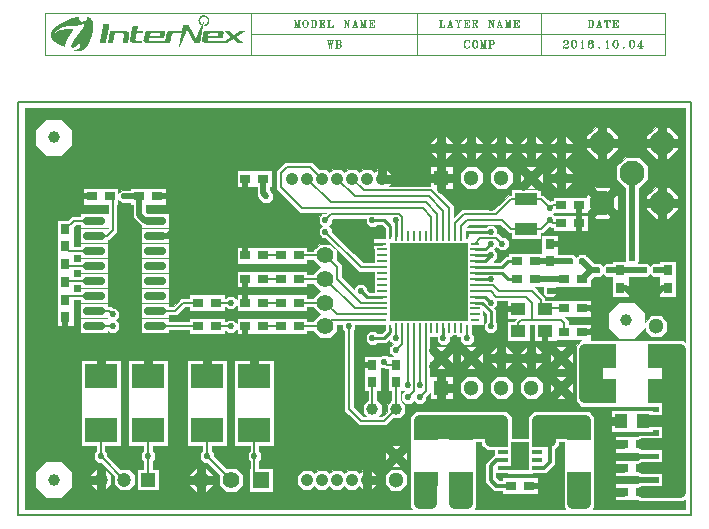
<source format=gbr>
%MOMM*%
%FSLAX33Y33*%
%ADD10C,0.203200*%
%ADD14C,0.070000*%
%ADD17C,1.300000*%
%ADD71R,1.300000X1.300000*%
%ADD25C,1.400000*%
%ADD73R,1.400000X1.400000*%
%ADD133C,0.200000*%
%ADD134C,0.500000*%
%ADD135C,0.750000*%
%ADD136C,0.250000*%
%ADD137C,1.000000*%
%ADD138C,0.325000*%
%ADD139C,0.530000*%
%ADD140C,1.200000*%
%ADD141R,1.200000X1.200000*%
%ADD142C,1.050000*%
%ADD143C,2.100000*%
%ADD144C,0.100000*%
%ADD145R,0.800000X0.900000*%
%ADD146R,2.800000X2.000000*%
%ADD147C,0.635000*%
%ADD148R,0.900000X0.800000*%
%ADD149R,2.000000X1.300000*%
%ADD150R,0.900000X0.250000*%
%ADD151R,0.789000X0.254000*%
%ADD152R,0.254000X0.789000*%
%ADD153R,0.250000X0.900000*%
%ADD154R,6.600000X6.600000*%
%ADD155R,0.900000X0.325000*%
%ADD156R,1.650000X2.400000*%
%ADD157R,1.300000X1.050000*%
%ADD158R,1.900000X1.100000*%
%ADD159R,1.100000X1.250000*%
%ADD160R,1.300000X2.000000*%
%ADD190C,1.000000*%
%ADD191C,0.530000*%
G90*G71*G01*D02*G54D10*X000000Y000000D02*X057000Y000000D01*X057000Y035000D01*
X000000Y035000D01*X000000Y000000D01*D02*G54D14*X019750Y042500D02*
X002250Y042500D01*X002250Y039000D01*X019750Y039000D01*X019750Y040750D02*
X054750Y040750D01*X033750Y042500D02*X033750Y039000D01*X019750Y042500D02*
X054750Y042500D01*X054750Y039000D02*X019750Y039000D01*X019750Y042500D02*
X019750Y039000D01*X054750Y042500D02*X054750Y039000D01*X044250Y042500D02*
X044250Y039000D01*X046154Y040098D02*X046154Y040066D01*X046186Y040066D01*
X046186Y040098D01*X046154Y040098D01*X046154Y040130D02*X046186Y040130D01*
X046218Y040098D01*X046218Y040066D01*X046186Y040034D01*X046154Y040034D01*
X046123Y040066D01*X046123Y040098D01*X046154Y040161D01*X046186Y040193D01*
X046282Y040214D01*X046414Y040214D01*X046509Y040193D01*X046541Y040161D01*
X046578Y040098D01*X046578Y040034D01*X046541Y039981D01*X046446Y039917D01*
X046282Y039854D01*X046218Y039822D01*X046154Y039758D01*X046123Y039673D01*
X046123Y039578D01*X046509Y040161D02*X046541Y040098D01*X046541Y040034D01*
X046509Y039981D01*X046414Y040214D02*X046477Y040193D01*X046509Y040098D01*
X046509Y040034D01*X046477Y039981D01*X046414Y039917D01*X046282Y039854D01*
X046123Y039642D02*X046154Y039673D01*X046218Y039673D01*X046377Y039642D01*
X046509Y039642D01*X046578Y039673D01*X046218Y039673D02*X046377Y039610D01*
X046509Y039610D01*X046541Y039642D01*X046218Y039673D02*X046377Y039578D01*
X046509Y039578D01*X046541Y039610D01*X046578Y039673D01*X046578Y039727D01*
X047014Y040214D02*X046918Y040193D01*X046854Y040098D01*X046823Y039949D01*
X046823Y039854D01*X046854Y039705D01*X046918Y039610D01*X047014Y039578D01*
X047082Y039578D01*X047177Y039610D01*X047241Y039705D01*X047278Y039854D01*
X047278Y039949D01*X047241Y040098D01*X047177Y040193D01*X047082Y040214D01*
X047014Y040214D01*X046918Y040161D02*X046886Y040098D01*X046854Y039981D01*
X046854Y039822D01*X046886Y039705D01*X046918Y039642D01*X047177Y039642D02*
X047209Y039705D01*X047241Y039822D01*X047241Y039981D01*X047209Y040098D01*
X047177Y040161D01*X047014Y040214D02*X046950Y040193D01*X046918Y040130D01*
X046886Y039981D01*X046886Y039822D01*X046918Y039673D01*X046950Y039610D01*
X047014Y039578D01*X047082Y039578D02*X047146Y039610D01*X047177Y039673D01*
X047209Y039822D01*X047209Y039981D01*X047177Y040130D01*X047146Y040193D01*
X047082Y040214D01*X047727Y040161D02*X047727Y039578D01*X047745Y040161D02*
X047745Y039610D01*X047759Y040214D02*X047759Y039578D01*X047759Y040214D02*
X047714Y040130D01*X047686Y040098D01*X047673Y039578D02*X047818Y039578D01*
X047727Y039610D02*X047700Y039578D01*X047727Y039642D02*X047714Y039578D01*
X047759Y039642D02*X047773Y039578D01*X047759Y039610D02*X047786Y039578D01*
X048577Y040130D02*X048577Y040098D01*X048609Y040098D01*X048609Y040130D01*
X048577Y040130D01*X048609Y040161D02*X048577Y040161D01*X048546Y040130D01*
X048546Y040098D01*X048577Y040066D01*X048609Y040066D01*X048641Y040098D01*
X048641Y040130D01*X048609Y040193D01*X048546Y040214D01*X048450Y040214D01*
X048350Y040193D01*X048286Y040130D01*X048254Y040066D01*X048223Y039949D01*
X048223Y039758D01*X048254Y039673D01*X048318Y039610D01*X048414Y039578D01*
X048482Y039578D01*X048577Y039610D01*X048641Y039673D01*X048678Y039758D01*
X048678Y039790D01*X048641Y039886D01*X048577Y039949D01*X048482Y039981D01*
X048414Y039981D01*X048350Y039949D01*X048318Y039917D01*X048286Y039854D01*
X048318Y040130D02*X048286Y040066D01*X048254Y039949D01*X048254Y039758D01*
X048286Y039673D01*X048318Y039642D01*X048609Y039673D02*X048641Y039727D01*
X048641Y039822D01*X048609Y039886D01*X048450Y040214D02*X048382Y040193D01*
X048350Y040161D01*X048318Y040098D01*X048286Y039981D01*X048286Y039758D01*
X048318Y039673D01*X048350Y039610D01*X048414Y039578D01*X048482Y039578D02*
X048546Y039610D01*X048577Y039642D01*X048609Y039727D01*X048609Y039822D01*
X048577Y039917D01*X048546Y039949D01*X048482Y039981D01*X049141Y039673D02*
X049127Y039642D01*X049127Y039610D01*X049141Y039578D01*X049155Y039578D01*
X049168Y039610D01*X049168Y039642D01*X049155Y039673D01*X049141Y039673D01*
X049141Y039642D02*X049141Y039610D01*X049155Y039610D01*X049155Y039642D01*
X049141Y039642D01*X049827Y040161D02*X049827Y039578D01*X049845Y040161D02*
X049845Y039610D01*X049859Y040214D02*X049859Y039578D01*X049859Y040214D02*
X049814Y040130D01*X049786Y040098D01*X049773Y039578D02*X049918Y039578D01*
X049827Y039610D02*X049800Y039578D01*X049827Y039642D02*X049814Y039578D01*
X049859Y039642D02*X049873Y039578D01*X049859Y039610D02*X049886Y039578D01*
X050514Y040214D02*X050418Y040193D01*X050354Y040098D01*X050322Y039949D01*
X050322Y039854D01*X050354Y039705D01*X050418Y039610D01*X050514Y039578D01*
X050582Y039578D01*X050677Y039610D01*X050741Y039705D01*X050777Y039854D01*
X050777Y039949D01*X050741Y040098D01*X050677Y040193D01*X050582Y040214D01*
X050514Y040214D01*X050418Y040161D02*X050386Y040098D01*X050354Y039981D01*
X050354Y039822D01*X050386Y039705D01*X050418Y039642D01*X050677Y039642D02*
X050709Y039705D01*X050741Y039822D01*X050741Y039981D01*X050709Y040098D01*
X050677Y040161D01*X050514Y040214D02*X050450Y040193D01*X050418Y040130D01*
X050386Y039981D01*X050386Y039822D01*X050418Y039673D01*X050450Y039610D01*
X050514Y039578D01*X050582Y039578D02*X050646Y039610D01*X050677Y039673D01*
X050709Y039822D01*X050709Y039981D01*X050677Y040130D01*X050646Y040193D01*
X050582Y040214D01*X051241Y039673D02*X051227Y039642D01*X051227Y039610D01*
X051241Y039578D01*X051255Y039578D01*X051268Y039610D01*X051268Y039642D01*
X051255Y039673D01*X051241Y039673D01*X051241Y039642D02*X051241Y039610D01*
X051255Y039610D01*X051255Y039642D01*X051241Y039642D01*X051914Y040214D02*
X051818Y040193D01*X051754Y040098D01*X051722Y039949D01*X051722Y039854D01*
X051754Y039705D01*X051818Y039610D01*X051914Y039578D01*X051982Y039578D01*
X052077Y039610D01*X052141Y039705D01*X052177Y039854D01*X052177Y039949D01*
X052141Y040098D01*X052077Y040193D01*X051982Y040214D01*X051914Y040214D01*
X051818Y040161D02*X051786Y040098D01*X051754Y039981D01*X051754Y039822D01*
X051786Y039705D01*X051818Y039642D01*X052077Y039642D02*X052109Y039705D01*
X052141Y039822D01*X052141Y039981D01*X052109Y040098D01*X052077Y040161D01*
X051914Y040214D02*X051850Y040193D01*X051818Y040130D01*X051786Y039981D01*
X051786Y039822D01*X051818Y039673D01*X051850Y039610D01*X051914Y039578D01*
X051982Y039578D02*X052046Y039610D01*X052077Y039673D01*X052109Y039822D01*
X052109Y039981D01*X052077Y040130D01*X052046Y040193D01*X051982Y040214D01*
X052677Y040130D02*X052677Y039578D01*X052705Y040161D02*X052705Y039610D01*
X052732Y040214D02*X052732Y039578D01*X052732Y040214D02*X052422Y039758D01*
X052877Y039758D01*X052591Y039578D02*X052818Y039578D01*X052677Y039610D02*
X052618Y039578D01*X052677Y039642D02*X052645Y039578D01*X052732Y039642D02*
X052759Y039578D01*X052732Y039610D02*X052791Y039578D01*X048300Y041964D02*
X048300Y041328D01*X048327Y041943D02*X048327Y041360D01*X048354Y041964D02*
X048354Y041328D01*X048223Y041964D02*X048486Y041964D01*X048568Y041943D01*
X048623Y041880D01*X048650Y041816D01*X048678Y041731D01*X048678Y041572D01*
X048650Y041477D01*X048623Y041423D01*X048568Y041360D01*X048486Y041328D01*
X048223Y041328D01*X048596Y041880D02*X048623Y041816D01*X048650Y041731D01*
X048650Y041572D01*X048623Y041477D01*X048596Y041423D01*X048486Y041964D02*
X048541Y041943D01*X048596Y041848D01*X048623Y041731D01*X048623Y041572D01*
X048596Y041455D01*X048541Y041360D01*X048486Y041328D01*X048245Y041964D02*
X048300Y041943D01*X048273Y041964D02*X048300Y041911D01*X048382Y041964D02*
X048354Y041911D01*X048409Y041964D02*X048354Y041943D01*X048300Y041360D02*
X048245Y041328D01*X048300Y041392D02*X048273Y041328D01*X048354Y041392D02*
X048382Y041328D01*X048354Y041360D02*X048409Y041328D01*X049150Y041964D02*
X048973Y041360D01*X049123Y041880D02*X049273Y041328D01*X049150Y041880D02*
X049300Y041328D01*X049150Y041964D02*X049323Y041328D01*X049023Y041508D02*
X049250Y041508D01*X048923Y041328D02*X049073Y041328D01*X049200Y041328D02*
X049378Y041328D01*X048973Y041360D02*X048945Y041328D01*X048973Y041360D02*
X049023Y041328D01*X049273Y041360D02*X049223Y041328D01*X049273Y041392D02*
X049250Y041328D01*X049300Y041392D02*X049350Y041328D01*X049623Y041964D02*
X049623Y041784D01*X049818Y041964D02*X049818Y041328D01*X049850Y041943D02*
X049850Y041360D01*X049877Y041964D02*X049877Y041328D01*X050077Y041964D02*
X050077Y041784D01*X049623Y041964D02*X050077Y041964D01*X049736Y041328D02*
X049959Y041328D01*X049650Y041964D02*X049623Y041784D01*X049677Y041964D02*
X049623Y041880D01*X049704Y041964D02*X049623Y041911D01*X049764Y041964D02*
X049623Y041943D01*X049932Y041964D02*X050077Y041943D01*X049991Y041964D02*
X050077Y041911D01*X050018Y041964D02*X050077Y041880D01*X050046Y041964D02*
X050077Y041784D01*X049818Y041360D02*X049764Y041328D01*X049818Y041392D02*
X049791Y041328D01*X049877Y041392D02*X049905Y041328D01*X049877Y041360D02*
X049932Y041328D01*X050404Y041964D02*X050404Y041328D01*X050432Y041943D02*
X050432Y041360D01*X050464Y041964D02*X050464Y041328D01*X050322Y041964D02*
X050777Y041964D01*X050777Y041784D01*X050464Y041667D02*X050632Y041667D01*
X050632Y041784D02*X050632Y041540D01*X050322Y041328D02*X050777Y041328D01*
X050777Y041508D01*X050350Y041964D02*X050404Y041943D01*X050377Y041964D02*
X050404Y041911D01*X050491Y041964D02*X050464Y041911D01*X050518Y041964D02*
X050464Y041943D01*X050632Y041964D02*X050777Y041943D01*X050691Y041964D02*
X050777Y041911D01*X050718Y041964D02*X050777Y041880D01*X050746Y041964D02*
X050777Y041784D01*X050632Y041784D02*X050605Y041667D01*X050632Y041540D01*
X050632Y041731D02*X050577Y041667D01*X050632Y041604D01*X050632Y041699D02*
X050518Y041667D01*X050632Y041636D01*X050404Y041360D02*X050350Y041328D01*
X050404Y041392D02*X050377Y041328D01*X050464Y041392D02*X050491Y041328D01*
X050464Y041360D02*X050518Y041328D01*X050632Y041328D02*X050777Y041360D01*
X050691Y041328D02*X050777Y041392D01*X050718Y041328D02*X050777Y041423D01*
X050746Y041328D02*X050777Y041508D01*X035714Y041964D02*X035714Y041328D01*
X035741Y041943D02*X035741Y041360D01*X035773Y041964D02*X035773Y041328D01*
X035623Y041964D02*X035864Y041964D01*X035623Y041328D02*X036078Y041328D01*
X036078Y041508D01*X035650Y041964D02*X035714Y041943D01*X035682Y041964D02*
X035714Y041911D01*X035805Y041964D02*X035773Y041911D01*X035832Y041964D02*
X035773Y041943D01*X035714Y041360D02*X035650Y041328D01*X035714Y041392D02*
X035682Y041328D01*X035773Y041392D02*X035805Y041328D01*X035773Y041360D02*
X035832Y041328D01*X035923Y041328D02*X036078Y041360D01*X035982Y041328D02*
X036078Y041392D01*X036014Y041328D02*X036078Y041423D01*X036046Y041328D02*
X036078Y041508D01*X036550Y041964D02*X036373Y041360D01*X036523Y041880D02*
X036673Y041328D01*X036550Y041880D02*X036700Y041328D01*X036550Y041964D02*
X036723Y041328D01*X036423Y041508D02*X036650Y041508D01*X036323Y041328D02*
X036473Y041328D01*X036600Y041328D02*X036778Y041328D01*X036373Y041360D02*
X036345Y041328D01*X036373Y041360D02*X036423Y041328D01*X036673Y041360D02*
X036623Y041328D01*X036673Y041392D02*X036650Y041328D01*X036700Y041392D02*
X036750Y041328D01*X037068Y041964D02*X037223Y041636D01*X037223Y041328D01*
X037091Y041964D02*X037245Y041636D01*X037245Y041360D01*X037109Y041964D02*
X037273Y041636D01*X037273Y041328D01*X037405Y041943D02*X037273Y041636D01*
X037023Y041964D02*X037182Y041964D01*X037336Y041964D02*X037478Y041964D01*
X037159Y041328D02*X037336Y041328D01*X037045Y041964D02*X037091Y041943D01*
X037159Y041964D02*X037109Y041943D01*X037364Y041964D02*X037405Y041943D01*
X037450Y041964D02*X037405Y041943D01*X037223Y041360D02*X037182Y041328D01*
X037223Y041392D02*X037200Y041328D01*X037273Y041392D02*X037291Y041328D01*
X037273Y041360D02*X037314Y041328D01*X037804Y041964D02*X037804Y041328D01*
X037832Y041943D02*X037832Y041360D01*X037864Y041964D02*X037864Y041328D01*
X037723Y041964D02*X038178Y041964D01*X038178Y041784D01*X037864Y041667D02*
X038032Y041667D01*X038032Y041784D02*X038032Y041540D01*X037723Y041328D02*
X038178Y041328D01*X038178Y041508D01*X037750Y041964D02*X037804Y041943D01*
X037777Y041964D02*X037804Y041911D01*X037891Y041964D02*X037864Y041911D01*
X037918Y041964D02*X037864Y041943D01*X038032Y041964D02*X038178Y041943D01*
X038091Y041964D02*X038178Y041911D01*X038118Y041964D02*X038178Y041880D01*
X038146Y041964D02*X038178Y041784D01*X038032Y041784D02*X038005Y041667D01*
X038032Y041540D01*X038032Y041731D02*X037977Y041667D01*X038032Y041604D01*
X038032Y041699D02*X037918Y041667D01*X038032Y041636D01*X037804Y041360D02*
X037750Y041328D01*X037804Y041392D02*X037777Y041328D01*X037864Y041392D02*
X037891Y041328D01*X037864Y041360D02*X037918Y041328D01*X038032Y041328D02*
X038178Y041360D01*X038091Y041328D02*X038178Y041392D01*X038118Y041328D02*
X038178Y041423D01*X038146Y041328D02*X038178Y041508D01*X038495Y041964D02*
X038495Y041328D01*X038523Y041943D02*X038523Y041360D01*X038545Y041964D02*
X038545Y041328D01*X038423Y041964D02*X038723Y041964D01*X038800Y041943D01*
X038823Y041911D01*X038850Y041848D01*X038850Y041784D01*X038823Y041731D01*
X038800Y041699D01*X038723Y041667D01*X038545Y041667D01*X038800Y041911D02*
X038823Y041848D01*X038823Y041784D01*X038800Y041731D01*X038723Y041964D02*
X038773Y041943D01*X038800Y041880D01*X038800Y041752D01*X038773Y041699D01*
X038723Y041667D01*X038645Y041667D02*X038700Y041636D01*X038723Y041572D01*
X038773Y041392D01*X038800Y041328D01*X038850Y041328D01*X038878Y041392D01*
X038878Y041455D01*X038773Y041455D02*X038800Y041392D01*X038823Y041360D01*
X038850Y041360D01*X038700Y041636D02*X038723Y041604D01*X038800Y041423D01*
X038823Y041392D01*X038850Y041392D01*X038878Y041423D01*X038423Y041328D02*
X038623Y041328D01*X038445Y041964D02*X038495Y041943D01*X038473Y041964D02*
X038495Y041911D01*X038573Y041964D02*X038545Y041911D01*X038595Y041964D02*
X038545Y041943D01*X038495Y041360D02*X038445Y041328D01*X038495Y041392D02*
X038473Y041328D01*X038545Y041392D02*X038573Y041328D01*X038545Y041360D02*
X038595Y041328D01*X039886Y041964D02*X039886Y041360D01*X039886Y041964D02*
X040205Y041328D01*X039913Y041964D02*X040182Y041423D01*X039932Y041964D02*
X040205Y041423D01*X040205Y041943D02*X040205Y041328D01*X039822Y041964D02*
X039932Y041964D01*X040141Y041964D02*X040277Y041964D01*X039822Y041328D02*
X039954Y041328D01*X039841Y041964D02*X039886Y041943D01*X040164Y041964D02*
X040205Y041943D01*X040255Y041964D02*X040205Y041943D01*X039886Y041360D02*
X039841Y041328D01*X039886Y041360D02*X039932Y041328D01*X040750Y041964D02*
X040573Y041360D01*X040723Y041880D02*X040873Y041328D01*X040750Y041880D02*
X040900Y041328D01*X040750Y041964D02*X040923Y041328D01*X040623Y041508D02*
X040850Y041508D01*X040522Y041328D02*X040673Y041328D01*X040800Y041328D02*
X040977Y041328D01*X040573Y041360D02*X040545Y041328D01*X040573Y041360D02*
X040623Y041328D01*X040873Y041360D02*X040823Y041328D01*X040873Y041392D02*
X040850Y041328D01*X040900Y041392D02*X040950Y041328D01*X041282Y041964D02*
X041282Y041360D01*X041282Y041964D02*X041427Y041328D01*X041304Y041964D02*
X041427Y041423D01*X041323Y041964D02*X041445Y041423D01*X041573Y041964D02*
X041427Y041328D01*X041573Y041964D02*X041573Y041328D01*X041591Y041943D02*
X041591Y041360D01*X041614Y041964D02*X041614Y041328D01*X041222Y041964D02*
X041323Y041964D01*X041573Y041964D02*X041677Y041964D01*X041222Y041328D02*
X041345Y041328D01*X041509Y041328D02*X041677Y041328D01*X041241Y041964D02*
X041282Y041943D01*X041632Y041964D02*X041614Y041911D01*X041655Y041964D02*
X041614Y041943D01*X041282Y041360D02*X041241Y041328D01*X041282Y041360D02*
X041323Y041328D01*X041573Y041360D02*X041532Y041328D01*X041573Y041392D02*
X041550Y041328D01*X041614Y041392D02*X041632Y041328D01*X041614Y041360D02*
X041655Y041328D01*X042004Y041964D02*X042004Y041328D01*X042032Y041943D02*
X042032Y041360D01*X042064Y041964D02*X042064Y041328D01*X041922Y041964D02*
X042377Y041964D01*X042377Y041784D01*X042064Y041667D02*X042232Y041667D01*
X042232Y041784D02*X042232Y041540D01*X041922Y041328D02*X042377Y041328D01*
X042377Y041508D01*X041950Y041964D02*X042004Y041943D01*X041977Y041964D02*
X042004Y041911D01*X042091Y041964D02*X042064Y041911D01*X042118Y041964D02*
X042064Y041943D01*X042232Y041964D02*X042377Y041943D01*X042291Y041964D02*
X042377Y041911D01*X042318Y041964D02*X042377Y041880D01*X042346Y041964D02*
X042377Y041784D01*X042232Y041784D02*X042205Y041667D01*X042232Y041540D01*
X042232Y041731D02*X042177Y041667D01*X042232Y041604D01*X042232Y041699D02*
X042118Y041667D01*X042232Y041636D01*X042004Y041360D02*X041950Y041328D01*
X042004Y041392D02*X041977Y041328D01*X042064Y041392D02*X042091Y041328D01*
X042064Y041360D02*X042118Y041328D01*X042232Y041328D02*X042377Y041360D01*
X042291Y041328D02*X042377Y041392D01*X042318Y041328D02*X042377Y041423D01*
X042346Y041328D02*X042377Y041508D01*X023432Y041964D02*X023432Y041360D01*
X023432Y041964D02*X023577Y041328D01*X023454Y041964D02*X023577Y041423D01*
X023473Y041964D02*X023596Y041423D01*X023723Y041964D02*X023577Y041328D01*
X023723Y041964D02*X023723Y041328D01*X023741Y041943D02*X023741Y041360D01*
X023764Y041964D02*X023764Y041328D01*X023373Y041964D02*X023473Y041964D01*
X023723Y041964D02*X023828Y041964D01*X023373Y041328D02*X023495Y041328D01*
X023659Y041328D02*X023828Y041328D01*X023391Y041964D02*X023432Y041943D01*
X023782Y041964D02*X023764Y041911D01*X023805Y041964D02*X023764Y041943D01*
X023432Y041360D02*X023391Y041328D01*X023432Y041360D02*X023473Y041328D01*
X023723Y041360D02*X023682Y041328D01*X023723Y041392D02*X023700Y041328D01*
X023764Y041392D02*X023782Y041328D01*X023764Y041360D02*X023805Y041328D01*
X024268Y041964D02*X024186Y041943D01*X024127Y041880D01*X024100Y041816D01*
X024073Y041699D01*X024073Y041604D01*X024100Y041477D01*X024127Y041423D01*
X024186Y041360D01*X024268Y041328D01*X024327Y041328D01*X024414Y041360D01*
X024468Y041423D01*X024496Y041477D01*X024528Y041604D01*X024528Y041699D01*
X024496Y041816D01*X024468Y041880D01*X024414Y041943D01*X024327Y041964D01*
X024268Y041964D01*X024154Y041880D02*X024127Y041816D01*X024100Y041731D01*
X024100Y041572D01*X024127Y041477D01*X024154Y041423D01*X024441Y041423D02*
X024468Y041477D01*X024496Y041572D01*X024496Y041731D01*X024468Y041816D01*
X024441Y041880D01*X024268Y041964D02*X024214Y041943D01*X024154Y041848D01*
X024127Y041731D01*X024127Y041572D01*X024154Y041455D01*X024214Y041360D01*
X024268Y041328D01*X024327Y041328D02*X024382Y041360D01*X024441Y041455D01*
X024468Y041572D01*X024468Y041731D01*X024441Y041848D01*X024382Y041943D01*
X024327Y041964D01*X024850Y041964D02*X024850Y041328D01*X024877Y041943D02*
X024877Y041360D01*X024904Y041964D02*X024904Y041328D01*X024773Y041964D02*
X025036Y041964D01*X025118Y041943D01*X025173Y041880D01*X025200Y041816D01*
X025228Y041731D01*X025228Y041572D01*X025200Y041477D01*X025173Y041423D01*
X025118Y041360D01*X025036Y041328D01*X024773Y041328D01*X025146Y041880D02*
X025173Y041816D01*X025200Y041731D01*X025200Y041572D01*X025173Y041477D01*
X025146Y041423D01*X025036Y041964D02*X025091Y041943D01*X025146Y041848D01*
X025173Y041731D01*X025173Y041572D01*X025146Y041455D01*X025091Y041360D01*
X025036Y041328D01*X024795Y041964D02*X024850Y041943D01*X024823Y041964D02*
X024850Y041911D01*X024932Y041964D02*X024904Y041911D01*X024959Y041964D02*
X024904Y041943D01*X024850Y041360D02*X024795Y041328D01*X024850Y041392D02*
X024823Y041328D01*X024904Y041392D02*X024932Y041328D01*X024904Y041360D02*
X024959Y041328D01*X025554Y041964D02*X025554Y041328D01*X025582Y041943D02*
X025582Y041360D01*X025614Y041964D02*X025614Y041328D01*X025473Y041964D02*
X025928Y041964D01*X025928Y041784D01*X025614Y041667D02*X025782Y041667D01*
X025782Y041784D02*X025782Y041540D01*X025473Y041328D02*X025928Y041328D01*
X025928Y041508D01*X025500Y041964D02*X025554Y041943D01*X025527Y041964D02*
X025554Y041911D01*X025641Y041964D02*X025614Y041911D01*X025668Y041964D02*
X025614Y041943D01*X025782Y041964D02*X025928Y041943D01*X025841Y041964D02*
X025928Y041911D01*X025868Y041964D02*X025928Y041880D01*X025896Y041964D02*
X025928Y041784D01*X025782Y041784D02*X025755Y041667D01*X025782Y041540D01*
X025782Y041731D02*X025727Y041667D01*X025782Y041604D01*X025782Y041699D02*
X025668Y041667D01*X025782Y041636D01*X025554Y041360D02*X025500Y041328D01*
X025554Y041392D02*X025527Y041328D01*X025614Y041392D02*X025641Y041328D01*
X025614Y041360D02*X025668Y041328D01*X025782Y041328D02*X025928Y041360D01*
X025841Y041328D02*X025928Y041392D01*X025868Y041328D02*X025928Y041423D01*
X025896Y041328D02*X025928Y041508D01*X026264Y041964D02*X026264Y041328D01*
X026291Y041943D02*X026291Y041360D01*X026323Y041964D02*X026323Y041328D01*
X026173Y041964D02*X026414Y041964D01*X026173Y041328D02*X026628Y041328D01*
X026628Y041508D01*X026200Y041964D02*X026264Y041943D01*X026232Y041964D02*
X026264Y041911D01*X026355Y041964D02*X026323Y041911D01*X026382Y041964D02*
X026323Y041943D01*X026264Y041360D02*X026200Y041328D01*X026264Y041392D02*
X026232Y041328D01*X026323Y041392D02*X026355Y041328D01*X026323Y041360D02*
X026382Y041328D01*X026473Y041328D02*X026628Y041360D01*X026532Y041328D02*
X026628Y041392D01*X026564Y041328D02*X026628Y041423D01*X026596Y041328D02*
X026628Y041508D01*X027636Y041964D02*X027636Y041360D01*X027636Y041964D02*
X027955Y041328D01*X027663Y041964D02*X027932Y041423D01*X027682Y041964D02*
X027955Y041423D01*X027955Y041943D02*X027955Y041328D01*X027572Y041964D02*
X027682Y041964D01*X027891Y041964D02*X028027Y041964D01*X027572Y041328D02*
X027704Y041328D01*X027591Y041964D02*X027636Y041943D01*X027914Y041964D02*
X027955Y041943D01*X028005Y041964D02*X027955Y041943D01*X027636Y041360D02*
X027591Y041328D01*X027636Y041360D02*X027682Y041328D01*X028500Y041964D02*
X028323Y041360D01*X028473Y041880D02*X028623Y041328D01*X028500Y041880D02*
X028650Y041328D01*X028500Y041964D02*X028673Y041328D01*X028373Y041508D02*
X028600Y041508D01*X028272Y041328D02*X028423Y041328D01*X028550Y041328D02*
X028727Y041328D01*X028323Y041360D02*X028295Y041328D01*X028323Y041360D02*
X028373Y041328D01*X028623Y041360D02*X028573Y041328D01*X028623Y041392D02*
X028600Y041328D01*X028650Y041392D02*X028700Y041328D01*X029032Y041964D02*
X029032Y041360D01*X029032Y041964D02*X029177Y041328D01*X029054Y041964D02*
X029177Y041423D01*X029073Y041964D02*X029195Y041423D01*X029323Y041964D02*
X029177Y041328D01*X029323Y041964D02*X029323Y041328D01*X029341Y041943D02*
X029341Y041360D01*X029364Y041964D02*X029364Y041328D01*X028972Y041964D02*
X029073Y041964D01*X029323Y041964D02*X029427Y041964D01*X028972Y041328D02*
X029095Y041328D01*X029259Y041328D02*X029427Y041328D01*X028991Y041964D02*
X029032Y041943D01*X029382Y041964D02*X029364Y041911D01*X029405Y041964D02*
X029364Y041943D01*X029032Y041360D02*X028991Y041328D01*X029032Y041360D02*
X029073Y041328D01*X029323Y041360D02*X029282Y041328D01*X029323Y041392D02*
X029300Y041328D01*X029364Y041392D02*X029382Y041328D01*X029364Y041360D02*
X029405Y041328D01*X029754Y041964D02*X029754Y041328D01*X029782Y041943D02*
X029782Y041360D01*X029814Y041964D02*X029814Y041328D01*X029672Y041964D02*
X030127Y041964D01*X030127Y041784D01*X029814Y041667D02*X029982Y041667D01*
X029982Y041784D02*X029982Y041540D01*X029672Y041328D02*X030127Y041328D01*
X030127Y041508D01*X029700Y041964D02*X029754Y041943D01*X029727Y041964D02*
X029754Y041911D01*X029841Y041964D02*X029814Y041911D01*X029868Y041964D02*
X029814Y041943D01*X029982Y041964D02*X030127Y041943D01*X030041Y041964D02*
X030127Y041911D01*X030068Y041964D02*X030127Y041880D01*X030096Y041964D02*
X030127Y041784D01*X029982Y041784D02*X029955Y041667D01*X029982Y041540D01*
X029982Y041731D02*X029927Y041667D01*X029982Y041604D01*X029982Y041699D02*
X029868Y041667D01*X029982Y041636D01*X029754Y041360D02*X029700Y041328D01*
X029754Y041392D02*X029727Y041328D01*X029814Y041392D02*X029841Y041328D01*
X029814Y041360D02*X029868Y041328D01*X029982Y041328D02*X030127Y041360D01*
X030041Y041328D02*X030127Y041392D01*X030068Y041328D02*X030127Y041423D01*
X030096Y041328D02*X030127Y041508D01*X026232Y040214D02*X026314Y039578D01*
X026254Y040214D02*X026314Y039727D01*X026314Y039578D01*X026273Y040214D02*
X026336Y039727D01*X026400Y040214D02*X026336Y039727D01*X026314Y039578D01*
X026400Y040214D02*X026482Y039578D01*X026418Y040214D02*X026482Y039727D01*
X026482Y039578D01*X026441Y040214D02*X026500Y039727D01*X026564Y040193D02*
X026500Y039727D01*X026482Y039578D01*X026173Y040214D02*X026336Y040214D01*
X026400Y040214D02*X026441Y040214D01*X026500Y040214D02*X026628Y040214D01*
X026191Y040214D02*X026254Y040193D01*X026213Y040214D02*X026254Y040161D01*
X026295Y040214D02*X026273Y040161D01*X026314Y040214D02*X026273Y040193D01*
X026523Y040214D02*X026564Y040193D01*X026605Y040214D02*X026564Y040193D01*
X026950Y040214D02*X026950Y039578D01*X026977Y040193D02*X026977Y039610D01*
X027004Y040214D02*X027004Y039578D01*X026873Y040214D02*X027191Y040214D01*
X027273Y040193D01*X027296Y040161D01*X027327Y040098D01*X027327Y040034D01*
X027296Y039981D01*X027273Y039949D01*X027191Y039917D01*X027273Y040161D02*
X027296Y040098D01*X027296Y040034D01*X027273Y039981D01*X027191Y040214D02*
X027246Y040193D01*X027273Y040130D01*X027273Y040002D01*X027246Y039949D01*
X027191Y039917D01*X027004Y039917D02*X027191Y039917D01*X027273Y039886D01*
X027296Y039854D01*X027327Y039790D01*X027327Y039705D01*X027296Y039642D01*
X027273Y039610D01*X027191Y039578D01*X026873Y039578D01*X027273Y039854D02*
X027296Y039790D01*X027296Y039705D01*X027273Y039642D01*X027191Y039917D02*
X027246Y039886D01*X027273Y039822D01*X027273Y039673D01*X027246Y039610D01*
X027191Y039578D01*X026895Y040214D02*X026950Y040193D01*X026923Y040214D02*
X026950Y040161D01*X027032Y040214D02*X027004Y040161D01*X027059Y040214D02*
X027004Y040193D01*X026950Y039610D02*X026895Y039578D01*X026950Y039642D02*
X026923Y039578D01*X027004Y039642D02*X027032Y039578D01*X027004Y039610D02*
X027059Y039578D01*X038146Y040130D02*X038178Y040214D01*X038178Y040034D01*
X038146Y040130D01*X038082Y040193D01*X038023Y040214D01*X037932Y040214D01*
X037841Y040193D01*X037782Y040130D01*X037750Y040066D01*X037723Y039981D01*
X037723Y039822D01*X037750Y039727D01*X037782Y039673D01*X037841Y039610D01*
X037932Y039578D01*X038023Y039578D01*X038082Y039610D01*X038146Y039673D01*
X038178Y039727D01*X037809Y040130D02*X037782Y040066D01*X037750Y039981D01*
X037750Y039822D01*X037782Y039727D01*X037809Y039673D01*X037932Y040214D02*
X037873Y040193D01*X037809Y040098D01*X037782Y039981D01*X037782Y039822D01*
X037809Y039705D01*X037873Y039610D01*X037932Y039578D01*X038618Y040214D02*
X038536Y040193D01*X038477Y040130D01*X038450Y040066D01*X038423Y039949D01*
X038423Y039854D01*X038450Y039727D01*X038477Y039673D01*X038536Y039610D01*
X038618Y039578D01*X038677Y039578D01*X038764Y039610D01*X038818Y039673D01*
X038846Y039727D01*X038878Y039854D01*X038878Y039949D01*X038846Y040066D01*
X038818Y040130D01*X038764Y040193D01*X038677Y040214D01*X038618Y040214D01*
X038504Y040130D02*X038477Y040066D01*X038450Y039981D01*X038450Y039822D01*
X038477Y039727D01*X038504Y039673D01*X038791Y039673D02*X038818Y039727D01*
X038846Y039822D01*X038846Y039981D01*X038818Y040066D01*X038791Y040130D01*
X038618Y040214D02*X038564Y040193D01*X038504Y040098D01*X038477Y039981D01*
X038477Y039822D01*X038504Y039705D01*X038564Y039610D01*X038618Y039578D01*
X038677Y039578D02*X038732Y039610D01*X038791Y039705D01*X038818Y039822D01*
X038818Y039981D01*X038791Y040098D01*X038732Y040193D01*X038677Y040214D01*
X039182Y040214D02*X039182Y039610D01*X039182Y040214D02*X039327Y039578D01*
X039204Y040214D02*X039327Y039673D01*X039223Y040214D02*X039345Y039673D01*
X039473Y040214D02*X039327Y039578D01*X039473Y040214D02*X039473Y039578D01*
X039491Y040193D02*X039491Y039610D01*X039514Y040214D02*X039514Y039578D01*
X039123Y040214D02*X039223Y040214D01*X039473Y040214D02*X039577Y040214D01*
X039123Y039578D02*X039245Y039578D01*X039409Y039578D02*X039577Y039578D01*
X039141Y040214D02*X039182Y040193D01*X039532Y040214D02*X039514Y040161D01*
X039555Y040214D02*X039514Y040193D01*X039182Y039610D02*X039141Y039578D01*
X039182Y039610D02*X039223Y039578D01*X039473Y039610D02*X039432Y039578D01*
X039473Y039642D02*X039450Y039578D01*X039514Y039642D02*X039532Y039578D01*
X039514Y039610D02*X039555Y039578D01*X039900Y040214D02*X039900Y039578D01*
X039927Y040193D02*X039927Y039610D01*X039954Y040214D02*X039954Y039578D01*
X039822Y040214D02*X040141Y040214D01*X040223Y040193D01*X040246Y040161D01*
X040277Y040098D01*X040277Y040002D01*X040246Y039949D01*X040223Y039917D01*
X040141Y039886D01*X039954Y039886D01*X040223Y040161D02*X040246Y040098D01*
X040246Y040002D01*X040223Y039949D01*X040141Y040214D02*X040196Y040193D01*
X040223Y040130D01*X040223Y039981D01*X040196Y039917D01*X040141Y039886D01*
X039822Y039578D02*X040036Y039578D01*X039845Y040214D02*X039900Y040193D01*
X039873Y040214D02*X039900Y040161D01*X039982Y040214D02*X039954Y040161D01*
X040009Y040214D02*X039954Y040193D01*X039900Y039610D02*X039845Y039578D01*
X039900Y039642D02*X039873Y039578D01*X039954Y039642D02*X039982Y039578D01*
X039954Y039610D02*X040009Y039578D01*X000000Y000000D02*D02*G54D17*
X032000Y003000D03*X032000Y005000D03*X038380Y010800D03*X040920Y010800D03*
X046000Y010800D03*X043460Y010800D03*X038380Y013340D03*X035840Y013340D03*
X040920Y013340D03*X046000Y013340D03*X043460Y013340D03*X054000Y016000D03*
X038380Y028580D03*X040920Y028580D03*X046000Y028580D03*X043460Y028580D03*
X038380Y031120D03*X035840Y031120D03*X040920Y031120D03*X046000Y031120D03*
X043460Y031120D03*D02*G54D71*X035840Y010800D03*X035840Y028580D03*D02*G54D25*
X015460Y003000D03*X018000Y003000D03*X026000Y016000D03*X026000Y018000D03*
X026000Y020000D03*X026000Y022000D03*D02*G54D73*X020540Y003000D03*D02*G54D133*
X004000Y019750D02*X004000Y019865D01*X004000Y021250D02*X004000Y021135D01*
X011000Y005000D02*X011000Y007200D01*X011000Y003000D02*X011000Y005000D01*
X007000Y005000D02*X007000Y007200D01*X008000Y027000D02*X008000Y024175D01*
X007500Y023675D02*X008000Y024175D01*X020000Y005000D02*X020000Y007200D01*
X020000Y003540D02*X020000Y005000D01*X016000Y005000D02*X016000Y007200D01*
X015250Y016000D02*X015250Y016055D01*X027000Y020000D02*X027000Y021000D01*
X026000Y022000D02*X027000Y021000D01*X022250Y029000D02*X022250Y027750D01*
X024000Y026000D02*X022250Y027750D01*X032500Y025250D02*X032500Y023650D01*
X032500Y014500D02*X032500Y015850D01*X032000Y015000D02*X032000Y015850D01*
X028000Y009000D02*X028000Y016000D01*X032000Y011250D02*X032000Y009000D01*
X034500Y010500D02*X034500Y015850D01*X034000Y011000D02*X034000Y015850D01*
X033500Y010500D02*X033500Y015850D01*X033000Y011000D02*X033000Y015850D01*
X030000Y011250D02*X030000Y009000D01*X035000Y025250D02*X035000Y023650D01*
X042350Y016250D02*X042350Y015575D01*X037500Y023650D02*X037500Y024500D01*
X038000Y025000D02*X037500Y024500D01*X037000Y023650D02*X037000Y024750D01*
X037750Y025500D02*X037000Y024750D01*X038000Y015850D02*X038000Y015000D01*
X036500Y026000D02*X036500Y023650D01*X035500Y025500D02*X035500Y023650D01*
X036000Y025750D02*X036000Y023650D01*X044250Y017500D02*X044250Y018250D01*
X043500Y019000D02*X044250Y018250D01*X044650Y017500D02*X044650Y017425D01*
X046250Y015500D02*X046250Y016250D01*X046000Y016500D02*X046250Y016250D01*
X043500Y018000D02*X043500Y016500D01*X031000Y008000D02*X029000Y008000D01*
X028000Y009000D02*X029000Y008000D01*X044650Y017500D02*X044250Y017500D01*
X046250Y017500D02*X044650Y017500D01*X046000Y016500D02*X043500Y016500D01*
X043500Y016500D02*X042600Y016500D01*X042350Y016250D02*X042600Y016500D01*
X016750Y018000D02*X018000Y018000D01*X016750Y016000D02*X018000Y016000D01*
X030850Y018000D02*X029000Y018000D01*X027000Y020000D02*X029000Y018000D01*
X030850Y017500D02*X028500Y017500D01*X026000Y020000D02*X028500Y017500D01*
X026000Y018000D02*X023750Y018000D01*X030850Y017000D02*X027000Y017000D01*
X026000Y018000D02*X027000Y017000D01*X026000Y016000D02*X023750Y016000D01*
X030850Y016500D02*X026500Y016500D01*X026000Y016000D02*X026500Y016500D01*
X007675Y017325D02*X006418Y017325D01*X007945Y016055D02*X006418Y016055D01*
X022250Y018000D02*X020750Y018000D01*X020750Y016000D02*X022250Y016000D01*
X031250Y012750D02*X032000Y012750D01*X013325Y017325D02*X011583Y017325D01*
X015250Y018000D02*X014000Y018000D01*X013325Y017325D02*X014000Y018000D01*
X015250Y016055D02*X011583Y016055D01*X040250Y019500D02*X038650Y019500D01*
X043500Y019000D02*X040750Y019000D01*X040250Y019500D02*X040750Y019000D01*
X040500Y018500D02*X043000Y018500D01*X043500Y018000D02*X043000Y018500D01*
X038650Y019000D02*X040000Y019000D01*X040500Y018500D02*X040000Y019000D01*
X026500Y025500D02*X032250Y025500D01*X032500Y025250D02*X032250Y025500D01*
X029000Y021000D02*X030850Y021000D01*X026000Y022000D02*X023750Y022000D01*
X026000Y020000D02*X023750Y020000D01*X004345Y018595D02*X006418Y018595D01*
X004000Y019865D02*X006418Y019865D01*X004000Y021135D02*X006418Y021135D01*
X007500Y023675D02*X006418Y023675D01*X004345Y022405D02*X006418Y022405D01*
X004695Y024945D02*X006418Y024945D01*X020750Y022000D02*X022250Y022000D01*
X022250Y020000D02*X020750Y020000D01*X046000Y024750D02*X045250Y024750D01*
X045000Y025000D02*X045250Y024750D01*X041750Y024250D02*X043000Y024250D01*
X038000Y025000D02*X041000Y025000D01*X041750Y024250D02*X041000Y025000D01*
X043000Y024250D02*X044250Y024250D01*X045000Y025000D02*X044250Y024250D01*
X037750Y025500D02*X040500Y025500D01*X041750Y026750D02*X040500Y025500D01*
X040500Y023500D02*X039150Y023500D01*X038650Y023000D02*X039150Y023500D01*
X007750Y027000D02*X008000Y027000D01*X041750Y026750D02*X043000Y026750D01*
X043000Y026750D02*X044250Y026750D01*X045000Y026000D02*X044250Y026750D01*
X046000Y026250D02*X045250Y026250D01*X045000Y026000D02*X045250Y026250D01*
X029270Y027500D02*X035000Y027500D01*X036500Y026000D02*X035000Y027500D01*
X026460Y026500D02*X034500Y026500D01*X035500Y025500D02*X034500Y026500D01*
X024000Y026000D02*X034250Y026000D01*X035000Y025250D02*X034250Y026000D01*
X024730Y029500D02*X022750Y029500D01*X022250Y029000D02*X022750Y029500D01*
X028500Y027000D02*X034750Y027000D01*X036000Y025750D02*X034750Y027000D01*
X009000Y003000D02*X007000Y005000D01*X018000Y003000D02*X016000Y005000D01*
X020540Y003000D02*X020000Y003540D01*X033000Y010000D02*X033500Y010500D01*
X032000Y009000D02*X031000Y008000D01*X034000Y010000D02*X034500Y010500D01*
X032000Y014000D02*X032500Y014500D01*X031000Y013000D02*X031250Y012750D01*
X008000Y017000D02*X007675Y017325D01*X008000Y016000D02*X007945Y016055D01*
X004000Y018250D02*X004345Y018595D01*X004000Y022750D02*X004345Y022405D01*
X004000Y024250D02*X004695Y024945D01*X026000Y025000D02*X026500Y025500D01*
X026000Y024000D02*X029000Y021000D01*X041000Y023000D02*X040500Y023500D01*
X024460Y028500D02*X026460Y026500D01*X025730Y028500D02*X024730Y029500D01*
X027000Y028500D02*X028500Y027000D01*X028270Y028500D02*X029270Y027500D01*D02*
G54D134*X004000Y016750D02*X004000Y015000D01*X010250Y025445D02*X010250Y027000D01*
X019250Y020000D02*X019250Y019250D01*X019000Y019000D02*X019250Y019250D01*
X019250Y028500D02*X019250Y027250D01*X019000Y027000D02*X019250Y027250D01*
X019250Y016000D02*X019250Y015250D01*X019000Y015000D02*X019250Y015250D01*
X019250Y018000D02*X019250Y018750D01*X019000Y019000D02*X019250Y018750D01*
X019250Y022000D02*X019250Y022750D01*X019000Y023000D02*X019250Y022750D01*
X020750Y028500D02*X020750Y027250D01*X021000Y027000D02*X020750Y027250D01*
X044650Y015575D02*X044650Y013740D01*X044250Y013340D02*X044650Y013740D01*
X047500Y024750D02*X047500Y023500D01*X048000Y023000D02*X047500Y023500D01*
X047500Y026250D02*X047500Y024750D01*X043250Y002500D02*X045000Y002500D01*
X044250Y013340D02*X043460Y013340D01*X042350Y017425D02*X041425Y017425D01*
X041000Y017000D02*X041425Y017425D01*X047750Y017500D02*X048500Y017500D01*
X049000Y017000D02*X048500Y017500D01*X047750Y015500D02*X048500Y015500D01*
X049000Y016000D02*X048500Y015500D01*X030000Y012750D02*X029250Y012750D01*
X029000Y013000D02*X029250Y012750D01*X011583Y023675D02*X012675Y023675D01*
X013000Y024000D02*X012675Y023675D01*X051000Y019250D02*X051500Y019250D01*
X052000Y018750D02*X051500Y019250D01*X045000Y023000D02*X046000Y023000D01*
X055000Y019250D02*X054500Y019250D01*X054000Y018750D02*X054500Y019250D01*
X045000Y019000D02*X046000Y019000D01*X011583Y024945D02*X010750Y024945D01*
X010250Y025445D02*X010750Y024945D01*X006250Y027000D02*X005000Y027000D01*
X011750Y027000D02*X013000Y027000D01*X010250Y027000D02*X009000Y027000D01*
X042500Y005000D02*X042000Y004500D01*X034750Y019750D02*X035000Y020000D01*D02*
G54D135*X015460Y003000D02*X016460Y003000D01*X015460Y003000D02*X015460Y004000D01*
X015460Y003000D02*X014460Y003000D01*X015460Y003000D02*X015460Y002000D01*
X035840Y028580D02*X036790Y028580D01*X035840Y028580D02*X035840Y029530D01*
X035840Y028580D02*X034890Y028580D01*X035840Y028580D02*X035840Y027630D01*
X043460Y028580D02*X044132Y029252D01*X043460Y028580D02*X042788Y029252D01*
X043460Y028580D02*X042788Y027908D01*X043460Y028580D02*X044132Y027908D01*
X046000Y028580D02*X046950Y028580D01*X046000Y028580D02*X046000Y029530D01*
X046000Y028580D02*X045050Y028580D01*X046000Y028580D02*X046000Y027630D01*
X035840Y031120D02*X036790Y031120D01*X035840Y031120D02*X035840Y032070D01*
X035840Y031120D02*X034890Y031120D01*X035840Y031120D02*X035840Y030170D01*
X038380Y031120D02*X039330Y031120D01*X038380Y031120D02*X038380Y032070D01*
X038380Y031120D02*X037430Y031120D01*X038380Y031120D02*X038380Y030170D01*
X040920Y031120D02*X041870Y031120D01*X040920Y031120D02*X040920Y032070D01*
X040920Y031120D02*X039970Y031120D01*X040920Y031120D02*X040920Y030170D01*
X043460Y031120D02*X044410Y031120D01*X043460Y031120D02*X043460Y032070D01*
X043460Y031120D02*X042510Y031120D01*X043460Y031120D02*X043460Y030170D01*
X046000Y031120D02*X046950Y031120D01*X046000Y031120D02*X046000Y032070D01*
X046000Y031120D02*X045050Y031120D01*X046000Y031120D02*X046000Y030170D01*
X007000Y003000D02*X007000Y003900D01*X007000Y003000D02*X006100Y003000D01*
X007000Y003000D02*X007000Y002100D01*X029540Y003000D02*X030365Y003000D01*
X029540Y003000D02*X029540Y003825D01*X029540Y003000D02*X029540Y002175D01*
X030810Y028500D02*X031635Y028500D01*X030810Y028500D02*X030810Y029325D01*
X054540Y026460D02*X055890Y026460D01*X054540Y026460D02*X054540Y027810D01*
X054540Y026460D02*X053190Y026460D01*X054540Y026460D02*X054540Y025110D01*
X049460Y026460D02*X050415Y027415D01*X049460Y026460D02*X048505Y027415D01*
X049460Y026460D02*X048505Y025505D01*X049460Y026460D02*X050415Y025505D01*
X054540Y031540D02*X055890Y031540D01*X054540Y031540D02*X054540Y032890D01*
X054540Y031540D02*X053190Y031540D01*X054540Y031540D02*X054540Y030190D01*
X049460Y031540D02*X050810Y031540D01*X049460Y031540D02*X049460Y032890D01*
X049460Y031540D02*X048110Y031540D01*X049460Y031540D02*X049460Y030190D01*
X035840Y010800D02*X036790Y010800D01*X035840Y010800D02*X035840Y011750D01*
X035840Y010800D02*X035840Y009850D01*X046000Y010800D02*X046672Y011472D01*
X046000Y010800D02*X045328Y011472D01*X046000Y010800D02*X045328Y010128D01*
X046000Y010800D02*X046672Y010128D01*X035840Y013340D02*X036512Y014012D01*
X035840Y013340D02*X035168Y014012D01*X035840Y013340D02*X035168Y012668D01*
X035840Y013340D02*X036512Y012668D01*X038380Y013340D02*X039052Y014012D01*
X038380Y013340D02*X037708Y014012D01*X038380Y013340D02*X037708Y012668D01*
X038380Y013340D02*X039052Y012668D01*X040920Y013340D02*X041870Y013340D01*
X040920Y013340D02*X040920Y014290D01*X040920Y013340D02*X039970Y013340D01*
X040920Y013340D02*X040920Y012390D01*X043460Y013340D02*X044410Y013340D01*
X043460Y013340D02*X043460Y014290D01*X043460Y013340D02*X042510Y013340D01*
X043460Y013340D02*X043460Y012390D01*X046000Y013340D02*X046672Y014012D01*
X046000Y013340D02*X045328Y014012D01*X046000Y013340D02*X045328Y012668D01*
X046000Y013340D02*X046672Y012668D01*X032000Y005000D02*X032672Y005672D01*
X032000Y005000D02*X031328Y005672D01*X032000Y005000D02*X031328Y004328D01*
X032000Y005000D02*X032672Y004328D01*X011000Y011800D02*X011000Y014000D01*
X007000Y011800D02*X007000Y014000D01*X016000Y011800D02*X016000Y014000D01*
X020000Y011800D02*X020000Y014000D01*X051250Y002000D02*X050000Y002000D01*
X052750Y002000D02*X052875Y002000D01*X051250Y006000D02*X050000Y006000D01*
X051250Y004000D02*X050000Y004000D01*X051075Y008000D02*X050000Y008000D01*
X052750Y004000D02*X052875Y004000D01*X052750Y006000D02*X052875Y006000D01*D02*
G54D136*X032000Y025000D02*X032000Y023650D01*X031500Y023650D02*X031500Y024500D01*
X031000Y025000D02*X031500Y024500D01*X031500Y015850D02*X031500Y015500D01*
X031000Y015000D02*X031500Y015500D01*X040000Y017250D02*X040000Y016000D01*
X038000Y023650D02*X038000Y024000D01*X036000Y015850D02*X036000Y015000D01*
X038650Y018000D02*X039250Y018000D01*X040000Y017250D02*X039250Y018000D01*
X031000Y015000D02*X030000Y015000D01*X031000Y025000D02*X030000Y025000D01*
X041000Y021000D02*X038650Y021000D01*X042250Y021500D02*X041500Y021500D01*
X041000Y021000D02*X041500Y021500D01*X041500Y020000D02*X042250Y020000D01*
X038650Y020500D02*X041000Y020500D01*X041500Y020000D02*X041000Y020500D01*
X030850Y023000D02*X029000Y023000D01*X030850Y018500D02*X029500Y018500D01*
X029000Y019000D02*X029500Y018500D01*X038650Y018500D02*X039500Y018500D01*
X040000Y018000D02*X039500Y018500D01*X038650Y020000D02*X040000Y020000D01*
X038650Y021500D02*X039500Y021500D01*X040000Y022000D02*X039500Y021500D01*
X038650Y022000D02*X040000Y022000D01*X038000Y024000D02*X040000Y024000D01*
X038650Y022500D02*X039500Y022500D01*X040000Y023000D02*X039500Y022500D01*D02*
G54D137*X034500Y006950D02*X034500Y007000D01*X034000Y007000D02*X034000Y008000D01*
X035000Y003050D02*X035000Y002000D01*X034000Y003050D02*X034000Y002000D01*
X034000Y002000D02*X034000Y001000D01*X035000Y002000D02*X035000Y001000D01*
X041000Y006313D02*X041000Y007000D01*X040000Y007000D02*X040000Y006313D01*
X041000Y007000D02*X041000Y008000D01*X040000Y008000D02*X040000Y007000D01*
X037500Y007000D02*X037500Y006950D01*X037000Y003050D02*X037000Y002000D01*
X038000Y003050D02*X038000Y002000D01*X037000Y002000D02*X037000Y001000D01*
X038000Y002000D02*X038000Y001000D01*X047500Y007000D02*X047500Y006950D01*
X048000Y008000D02*X048000Y007000D01*X045000Y008000D02*X045000Y007000D01*
X044000Y006313D02*X044000Y007000D01*X045000Y007000D02*X045000Y006313D01*
X044000Y007000D02*X044000Y008000D01*X048000Y013000D02*X048000Y014000D01*
X048000Y010000D02*X048000Y011000D01*X049000Y013000D02*X049000Y011000D01*
X048000Y013000D02*X048000Y011000D01*X048000Y003050D02*X048000Y002000D01*
X047000Y003050D02*X047000Y002000D01*X047000Y002000D02*X047000Y001000D01*
X048000Y002000D02*X048000Y001000D01*X050050Y010500D02*X050050Y010000D01*
X050050Y010500D02*X050050Y011000D01*X050050Y013500D02*X050050Y013000D01*
X050050Y013500D02*X050050Y014000D01*X053950Y013500D02*X053950Y014000D01*
X053950Y013500D02*X053950Y013000D01*X053950Y010500D02*X053950Y011000D01*
X053950Y010500D02*X053950Y010000D01*X056000Y013000D02*X056000Y014000D01*
X056000Y010000D02*X056000Y011000D01*X055000Y013000D02*X055000Y011000D01*
X056000Y013000D02*X056000Y011000D01*X055000Y008000D02*X055000Y010000D01*
X055000Y008000D02*X055000Y006000D01*X055000Y006000D02*X055000Y004000D01*
X055000Y004000D02*X055000Y002000D01*X056000Y002000D02*X056000Y004000D01*
X056000Y006000D02*X056000Y008000D01*X056000Y006000D02*X056000Y004000D01*
X056000Y008000D02*X056000Y010000D01*X037500Y003050D02*X037000Y003050D01*
X037500Y003050D02*X038000Y003050D01*X037000Y001000D02*X038000Y001000D01*
X034500Y003050D02*X035000Y003050D01*X034500Y003050D02*X034000Y003050D01*
X034000Y001000D02*X035000Y001000D01*X052875Y002000D02*X055000Y002000D01*
X047500Y003050D02*X048000Y003050D01*X047500Y003050D02*X047000Y003050D01*
X047000Y001000D02*X048000Y001000D01*X055000Y002000D02*X056000Y002000D01*
X040000Y006313D02*X041000Y006313D01*X041000Y007000D02*X040000Y007000D01*
X041000Y008000D02*X040000Y008000D01*X037500Y007000D02*X040000Y007000D01*
X034500Y007000D02*X037500Y007000D01*X034000Y008000D02*X040000Y008000D01*
X034500Y007000D02*X034000Y007000D01*X045000Y007000D02*X047500Y007000D01*
X048000Y007000D02*X047500Y007000D01*X045000Y008000D02*X048000Y008000D01*
X044000Y008000D02*X045000Y008000D01*X044000Y007000D02*X045000Y007000D01*
X045000Y006313D02*X044000Y006313D01*X050050Y010000D02*X049000Y010000D01*
X050050Y011000D02*X049000Y011000D01*X049000Y010000D02*X048000Y010000D01*
X049000Y011000D02*X048000Y011000D01*X052875Y004000D02*X055000Y004000D01*
X052925Y008000D02*X055000Y008000D01*X053950Y011000D02*X055000Y011000D01*
X053950Y010000D02*X055000Y010000D01*X052875Y006000D02*X055000Y006000D01*
X055000Y010000D02*X056000Y010000D01*X055000Y011000D02*X056000Y011000D01*
X055000Y006000D02*X056000Y006000D01*X055000Y004000D02*X056000Y004000D01*
X055000Y008000D02*X056000Y008000D01*X050050Y013000D02*X049000Y013000D01*
X050050Y014000D02*X049000Y014000D01*X049000Y014000D02*X048000Y014000D01*
X049000Y013000D02*X048000Y013000D01*X053950Y014000D02*X055000Y014000D01*
X053950Y013000D02*X055000Y013000D01*X055000Y014000D02*X056000Y014000D01*
X055000Y013000D02*X056000Y013000D01*D02*G54D138*X041000Y005975D02*
X041000Y006313D01*X040000Y005975D02*X040000Y006313D01*X040000Y004175D02*
X040000Y003000D01*X040500Y002500D02*X040000Y003000D01*X042000Y004025D02*
X042000Y004500D01*X044000Y005975D02*X044000Y006313D01*X045000Y004525D02*
X045000Y005975D01*X045000Y005975D02*X045000Y006313D01*X040500Y002500D02*
X041750Y002500D01*X041050Y005975D02*X041000Y005975D01*X041050Y005975D02*
X040000Y005975D01*X041050Y004675D02*X040500Y004675D01*X040000Y004175D02*
X040500Y004675D01*X043950Y005975D02*X045000Y005975D01*X043950Y005975D02*
X044000Y005975D01*X043950Y004025D02*X044500Y004025D01*X045000Y004525D02*
X044500Y004025D01*X041050Y004025D02*X042000Y004025D01*D02*G54D139*
X052000Y021750D02*X052000Y029000D01*X048500Y020750D02*X049000Y020750D01*
X050000Y020750D02*X051000Y020750D01*X052000Y020750D02*X053000Y020750D01*
X052000Y020750D02*X051000Y020750D01*X055000Y020750D02*X054000Y020750D01*
X043750Y021500D02*X045000Y021500D01*X046750Y021500D02*X045000Y021500D01*
X046250Y020000D02*X045000Y020000D01*X045000Y020000D02*X043750Y020000D01*
X047750Y020000D02*X048500Y020750D01*X047750Y021500D02*X048500Y020750D01*D02*
G54D140*X007000Y003000D03*X009000Y003000D03*D02*G54D141*X011000Y003000D03*D02*
G54D142*X025730Y003000D03*X024460Y003000D03*X029540Y003000D03*X028270Y003000D03*
X027000Y003000D03*X023190Y028500D03*X024460Y028500D03*X025730Y028500D03*
X027000Y028500D03*X028270Y028500D03*X029540Y028500D03*X030810Y028500D03*D02*
G54D143*X049460Y026460D03*X054540Y026460D03*X052000Y029000D03*X049460Y031540D03*
X054540Y031540D03*D02*G54D144*X000550Y000550D02*X033319Y000550D01*
X033319Y000550D02*X033200Y000669D01*X033200Y000669D02*X033200Y003381D01*
X033200Y003381D02*X033200Y003382D01*X033200Y003382D02*X033200Y006669D01*
X033200Y006669D02*X033200Y006669D01*X033200Y006669D02*X033200Y008331D01*
X033200Y008331D02*X033669Y008800D01*X033669Y008800D02*X041331Y008800D01*
X041331Y008800D02*X041800Y008331D01*X041800Y008331D02*X041800Y006500D01*
X041800Y006500D02*X043200Y006500D01*X043200Y006500D02*X043200Y008331D01*
X043200Y008331D02*X043669Y008800D01*X043669Y008800D02*X048331Y008800D01*
X048331Y008800D02*X048800Y008331D01*X048800Y008331D02*X048800Y006669D01*
X048800Y006669D02*X048800Y006669D01*X048800Y006669D02*X048800Y006500D01*
X048800Y006500D02*X048800Y006500D01*X048800Y006500D02*X048800Y003500D01*
X048800Y003500D02*X048800Y003500D01*X048800Y003500D02*X048800Y003382D01*
X048800Y003382D02*X048800Y003381D01*X048800Y003381D02*X048800Y000669D01*
X048800Y000669D02*X048682Y000550D01*X048682Y000550D02*X056450Y000550D01*
X056450Y000550D02*X056450Y001319D01*X056450Y001319D02*X056331Y001200D01*
X056331Y001200D02*X052544Y001200D01*X052544Y001200D02*X052444Y001300D01*
X052444Y001300D02*X050500Y001300D01*X050500Y001300D02*X050500Y002700D01*
X050500Y002700D02*X051650Y002700D01*X051650Y002700D02*X051650Y002700D01*
X051650Y002700D02*X052350Y002700D01*X052350Y002700D02*X052350Y002700D01*
X052350Y002700D02*X052444Y002700D01*X052444Y002700D02*X052544Y002800D01*
X052544Y002800D02*X054200Y002800D01*X054200Y002800D02*X054200Y003200D01*
X054200Y003200D02*X052544Y003200D01*X052544Y003200D02*X052444Y003300D01*
X052444Y003300D02*X050500Y003300D01*X050500Y003300D02*X050500Y004700D01*
X050500Y004700D02*X051650Y004700D01*X051650Y004700D02*X051650Y004700D01*
X051650Y004700D02*X052350Y004700D01*X052350Y004700D02*X052350Y004700D01*
X052350Y004700D02*X052444Y004700D01*X052444Y004700D02*X052544Y004800D01*
X052544Y004800D02*X054200Y004800D01*X054200Y004800D02*X054200Y005200D01*
X054200Y005200D02*X052544Y005200D01*X052544Y005200D02*X052444Y005300D01*
X052444Y005300D02*X050500Y005300D01*X050500Y005300D02*X050500Y006700D01*
X050500Y006700D02*X051650Y006700D01*X051650Y006700D02*X051650Y006700D01*
X051650Y006700D02*X052350Y006700D01*X052350Y006700D02*X052350Y006700D01*
X052350Y006700D02*X052444Y006700D01*X052444Y006700D02*X052544Y006800D01*
X052544Y006800D02*X054200Y006800D01*X054200Y006800D02*X054200Y007200D01*
X054200Y007200D02*X053775Y007200D01*X053775Y007200D02*X053775Y007075D01*
X053775Y007075D02*X050225Y007075D01*X050225Y007075D02*X050225Y008925D01*
X050225Y008925D02*X051425Y008925D01*X051425Y008925D02*X051425Y008925D01*
X051425Y008925D02*X052575Y008925D01*X052575Y008925D02*X052575Y008925D01*
X052575Y008925D02*X053775Y008925D01*X053775Y008925D02*X053775Y008800D01*
X053775Y008800D02*X054200Y008800D01*X054200Y008800D02*X054200Y009200D01*
X054200Y009200D02*X053619Y009200D01*X053619Y009200D02*X053619Y009200D01*
X053619Y009200D02*X050382Y009200D01*X050382Y009200D02*X050381Y009200D01*
X050381Y009200D02*X047669Y009200D01*X047669Y009200D02*X047200Y009669D01*
X047200Y009669D02*X047200Y014331D01*X047200Y014331D02*X047669Y014800D01*
X047669Y014800D02*X045600Y014800D01*X045600Y014800D02*X045600Y014750D01*
X045600Y014750D02*X043700Y014750D01*X043700Y014750D02*X043700Y016100D01*
X043700Y016100D02*X043300Y016100D01*X043300Y016100D02*X043300Y014750D01*
X043300Y014750D02*X041400Y014750D01*X041400Y014750D02*X041400Y016400D01*
X041400Y016400D02*X041950Y016400D01*X041950Y016400D02*X041950Y016416D01*
X041950Y016416D02*X042134Y016600D01*X042134Y016600D02*X041400Y016600D01*
X041400Y016600D02*X041400Y018100D01*X041400Y018100D02*X040565Y018100D01*
X040565Y018100D02*X040565Y017766D01*X040565Y017766D02*X040325Y017526D01*
X040325Y017526D02*X040425Y017426D01*X040425Y017426D02*X040425Y016374D01*
X040425Y016374D02*X040565Y016234D01*X040565Y016234D02*X040565Y015766D01*
X040565Y015766D02*X040234Y015435D01*X040234Y015435D02*X039766Y015435D01*
X039766Y015435D02*X039435Y015766D01*X039435Y015766D02*X039435Y016234D01*
X039435Y016234D02*X039575Y016374D01*X039575Y016374D02*X039575Y017074D01*
X039575Y017074D02*X039400Y017249D01*X039400Y017249D02*X039400Y016927D01*
X039400Y016927D02*X039420Y016927D01*X039420Y016927D02*X039420Y016073D01*
X039420Y016073D02*X038427Y016073D01*X038427Y016073D02*X038427Y015372D01*
X038427Y015372D02*X038565Y015234D01*X038565Y015234D02*X038565Y014766D01*
X038565Y014766D02*X038234Y014435D01*X038234Y014435D02*X037766Y014435D01*
X037766Y014435D02*X037435Y014766D01*X037435Y014766D02*X037435Y015100D01*
X037435Y015100D02*X036565Y015100D01*X036565Y015100D02*X036565Y014766D01*
X036565Y014766D02*X036234Y014435D01*X036234Y014435D02*X035766Y014435D01*
X035766Y014435D02*X035435Y014766D01*X035435Y014766D02*X035435Y015100D01*
X035435Y015100D02*X034900Y015100D01*X034900Y015100D02*X034900Y013744D01*
X034900Y013744D02*X035447Y014290D01*X035447Y014290D02*X036234Y014290D01*
X036234Y014290D02*X036790Y013734D01*X036790Y013734D02*X036790Y012947D01*
X036790Y012947D02*X036234Y012390D01*X036234Y012390D02*X035447Y012390D01*
X035447Y012390D02*X034900Y012936D01*X034900Y012936D02*X034900Y011750D01*
X034900Y011750D02*X036790Y011750D01*X036790Y011750D02*X036790Y009850D01*
X036790Y009850D02*X034890Y009850D01*X034890Y009850D02*X034890Y010324D01*
X034890Y010324D02*X034565Y009999D01*X034565Y009999D02*X034565Y009766D01*
X034565Y009766D02*X034234Y009435D01*X034234Y009435D02*X033766Y009435D01*
X033766Y009435D02*X033500Y009701D01*X033500Y009701D02*X033234Y009435D01*
X033234Y009435D02*X032766Y009435D01*X032766Y009435D02*X032435Y009766D01*
X032435Y009766D02*X032435Y010234D01*X032435Y010234D02*X032701Y010500D01*
X032701Y010500D02*X032700Y010501D01*X032700Y010501D02*X032700Y010500D01*
X032700Y010500D02*X032400Y010500D01*X032400Y010500D02*X032400Y009731D01*
X032400Y009731D02*X032800Y009331D01*X032800Y009331D02*X032800Y008669D01*
X032800Y008669D02*X032331Y008200D01*X032331Y008200D02*X031766Y008200D01*
X031766Y008200D02*X031166Y007600D01*X031166Y007600D02*X028834Y007600D01*
X028834Y007600D02*X027600Y008834D01*X027600Y008834D02*X027600Y015601D01*
X027600Y015601D02*X027435Y015766D01*X027435Y015766D02*X027435Y016100D01*
X027435Y016100D02*X027000Y016100D01*X027000Y016100D02*X027000Y015586D01*
X027000Y015586D02*X026414Y015000D01*X026414Y015000D02*X025586Y015000D01*
X025586Y015000D02*X025000Y015586D01*X025000Y015586D02*X025000Y015600D01*
X025000Y015600D02*X024500Y015600D01*X024500Y015600D02*X024500Y015300D01*
X024500Y015300D02*X023400Y015300D01*X023400Y015300D02*X023400Y015300D01*
X023400Y015300D02*X022600Y015300D01*X022600Y015300D02*X022600Y015300D01*
X022600Y015300D02*X018500Y015300D01*X018500Y015300D02*X018500Y015701D01*
X018500Y015701D02*X018234Y015435D01*X018234Y015435D02*X017766Y015435D01*
X017766Y015435D02*X017601Y015600D01*X017601Y015600D02*X017500Y015600D01*
X017500Y015600D02*X017500Y015300D01*X017500Y015300D02*X014500Y015300D01*
X014500Y015300D02*X014500Y015655D01*X014500Y015655D02*X012800Y015655D01*
X012800Y015655D02*X012800Y015438D01*X012800Y015438D02*X010365Y015438D01*
X010365Y015438D02*X010365Y016673D01*X010365Y016673D02*X012800Y016673D01*
X012800Y016673D02*X012800Y016455D01*X012800Y016455D02*X014500Y016455D01*
X014500Y016455D02*X014500Y016700D01*X014500Y016700D02*X015650Y016700D01*
X015650Y016700D02*X015650Y016700D01*X015650Y016700D02*X016350Y016700D01*
X016350Y016700D02*X016350Y016700D01*X016350Y016700D02*X017500Y016700D01*
X017500Y016700D02*X017500Y016400D01*X017500Y016400D02*X017601Y016400D01*
X017601Y016400D02*X017766Y016565D01*X017766Y016565D02*X018234Y016565D01*
X018234Y016565D02*X018500Y016299D01*X018500Y016299D02*X018500Y016700D01*
X018500Y016700D02*X019650Y016700D01*X019650Y016700D02*X019650Y016700D01*
X019650Y016700D02*X020350Y016700D01*X020350Y016700D02*X020350Y016700D01*
X020350Y016700D02*X022600Y016700D01*X022600Y016700D02*X022600Y016700D01*
X022600Y016700D02*X023400Y016700D01*X023400Y016700D02*X023400Y016700D01*
X023400Y016700D02*X024500Y016700D01*X024500Y016700D02*X024500Y016400D01*
X024500Y016400D02*X025000Y016400D01*X025000Y016400D02*X025000Y016414D01*
X025000Y016414D02*X025586Y017000D01*X025586Y017000D02*X025000Y017586D01*
X025000Y017586D02*X025000Y017600D01*X025000Y017600D02*X024500Y017600D01*
X024500Y017600D02*X024500Y017300D01*X024500Y017300D02*X023400Y017300D01*
X023400Y017300D02*X023400Y017300D01*X023400Y017300D02*X022600Y017300D01*
X022600Y017300D02*X022600Y017300D01*X022600Y017300D02*X018500Y017300D01*
X018500Y017300D02*X018500Y017701D01*X018500Y017701D02*X018234Y017435D01*
X018234Y017435D02*X017766Y017435D01*X017766Y017435D02*X017601Y017600D01*
X017601Y017600D02*X017500Y017600D01*X017500Y017600D02*X017500Y017300D01*
X017500Y017300D02*X014500Y017300D01*X014500Y017300D02*X014500Y017600D01*
X014500Y017600D02*X014166Y017600D01*X014166Y017600D02*X013491Y016925D01*
X013491Y016925D02*X012800Y016925D01*X012800Y016925D02*X012800Y016708D01*
X012800Y016708D02*X010365Y016708D01*X010365Y016708D02*X010365Y017943D01*
X010365Y017943D02*X012800Y017943D01*X012800Y017943D02*X012800Y017725D01*
X012800Y017725D02*X013159Y017725D01*X013159Y017725D02*X013834Y018400D01*
X013834Y018400D02*X014500Y018400D01*X014500Y018400D02*X014500Y018700D01*
X014500Y018700D02*X015650Y018700D01*X015650Y018700D02*X015650Y018700D01*
X015650Y018700D02*X016350Y018700D01*X016350Y018700D02*X016350Y018700D01*
X016350Y018700D02*X017500Y018700D01*X017500Y018700D02*X017500Y018400D01*
X017500Y018400D02*X017601Y018400D01*X017601Y018400D02*X017766Y018565D01*
X017766Y018565D02*X018234Y018565D01*X018234Y018565D02*X018500Y018299D01*
X018500Y018299D02*X018500Y018700D01*X018500Y018700D02*X019650Y018700D01*
X019650Y018700D02*X019650Y018700D01*X019650Y018700D02*X020350Y018700D01*
X020350Y018700D02*X020350Y018700D01*X020350Y018700D02*X022600Y018700D01*
X022600Y018700D02*X022600Y018700D01*X022600Y018700D02*X023400Y018700D01*
X023400Y018700D02*X023400Y018700D01*X023400Y018700D02*X024500Y018700D01*
X024500Y018700D02*X024500Y018400D01*X024500Y018400D02*X025000Y018400D01*
X025000Y018400D02*X025000Y018414D01*X025000Y018414D02*X025586Y019000D01*
X025586Y019000D02*X025000Y019586D01*X025000Y019586D02*X025000Y019600D01*
X025000Y019600D02*X024500Y019600D01*X024500Y019600D02*X024500Y019300D01*
X024500Y019300D02*X023400Y019300D01*X023400Y019300D02*X023400Y019300D01*
X023400Y019300D02*X022600Y019300D01*X022600Y019300D02*X022600Y019300D01*
X022600Y019300D02*X018500Y019300D01*X018500Y019300D02*X018500Y020700D01*
X018500Y020700D02*X019650Y020700D01*X019650Y020700D02*X019650Y020700D01*
X019650Y020700D02*X020350Y020700D01*X020350Y020700D02*X020350Y020700D01*
X020350Y020700D02*X022600Y020700D01*X022600Y020700D02*X022600Y020700D01*
X022600Y020700D02*X023400Y020700D01*X023400Y020700D02*X023400Y020700D01*
X023400Y020700D02*X024500Y020700D01*X024500Y020700D02*X024500Y020400D01*
X024500Y020400D02*X025000Y020400D01*X025000Y020400D02*X025000Y020414D01*
X025000Y020414D02*X025586Y021000D01*X025586Y021000D02*X025000Y021586D01*
X025000Y021586D02*X025000Y021600D01*X025000Y021600D02*X024500Y021600D01*
X024500Y021600D02*X024500Y021300D01*X024500Y021300D02*X023400Y021300D01*
X023400Y021300D02*X023400Y021300D01*X023400Y021300D02*X022600Y021300D01*
X022600Y021300D02*X022600Y021300D01*X022600Y021300D02*X018500Y021300D01*
X018500Y021300D02*X018500Y022700D01*X018500Y022700D02*X019650Y022700D01*
X019650Y022700D02*X019650Y022700D01*X019650Y022700D02*X020350Y022700D01*
X020350Y022700D02*X020350Y022700D01*X020350Y022700D02*X022600Y022700D01*
X022600Y022700D02*X022600Y022700D01*X022600Y022700D02*X023400Y022700D01*
X023400Y022700D02*X023400Y022700D01*X023400Y022700D02*X024500Y022700D01*
X024500Y022700D02*X024500Y022400D01*X024500Y022400D02*X025000Y022400D01*
X025000Y022400D02*X025000Y022414D01*X025000Y022414D02*X025586Y023000D01*
X025586Y023000D02*X026414Y023000D01*X026414Y023000D02*X027000Y022414D01*
X027000Y022414D02*X027000Y021586D01*X027000Y021586D02*X026990Y021576D01*
X026990Y021576D02*X027400Y021166D01*X027400Y021166D02*X027400Y020166D01*
X027400Y020166D02*X028435Y019131D01*X028435Y019131D02*X028435Y019234D01*
X028435Y019234D02*X028766Y019565D01*X028766Y019565D02*X029234Y019565D01*
X029234Y019565D02*X029565Y019234D01*X029565Y019234D02*X029565Y019036D01*
X029565Y019036D02*X029676Y018925D01*X029676Y018925D02*X030100Y018925D01*
X030100Y018925D02*X030100Y020600D01*X030100Y020600D02*X028834Y020600D01*
X028834Y020600D02*X025999Y023435D01*X025999Y023435D02*X025766Y023435D01*
X025766Y023435D02*X025435Y023766D01*X025435Y023766D02*X025435Y024234D01*
X025435Y024234D02*X025701Y024500D01*X025701Y024500D02*X025435Y024766D01*
X025435Y024766D02*X025435Y025234D01*X025435Y025234D02*X025766Y025565D01*
X025766Y025565D02*X025999Y025565D01*X025999Y025565D02*X026034Y025600D01*
X026034Y025600D02*X023834Y025600D01*X023834Y025600D02*X021850Y027584D01*
X021850Y027584D02*X021850Y029166D01*X021850Y029166D02*X022584Y029900D01*
X022584Y029900D02*X024896Y029900D01*X024896Y029900D02*X025471Y029325D01*
X025471Y029325D02*X026072Y029325D01*X026072Y029325D02*X026365Y029032D01*
X026365Y029032D02*X026658Y029325D01*X026658Y029325D02*X027342Y029325D01*
X027342Y029325D02*X027635Y029032D01*X027635Y029032D02*X027928Y029325D01*
X027928Y029325D02*X028612Y029325D01*X028612Y029325D02*X028905Y029032D01*
X028905Y029032D02*X029198Y029325D01*X029198Y029325D02*X029882Y029325D01*
X029882Y029325D02*X030175Y029032D01*X030175Y029032D02*X030468Y029325D01*
X030468Y029325D02*X031152Y029325D01*X031152Y029325D02*X031635Y028842D01*
X031635Y028842D02*X031635Y028158D01*X031635Y028158D02*X031377Y027900D01*
X031377Y027900D02*X034890Y027900D01*X034890Y027900D02*X034890Y029530D01*
X034890Y029530D02*X036790Y029530D01*X036790Y029530D02*X036790Y027630D01*
X036790Y027630D02*X035436Y027630D01*X035436Y027630D02*X036900Y026166D01*
X036900Y026166D02*X036900Y025216D01*X036900Y025216D02*X037584Y025900D01*
X037584Y025900D02*X040334Y025900D01*X040334Y025900D02*X041584Y027150D01*
X041584Y027150D02*X041750Y027150D01*X041750Y027150D02*X041750Y027600D01*
X041750Y027600D02*X044250Y027600D01*X044250Y027600D02*X044250Y027150D01*
X044250Y027150D02*X044416Y027150D01*X044416Y027150D02*X045000Y026566D01*
X045000Y026566D02*X045084Y026650D01*X045084Y026650D02*X045250Y026650D01*
X045250Y026650D02*X045250Y026950D01*X045250Y026950D02*X046400Y026950D01*
X046400Y026950D02*X046400Y026950D01*X046400Y026950D02*X047100Y026950D01*
X047100Y026950D02*X047100Y026950D01*X047100Y026950D02*X048110Y026950D01*
X048110Y026950D02*X048110Y027019D01*X048110Y027019D02*X048901Y027810D01*
X048901Y027810D02*X050019Y027810D01*X050019Y027810D02*X050810Y027019D01*
X050810Y027019D02*X050810Y025901D01*X050810Y025901D02*X050019Y025110D01*
X050019Y025110D02*X048901Y025110D01*X048901Y025110D02*X048250Y025761D01*
X048250Y025761D02*X048250Y025550D01*X048250Y025550D02*X045349Y025550D01*
X045349Y025550D02*X045299Y025500D01*X045299Y025500D02*X045349Y025450D01*
X045349Y025450D02*X046400Y025450D01*X046400Y025450D02*X046400Y025450D01*
X046400Y025450D02*X047100Y025450D01*X047100Y025450D02*X047100Y025450D01*
X047100Y025450D02*X048250Y025450D01*X048250Y025450D02*X048250Y024050D01*
X048250Y024050D02*X045250Y024050D01*X045250Y024050D02*X045250Y024350D01*
X045250Y024350D02*X045084Y024350D01*X045084Y024350D02*X045000Y024434D01*
X045000Y024434D02*X044416Y023850D01*X044416Y023850D02*X044250Y023850D01*
X044250Y023850D02*X044250Y023400D01*X044250Y023400D02*X041750Y023400D01*
X041750Y023400D02*X041750Y023850D01*X041750Y023850D02*X041584Y023850D01*
X041584Y023850D02*X040834Y024600D01*X040834Y024600D02*X038166Y024600D01*
X038166Y024600D02*X037991Y024425D01*X037991Y024425D02*X039626Y024425D01*
X039626Y024425D02*X039766Y024565D01*X039766Y024565D02*X040234Y024565D01*
X040234Y024565D02*X040565Y024234D01*X040565Y024234D02*X040565Y023900D01*
X040565Y023900D02*X040666Y023900D01*X040666Y023900D02*X041001Y023565D01*
X041001Y023565D02*X041234Y023565D01*X041234Y023565D02*X041565Y023234D01*
X041565Y023234D02*X041565Y022766D01*X041565Y022766D02*X041234Y022435D01*
X041234Y022435D02*X040766Y022435D01*X040766Y022435D02*X040500Y022701D01*
X040500Y022701D02*X040299Y022500D01*X040299Y022500D02*X040565Y022234D01*
X040565Y022234D02*X040565Y021766D01*X040565Y021766D02*X040259Y021460D01*
X040259Y021460D02*X040809Y021460D01*X040809Y021460D02*X041309Y021960D01*
X041309Y021960D02*X041500Y021960D01*X041500Y021960D02*X041500Y022200D01*
X041500Y022200D02*X042650Y022200D01*X042650Y022200D02*X042650Y022200D01*
X042650Y022200D02*X043350Y022200D01*X043350Y022200D02*X043350Y022200D01*
X043350Y022200D02*X044300Y022200D01*X044300Y022200D02*X044300Y023750D01*
X044300Y023750D02*X045700Y023750D01*X045700Y023750D02*X045700Y022600D01*
X045700Y022600D02*X045700Y022600D01*X045700Y022600D02*X045700Y022100D01*
X045700Y022100D02*X046999Y022100D01*X046999Y022100D02*X047105Y021993D01*
X047105Y021993D02*X047123Y021984D01*X047123Y021984D02*X047184Y021934D01*
X047184Y021934D02*X047234Y021873D01*X047234Y021873D02*X047243Y021855D01*
X047243Y021855D02*X047250Y021849D01*X047250Y021849D02*X047257Y021856D01*
X047257Y021856D02*X047267Y021873D01*X047267Y021873D02*X047316Y021933D01*
X047316Y021933D02*X047377Y021984D01*X047377Y021984D02*X047395Y021993D01*
X047395Y021993D02*X047501Y022100D01*X047501Y022100D02*X047999Y022100D01*
X047999Y022100D02*X048105Y021993D01*X048105Y021993D02*X048123Y021984D01*
X048123Y021984D02*X048184Y021934D01*X048184Y021934D02*X048234Y021873D01*
X048234Y021873D02*X048243Y021855D01*X048243Y021855D02*X048749Y021350D01*
X048749Y021350D02*X049249Y021350D01*X049249Y021350D02*X049355Y021243D01*
X049355Y021243D02*X049373Y021234D01*X049373Y021234D02*X049434Y021184D01*
X049434Y021184D02*X049484Y021123D01*X049484Y021123D02*X049493Y021105D01*
X049493Y021105D02*X049500Y021099D01*X049500Y021099D02*X049507Y021106D01*
X049507Y021106D02*X049517Y021123D01*X049517Y021123D02*X049566Y021183D01*
X049566Y021183D02*X049627Y021234D01*X049627Y021234D02*X049645Y021243D01*
X049645Y021243D02*X049751Y021350D01*X049751Y021350D02*X050300Y021350D01*
X050300Y021350D02*X050300Y021500D01*X050300Y021500D02*X051401Y021500D01*
X051401Y021500D02*X051400Y021501D01*X051400Y021501D02*X051400Y027691D01*
X051400Y027691D02*X050650Y028441D01*X050650Y028441D02*X050650Y029559D01*
X050650Y029559D02*X051441Y030350D01*X051441Y030350D02*X052559Y030350D01*
X052559Y030350D02*X053350Y029559D01*X053350Y029559D02*X053350Y028441D01*
X053350Y028441D02*X052600Y027691D01*X052600Y027691D02*X052600Y021501D01*
X052600Y021501D02*X052493Y021395D01*X052493Y021395D02*X052484Y021377D01*
X052484Y021377D02*X052462Y021350D01*X052462Y021350D02*X053249Y021350D01*
X053249Y021350D02*X053355Y021243D01*X053355Y021243D02*X053373Y021234D01*
X053373Y021234D02*X053434Y021184D01*X053434Y021184D02*X053484Y021123D01*
X053484Y021123D02*X053493Y021105D01*X053493Y021105D02*X053500Y021099D01*
X053500Y021099D02*X053507Y021106D01*X053507Y021106D02*X053517Y021123D01*
X053517Y021123D02*X053566Y021183D01*X053566Y021183D02*X053627Y021234D01*
X053627Y021234D02*X053645Y021243D01*X053645Y021243D02*X053751Y021350D01*
X053751Y021350D02*X054300Y021350D01*X054300Y021350D02*X054300Y021500D01*
X054300Y021500D02*X055700Y021500D01*X055700Y021500D02*X055700Y020350D01*
X055700Y020350D02*X055700Y020350D01*X055700Y020350D02*X055700Y019650D01*
X055700Y019650D02*X055700Y019650D01*X055700Y019650D02*X055700Y018500D01*
X055700Y018500D02*X054300Y018500D01*X054300Y018500D02*X054300Y020150D01*
X054300Y020150D02*X053751Y020150D01*X053751Y020150D02*X053644Y020257D01*
X053644Y020257D02*X053627Y020267D01*X053627Y020267D02*X053566Y020316D01*
X053566Y020316D02*X053517Y020377D01*X053517Y020377D02*X053507Y020394D01*
X053507Y020394D02*X053500Y020401D01*X053500Y020401D02*X053493Y020395D01*
X053493Y020395D02*X053484Y020377D01*X053484Y020377D02*X053433Y020316D01*
X053433Y020316D02*X053373Y020267D01*X053373Y020267D02*X053356Y020257D01*
X053356Y020257D02*X053249Y020150D01*X053249Y020150D02*X051700Y020150D01*
X051700Y020150D02*X051700Y019650D01*X051700Y019650D02*X051700Y019650D01*
X051700Y019650D02*X051700Y018500D01*X051700Y018500D02*X050300Y018500D01*
X050300Y018500D02*X050300Y020150D01*X050300Y020150D02*X049751Y020150D01*
X049751Y020150D02*X049644Y020257D01*X049644Y020257D02*X049627Y020267D01*
X049627Y020267D02*X049566Y020316D01*X049566Y020316D02*X049517Y020377D01*
X049517Y020377D02*X049507Y020394D01*X049507Y020394D02*X049500Y020401D01*
X049500Y020401D02*X049493Y020395D01*X049493Y020395D02*X049484Y020377D01*
X049484Y020377D02*X049433Y020316D01*X049433Y020316D02*X049373Y020267D01*
X049373Y020267D02*X049356Y020257D01*X049356Y020257D02*X049249Y020150D01*
X049249Y020150D02*X048749Y020150D01*X048749Y020150D02*X048500Y019901D01*
X048500Y019901D02*X048500Y019300D01*X048500Y019300D02*X045522Y019300D01*
X045522Y019300D02*X045544Y019228D01*X045544Y019228D02*X045550Y019165D01*
X045550Y019165D02*X045550Y018835D01*X045550Y018835D02*X045544Y018772D01*
X045544Y018772D02*X045521Y018697D01*X045521Y018697D02*X045484Y018627D01*
X045484Y018627D02*X045433Y018566D01*X045433Y018566D02*X045373Y018517D01*
X045373Y018517D02*X045304Y018479D01*X045304Y018479D02*X045228Y018456D01*
X045228Y018456D02*X045165Y018450D01*X045165Y018450D02*X044835Y018450D01*
X044835Y018450D02*X044772Y018456D01*X044772Y018456D02*X044696Y018479D01*
X044696Y018479D02*X044627Y018517D01*X044627Y018517D02*X044566Y018566D01*
X044566Y018566D02*X044517Y018627D01*X044517Y018627D02*X044479Y018696D01*
X044479Y018696D02*X044456Y018772D01*X044456Y018772D02*X044450Y018835D01*
X044450Y018835D02*X044450Y019165D01*X044450Y019165D02*X044456Y019228D01*
X044456Y019228D02*X044478Y019300D01*X044478Y019300D02*X043766Y019300D01*
X043766Y019300D02*X044650Y018416D01*X044650Y018416D02*X044650Y018250D01*
X044650Y018250D02*X045600Y018250D01*X045600Y018250D02*X045600Y018200D01*
X045600Y018200D02*X046650Y018200D01*X046650Y018200D02*X046650Y018200D01*
X046650Y018200D02*X047350Y018200D01*X047350Y018200D02*X047350Y018200D01*
X047350Y018200D02*X048500Y018200D01*X048500Y018200D02*X048500Y016800D01*
X048500Y016800D02*X046266Y016800D01*X046266Y016800D02*X046650Y016416D01*
X046650Y016416D02*X046650Y016200D01*X046650Y016200D02*X047350Y016200D01*
X047350Y016200D02*X047350Y016200D01*X047350Y016200D02*X048500Y016200D01*
X048500Y016200D02*X048500Y014800D01*X048500Y014800D02*X050381Y014800D01*
X050381Y014800D02*X050382Y014800D01*X050382Y014800D02*X050500Y014800D01*
X050500Y014800D02*X050500Y014800D01*X050500Y014800D02*X053500Y014800D01*
X053500Y014800D02*X053500Y014800D01*X053500Y014800D02*X053619Y014800D01*
X053619Y014800D02*X053619Y014800D01*X053619Y014800D02*X056331Y014800D01*
X056331Y014800D02*X056450Y014682D01*X056450Y014682D02*X056450Y034450D01*
X056450Y034450D02*X000550Y034450D01*X000550Y034450D02*X000550Y000550D01*
X002376Y030450D02*X003624Y030450D01*X003624Y030450D02*X004550Y031376D01*
X004550Y031376D02*X004550Y032624D01*X004550Y032624D02*X003624Y033550D01*
X003624Y033550D02*X002376Y033550D01*X002376Y033550D02*X001450Y032624D01*
X001450Y032624D02*X001450Y031376D01*X001450Y031376D02*X002376Y030450D01*
X004700Y016000D02*X004700Y017150D01*X004700Y017150D02*X004700Y017150D01*
X004700Y017150D02*X004700Y017850D01*X004700Y017850D02*X004700Y017850D01*
X004700Y017850D02*X004700Y018195D01*X004700Y018195D02*X005200Y018195D01*
X005200Y018195D02*X005200Y017978D01*X005200Y017978D02*X007635Y017978D01*
X007635Y017978D02*X007635Y019213D01*X007635Y019213D02*X005200Y019213D01*
X005200Y019213D02*X005200Y018995D01*X005200Y018995D02*X004700Y018995D01*
X004700Y018995D02*X004700Y019465D01*X004700Y019465D02*X005200Y019465D01*
X005200Y019465D02*X005200Y019248D01*X005200Y019248D02*X007635Y019248D01*
X007635Y019248D02*X007635Y020483D01*X007635Y020483D02*X005200Y020483D01*
X005200Y020483D02*X005200Y020265D01*X005200Y020265D02*X004700Y020265D01*
X004700Y020265D02*X004700Y020735D01*X004700Y020735D02*X005200Y020735D01*
X005200Y020735D02*X005200Y020518D01*X005200Y020518D02*X007635Y020518D01*
X007635Y020518D02*X007635Y021753D01*X007635Y021753D02*X005200Y021753D01*
X005200Y021753D02*X005200Y021535D01*X005200Y021535D02*X004700Y021535D01*
X004700Y021535D02*X004700Y022005D01*X004700Y022005D02*X005200Y022005D01*
X005200Y022005D02*X005200Y021788D01*X005200Y021788D02*X007635Y021788D01*
X007635Y021788D02*X007635Y023023D01*X007635Y023023D02*X005200Y023023D01*
X005200Y023023D02*X005200Y022805D01*X005200Y022805D02*X004700Y022805D01*
X004700Y022805D02*X004700Y023150D01*X004700Y023150D02*X004700Y023150D01*
X004700Y023150D02*X004700Y023850D01*X004700Y023850D02*X004700Y023850D01*
X004700Y023850D02*X004700Y024384D01*X004700Y024384D02*X004861Y024545D01*
X004861Y024545D02*X005200Y024545D01*X005200Y024545D02*X005200Y024328D01*
X005200Y024328D02*X007587Y024328D01*X007587Y024328D02*X007552Y024293D01*
X007552Y024293D02*X005200Y024293D01*X005200Y024293D02*X005200Y023058D01*
X005200Y023058D02*X007635Y023058D01*X007635Y023058D02*X007635Y023275D01*
X007635Y023275D02*X007666Y023275D01*X007666Y023275D02*X008400Y024009D01*
X008400Y024009D02*X008400Y026300D01*X008400Y026300D02*X008500Y026300D01*
X008500Y026300D02*X008500Y026701D01*X008500Y026701D02*X008766Y026435D01*
X008766Y026435D02*X009234Y026435D01*X009234Y026435D02*X009249Y026450D01*
X009249Y026450D02*X009500Y026450D01*X009500Y026450D02*X009500Y026300D01*
X009500Y026300D02*X009700Y026300D01*X009700Y026300D02*X009700Y025217D01*
X009700Y025217D02*X010365Y024552D01*X010365Y024552D02*X010365Y024328D01*
X010365Y024328D02*X012800Y024328D01*X012800Y024328D02*X012800Y025563D01*
X012800Y025563D02*X010910Y025563D01*X010910Y025563D02*X010800Y025673D01*
X010800Y025673D02*X010800Y026300D01*X010800Y026300D02*X012500Y026300D01*
X012500Y026300D02*X012500Y027700D01*X012500Y027700D02*X011350Y027700D01*
X011350Y027700D02*X011350Y027700D01*X011350Y027700D02*X010650Y027700D01*
X010650Y027700D02*X010650Y027700D01*X010650Y027700D02*X009500Y027700D01*
X009500Y027700D02*X009500Y027550D01*X009500Y027550D02*X009249Y027550D01*
X009249Y027550D02*X009234Y027565D01*X009234Y027565D02*X008766Y027565D01*
X008766Y027565D02*X008500Y027299D01*X008500Y027299D02*X008500Y027700D01*
X008500Y027700D02*X007350Y027700D01*X007350Y027700D02*X007350Y027700D01*
X007350Y027700D02*X006650Y027700D01*X006650Y027700D02*X006650Y027700D01*
X006650Y027700D02*X005500Y027700D01*X005500Y027700D02*X005500Y026300D01*
X005500Y026300D02*X007600Y026300D01*X007600Y026300D02*X007600Y025563D01*
X007600Y025563D02*X005200Y025563D01*X005200Y025563D02*X005200Y025345D01*
X005200Y025345D02*X004529Y025345D01*X004529Y025345D02*X004184Y025000D01*
X004184Y025000D02*X003300Y025000D01*X003300Y025000D02*X003300Y016000D01*
X003300Y016000D02*X004700Y016000D01*X002376Y001450D02*X003624Y001450D01*
X003624Y001450D02*X004550Y002376D01*X004550Y002376D02*X004550Y003624D01*
X004550Y003624D02*X003624Y004550D01*X003624Y004550D02*X002376Y004550D01*
X002376Y004550D02*X001450Y003624D01*X001450Y003624D02*X001450Y002376D01*
X001450Y002376D02*X002376Y001450D01*X007635Y015438D02*X007635Y015566D01*
X007635Y015566D02*X007766Y015435D01*X007766Y015435D02*X008234Y015435D01*
X008234Y015435D02*X008565Y015766D01*X008565Y015766D02*X008565Y016234D01*
X008565Y016234D02*X008299Y016500D01*X008299Y016500D02*X008565Y016766D01*
X008565Y016766D02*X008565Y017234D01*X008565Y017234D02*X008234Y017565D01*
X008234Y017565D02*X008001Y017565D01*X008001Y017565D02*X007841Y017725D01*
X007841Y017725D02*X007635Y017725D01*X007635Y017725D02*X007635Y017943D01*
X007635Y017943D02*X005200Y017943D01*X005200Y017943D02*X005200Y016708D01*
X005200Y016708D02*X007493Y016708D01*X007493Y016708D02*X007528Y016673D01*
X007528Y016673D02*X005200Y016673D01*X005200Y016673D02*X005200Y015438D01*
X005200Y015438D02*X007635Y015438D01*X006600Y005900D02*X006600Y005399D01*
X006600Y005399D02*X006435Y005234D01*X006435Y005234D02*X006435Y004766D01*
X006435Y004766D02*X006766Y004435D01*X006766Y004435D02*X006999Y004435D01*
X006999Y004435D02*X008100Y003334D01*X008100Y003334D02*X008100Y002627D01*
X008100Y002627D02*X008627Y002100D01*X008627Y002100D02*X009373Y002100D01*
X009373Y002100D02*X009900Y002627D01*X009900Y002627D02*X009900Y003373D01*
X009900Y003373D02*X009373Y003900D01*X009373Y003900D02*X008666Y003900D01*
X008666Y003900D02*X007565Y005001D01*X007565Y005001D02*X007565Y005234D01*
X007565Y005234D02*X007400Y005399D01*X007400Y005399D02*X007400Y005900D01*
X007400Y005900D02*X008700Y005900D01*X008700Y005900D02*X008700Y008200D01*
X008700Y008200D02*X008700Y008200D01*X008700Y008200D02*X008700Y010800D01*
X008700Y010800D02*X008700Y010800D01*X008700Y010800D02*X008700Y013100D01*
X008700Y013100D02*X005300Y013100D01*X005300Y013100D02*X005300Y005900D01*
X005300Y005900D02*X006600Y005900D01*X006627Y002100D02*X007373Y002100D01*
X007373Y002100D02*X007900Y002627D01*X007900Y002627D02*X007900Y003373D01*
X007900Y003373D02*X007373Y003900D01*X007373Y003900D02*X006627Y003900D01*
X006627Y003900D02*X006100Y003373D01*X006100Y003373D02*X006100Y002627D01*
X006100Y002627D02*X006627Y002100D01*X012800Y023058D02*X012800Y024293D01*
X012800Y024293D02*X010365Y024293D01*X010365Y024293D02*X010365Y023058D01*
X010365Y023058D02*X012800Y023058D01*X012800Y021788D02*X012800Y023023D01*
X012800Y023023D02*X010365Y023023D01*X010365Y023023D02*X010365Y021788D01*
X010365Y021788D02*X012800Y021788D01*X012800Y020518D02*X012800Y021753D01*
X012800Y021753D02*X010365Y021753D01*X010365Y021753D02*X010365Y020518D01*
X010365Y020518D02*X012800Y020518D01*X012800Y019248D02*X012800Y020483D01*
X012800Y020483D02*X010365Y020483D01*X010365Y020483D02*X010365Y019248D01*
X010365Y019248D02*X012800Y019248D01*X012800Y017978D02*X012800Y019213D01*
X012800Y019213D02*X010365Y019213D01*X010365Y019213D02*X010365Y017978D01*
X010365Y017978D02*X012800Y017978D01*X020200Y027800D02*X020200Y027022D01*
X020200Y027022D02*X020435Y026787D01*X020435Y026787D02*X020435Y026766D01*
X020435Y026766D02*X020766Y026435D01*X020766Y026435D02*X021234Y026435D01*
X021234Y026435D02*X021565Y026766D01*X021565Y026766D02*X021565Y027234D01*
X021565Y027234D02*X021300Y027499D01*X021300Y027499D02*X021300Y027800D01*
X021300Y027800D02*X021500Y027800D01*X021500Y027800D02*X021500Y029200D01*
X021500Y029200D02*X020350Y029200D01*X020350Y029200D02*X020350Y029200D01*
X020350Y029200D02*X019650Y029200D01*X019650Y029200D02*X019650Y029200D01*
X019650Y029200D02*X018500Y029200D01*X018500Y029200D02*X018500Y027800D01*
X018500Y027800D02*X020200Y027800D01*X035447Y030170D02*X036234Y030170D01*
X036234Y030170D02*X036790Y030727D01*X036790Y030727D02*X036790Y031514D01*
X036790Y031514D02*X036234Y032070D01*X036234Y032070D02*X035447Y032070D01*
X035447Y032070D02*X034890Y031514D01*X034890Y031514D02*X034890Y030727D01*
X034890Y030727D02*X035447Y030170D01*X037987Y030170D02*X038774Y030170D01*
X038774Y030170D02*X039330Y030727D01*X039330Y030727D02*X039330Y031514D01*
X039330Y031514D02*X038774Y032070D01*X038774Y032070D02*X037987Y032070D01*
X037987Y032070D02*X037430Y031514D01*X037430Y031514D02*X037430Y030727D01*
X037430Y030727D02*X037987Y030170D01*X037987Y027630D02*X038774Y027630D01*
X038774Y027630D02*X039330Y028187D01*X039330Y028187D02*X039330Y028974D01*
X039330Y028974D02*X038774Y029530D01*X038774Y029530D02*X037987Y029530D01*
X037987Y029530D02*X037430Y028974D01*X037430Y028974D02*X037430Y028187D01*
X037430Y028187D02*X037987Y027630D01*X040527Y030170D02*X041314Y030170D01*
X041314Y030170D02*X041870Y030727D01*X041870Y030727D02*X041870Y031514D01*
X041870Y031514D02*X041314Y032070D01*X041314Y032070D02*X040527Y032070D01*
X040527Y032070D02*X039970Y031514D01*X039970Y031514D02*X039970Y030727D01*
X039970Y030727D02*X040527Y030170D01*X040527Y027630D02*X041314Y027630D01*
X041314Y027630D02*X041870Y028187D01*X041870Y028187D02*X041870Y028974D01*
X041870Y028974D02*X041314Y029530D01*X041314Y029530D02*X040527Y029530D01*
X040527Y029530D02*X039970Y028974D01*X039970Y028974D02*X039970Y028187D01*
X039970Y028187D02*X040527Y027630D01*X043067Y030170D02*X043854Y030170D01*
X043854Y030170D02*X044410Y030727D01*X044410Y030727D02*X044410Y031514D01*
X044410Y031514D02*X043854Y032070D01*X043854Y032070D02*X043067Y032070D01*
X043067Y032070D02*X042510Y031514D01*X042510Y031514D02*X042510Y030727D01*
X042510Y030727D02*X043067Y030170D01*X043067Y027630D02*X043854Y027630D01*
X043854Y027630D02*X044410Y028187D01*X044410Y028187D02*X044410Y028974D01*
X044410Y028974D02*X043854Y029530D01*X043854Y029530D02*X043067Y029530D01*
X043067Y029530D02*X042510Y028974D01*X042510Y028974D02*X042510Y028187D01*
X042510Y028187D02*X043067Y027630D01*X045607Y030170D02*X046394Y030170D01*
X046394Y030170D02*X046950Y030727D01*X046950Y030727D02*X046950Y031514D01*
X046950Y031514D02*X046394Y032070D01*X046394Y032070D02*X045607Y032070D01*
X045607Y032070D02*X045050Y031514D01*X045050Y031514D02*X045050Y030727D01*
X045050Y030727D02*X045607Y030170D01*X045607Y027630D02*X046394Y027630D01*
X046394Y027630D02*X046950Y028187D01*X046950Y028187D02*X046950Y028974D01*
X046950Y028974D02*X046394Y029530D01*X046394Y029530D02*X045607Y029530D01*
X045607Y029530D02*X045050Y028974D01*X045050Y028974D02*X045050Y028187D01*
X045050Y028187D02*X045607Y027630D01*X048901Y030190D02*X050019Y030190D01*
X050019Y030190D02*X050810Y030981D01*X050810Y030981D02*X050810Y032099D01*
X050810Y032099D02*X050019Y032890D01*X050019Y032890D02*X048901Y032890D01*
X048901Y032890D02*X048110Y032099D01*X048110Y032099D02*X048110Y030981D01*
X048110Y030981D02*X048901Y030190D01*X053981Y030190D02*X055099Y030190D01*
X055099Y030190D02*X055890Y030981D01*X055890Y030981D02*X055890Y032099D01*
X055890Y032099D02*X055099Y032890D01*X055099Y032890D02*X053981Y032890D01*
X053981Y032890D02*X053190Y032099D01*X053190Y032099D02*X053190Y030981D01*
X053190Y030981D02*X053981Y030190D01*X053981Y025110D02*X055099Y025110D01*
X055099Y025110D02*X055890Y025901D01*X055890Y025901D02*X055890Y027019D01*
X055890Y027019D02*X055099Y027810D01*X055099Y027810D02*X053981Y027810D01*
X053981Y027810D02*X053190Y027019D01*X053190Y027019D02*X053190Y025901D01*
X053190Y025901D02*X053981Y025110D01*X050876Y014950D02*X052124Y014950D01*
X052124Y014950D02*X053050Y015876D01*X053050Y015876D02*X053050Y015607D01*
X053050Y015607D02*X053607Y015050D01*X053607Y015050D02*X054394Y015050D01*
X054394Y015050D02*X054950Y015607D01*X054950Y015607D02*X054950Y016394D01*
X054950Y016394D02*X054394Y016950D01*X054394Y016950D02*X053607Y016950D01*
X053607Y016950D02*X053050Y016394D01*X053050Y016394D02*X053050Y017124D01*
X053050Y017124D02*X052124Y018050D01*X052124Y018050D02*X050876Y018050D01*
X050876Y018050D02*X049950Y017124D01*X049950Y017124D02*X049950Y015876D01*
X049950Y015876D02*X050876Y014950D01*X010600Y005900D02*X010600Y005399D01*
X010600Y005399D02*X010435Y005234D01*X010435Y005234D02*X010435Y004766D01*
X010435Y004766D02*X010600Y004601D01*X010600Y004601D02*X010600Y003900D01*
X010600Y003900D02*X010100Y003900D01*X010100Y003900D02*X010100Y002100D01*
X010100Y002100D02*X011900Y002100D01*X011900Y002100D02*X011900Y003900D01*
X011900Y003900D02*X011400Y003900D01*X011400Y003900D02*X011400Y004601D01*
X011400Y004601D02*X011565Y004766D01*X011565Y004766D02*X011565Y005234D01*
X011565Y005234D02*X011400Y005399D01*X011400Y005399D02*X011400Y005900D01*
X011400Y005900D02*X012700Y005900D01*X012700Y005900D02*X012700Y008200D01*
X012700Y008200D02*X012700Y008200D01*X012700Y008200D02*X012700Y010800D01*
X012700Y010800D02*X012700Y010800D01*X012700Y010800D02*X012700Y013100D01*
X012700Y013100D02*X009300Y013100D01*X009300Y013100D02*X009300Y005900D01*
X009300Y005900D02*X010600Y005900D01*X015600Y005900D02*X015600Y005399D01*
X015600Y005399D02*X015435Y005234D01*X015435Y005234D02*X015435Y004766D01*
X015435Y004766D02*X015766Y004435D01*X015766Y004435D02*X015999Y004435D01*
X015999Y004435D02*X017010Y003424D01*X017010Y003424D02*X017000Y003414D01*
X017000Y003414D02*X017000Y002586D01*X017000Y002586D02*X017586Y002000D01*
X017586Y002000D02*X018414Y002000D01*X018414Y002000D02*X019000Y002586D01*
X019000Y002586D02*X019000Y003414D01*X019000Y003414D02*X018414Y004000D01*
X018414Y004000D02*X017586Y004000D01*X017586Y004000D02*X017576Y003990D01*
X017576Y003990D02*X016565Y005001D01*X016565Y005001D02*X016565Y005234D01*
X016565Y005234D02*X016400Y005399D01*X016400Y005399D02*X016400Y005900D01*
X016400Y005900D02*X017700Y005900D01*X017700Y005900D02*X017700Y008200D01*
X017700Y008200D02*X017700Y008200D01*X017700Y008200D02*X017700Y010800D01*
X017700Y010800D02*X017700Y010800D01*X017700Y010800D02*X017700Y013100D01*
X017700Y013100D02*X014300Y013100D01*X014300Y013100D02*X014300Y005900D01*
X014300Y005900D02*X015600Y005900D01*X015046Y002000D02*X015874Y002000D01*
X015874Y002000D02*X016460Y002586D01*X016460Y002586D02*X016460Y003414D01*
X016460Y003414D02*X015874Y004000D01*X015874Y004000D02*X015046Y004000D01*
X015046Y004000D02*X014460Y003414D01*X014460Y003414D02*X014460Y002586D01*
X014460Y002586D02*X015046Y002000D01*X019600Y005900D02*X019600Y005399D01*
X019600Y005399D02*X019435Y005234D01*X019435Y005234D02*X019435Y004766D01*
X019435Y004766D02*X019600Y004601D01*X019600Y004601D02*X019600Y004000D01*
X019600Y004000D02*X019540Y004000D01*X019540Y004000D02*X019540Y002000D01*
X019540Y002000D02*X021540Y002000D01*X021540Y002000D02*X021540Y004000D01*
X021540Y004000D02*X020400Y004000D01*X020400Y004000D02*X020400Y004601D01*
X020400Y004601D02*X020565Y004766D01*X020565Y004766D02*X020565Y005234D01*
X020565Y005234D02*X020400Y005399D01*X020400Y005399D02*X020400Y005900D01*
X020400Y005900D02*X021700Y005900D01*X021700Y005900D02*X021700Y008200D01*
X021700Y008200D02*X021700Y008200D01*X021700Y008200D02*X021700Y010800D01*
X021700Y010800D02*X021700Y010800D01*X021700Y010800D02*X021700Y013100D01*
X021700Y013100D02*X018300Y013100D01*X018300Y013100D02*X018300Y005900D01*
X018300Y005900D02*X019600Y005900D01*X024118Y002175D02*X024802Y002175D01*
X024802Y002175D02*X025095Y002468D01*X025095Y002468D02*X025388Y002175D01*
X025388Y002175D02*X026072Y002175D01*X026072Y002175D02*X026365Y002468D01*
X026365Y002468D02*X026658Y002175D01*X026658Y002175D02*X027342Y002175D01*
X027342Y002175D02*X027635Y002468D01*X027635Y002468D02*X027928Y002175D01*
X027928Y002175D02*X028612Y002175D01*X028612Y002175D02*X028905Y002468D01*
X028905Y002468D02*X029198Y002175D01*X029198Y002175D02*X029882Y002175D01*
X029882Y002175D02*X030365Y002658D01*X030365Y002658D02*X030365Y003342D01*
X030365Y003342D02*X029882Y003825D01*X029882Y003825D02*X029198Y003825D01*
X029198Y003825D02*X028905Y003532D01*X028905Y003532D02*X028612Y003825D01*
X028612Y003825D02*X027928Y003825D01*X027928Y003825D02*X027635Y003532D01*
X027635Y003532D02*X027342Y003825D01*X027342Y003825D02*X026658Y003825D01*
X026658Y003825D02*X026365Y003532D01*X026365Y003532D02*X026072Y003825D01*
X026072Y003825D02*X025388Y003825D01*X025388Y003825D02*X025095Y003532D01*
X025095Y003532D02*X024802Y003825D01*X024802Y003825D02*X024118Y003825D01*
X024118Y003825D02*X023635Y003342D01*X023635Y003342D02*X023635Y002658D01*
X023635Y002658D02*X024118Y002175D01*X031607Y004050D02*X032394Y004050D01*
X032394Y004050D02*X032950Y004607D01*X032950Y004607D02*X032950Y005394D01*
X032950Y005394D02*X032394Y005950D01*X032394Y005950D02*X031607Y005950D01*
X031607Y005950D02*X031050Y005394D01*X031050Y005394D02*X031050Y004607D01*
X031050Y004607D02*X031607Y004050D01*X031607Y002050D02*X032394Y002050D01*
X032394Y002050D02*X032950Y002607D01*X032950Y002607D02*X032950Y003394D01*
X032950Y003394D02*X032394Y003950D01*X032394Y003950D02*X031607Y003950D01*
X031607Y003950D02*X031050Y003394D01*X031050Y003394D02*X031050Y002607D01*
X031050Y002607D02*X031607Y002050D01*X037987Y012390D02*X038774Y012390D01*
X038774Y012390D02*X039330Y012947D01*X039330Y012947D02*X039330Y013734D01*
X039330Y013734D02*X038774Y014290D01*X038774Y014290D02*X037987Y014290D01*
X037987Y014290D02*X037430Y013734D01*X037430Y013734D02*X037430Y012947D01*
X037430Y012947D02*X037987Y012390D01*X037987Y009850D02*X038774Y009850D01*
X038774Y009850D02*X039330Y010407D01*X039330Y010407D02*X039330Y011194D01*
X039330Y011194D02*X038774Y011750D01*X038774Y011750D02*X037987Y011750D01*
X037987Y011750D02*X037430Y011194D01*X037430Y011194D02*X037430Y010407D01*
X037430Y010407D02*X037987Y009850D01*X040527Y012390D02*X041314Y012390D01*
X041314Y012390D02*X041870Y012947D01*X041870Y012947D02*X041870Y013734D01*
X041870Y013734D02*X041314Y014290D01*X041314Y014290D02*X040527Y014290D01*
X040527Y014290D02*X039970Y013734D01*X039970Y013734D02*X039970Y012947D01*
X039970Y012947D02*X040527Y012390D01*X040527Y009850D02*X041314Y009850D01*
X041314Y009850D02*X041870Y010407D01*X041870Y010407D02*X041870Y011194D01*
X041870Y011194D02*X041314Y011750D01*X041314Y011750D02*X040527Y011750D01*
X040527Y011750D02*X039970Y011194D01*X039970Y011194D02*X039970Y010407D01*
X039970Y010407D02*X040527Y009850D01*X043067Y012390D02*X043854Y012390D01*
X043854Y012390D02*X044410Y012947D01*X044410Y012947D02*X044410Y013734D01*
X044410Y013734D02*X043854Y014290D01*X043854Y014290D02*X043067Y014290D01*
X043067Y014290D02*X042510Y013734D01*X042510Y013734D02*X042510Y012947D01*
X042510Y012947D02*X043067Y012390D01*X043067Y009850D02*X043854Y009850D01*
X043854Y009850D02*X044410Y010407D01*X044410Y010407D02*X044410Y011194D01*
X044410Y011194D02*X043854Y011750D01*X043854Y011750D02*X043067Y011750D01*
X043067Y011750D02*X042510Y011194D01*X042510Y011194D02*X042510Y010407D01*
X042510Y010407D02*X043067Y009850D01*X045607Y012390D02*X046394Y012390D01*
X046394Y012390D02*X046950Y012947D01*X046950Y012947D02*X046950Y013734D01*
X046950Y013734D02*X046394Y014290D01*X046394Y014290D02*X045607Y014290D01*
X045607Y014290D02*X045050Y013734D01*X045050Y013734D02*X045050Y012947D01*
X045050Y012947D02*X045607Y012390D01*X045607Y009850D02*X046394Y009850D01*
X046394Y009850D02*X046950Y010407D01*X046950Y010407D02*X046950Y011194D01*
X046950Y011194D02*X046394Y011750D01*X046394Y011750D02*X045607Y011750D01*
X045607Y011750D02*X045050Y011194D01*X045050Y011194D02*X045050Y010407D01*
X045050Y010407D02*X045607Y009850D01*X026299Y024500D02*X026565Y024234D01*
X026565Y024234D02*X026565Y024001D01*X026565Y024001D02*X029166Y021400D01*
X029166Y021400D02*X030100Y021400D01*X030100Y021400D02*X030100Y022573D01*
X030100Y022573D02*X030081Y022573D01*X030081Y022573D02*X030081Y023427D01*
X030081Y023427D02*X031073Y023427D01*X031073Y023427D02*X031073Y024326D01*
X031073Y024326D02*X030824Y024575D01*X030824Y024575D02*X030374Y024575D01*
X030374Y024575D02*X030234Y024435D01*X030234Y024435D02*X029766Y024435D01*
X029766Y024435D02*X029435Y024766D01*X029435Y024766D02*X029435Y025100D01*
X029435Y025100D02*X026666Y025100D01*X026666Y025100D02*X026565Y024999D01*
X026565Y024999D02*X026565Y024766D01*X026565Y024766D02*X026299Y024500D01*
X030400Y009731D02*X030800Y009331D01*X030800Y009331D02*X030800Y008669D01*
X030800Y008669D02*X030532Y008400D01*X030532Y008400D02*X030834Y008400D01*
X030834Y008400D02*X031200Y008766D01*X031200Y008766D02*X031200Y009331D01*
X031200Y009331D02*X031600Y009731D01*X031600Y009731D02*X031600Y010500D01*
X031600Y010500D02*X031300Y010500D01*X031300Y010500D02*X031300Y012350D01*
X031300Y012350D02*X031084Y012350D01*X031084Y012350D02*X030999Y012435D01*
X030999Y012435D02*X030766Y012435D01*X030766Y012435D02*X030700Y012501D01*
X030700Y012501D02*X030700Y012350D01*X030700Y012350D02*X030700Y012350D01*
X030700Y012350D02*X030700Y011650D01*X030700Y011650D02*X030700Y011650D01*
X030700Y011650D02*X030700Y010500D01*X030700Y010500D02*X030400Y010500D01*
X030400Y010500D02*X030400Y009731D01*X028400Y009166D02*X029166Y008400D01*
X029166Y008400D02*X029469Y008400D01*X029469Y008400D02*X029200Y008669D01*
X029200Y008669D02*X029200Y009331D01*X029200Y009331D02*X029600Y009731D01*
X029600Y009731D02*X029600Y010500D01*X029600Y010500D02*X029300Y010500D01*
X029300Y010500D02*X029300Y013500D01*X029300Y013500D02*X030700Y013500D01*
X030700Y013500D02*X030700Y013499D01*X030700Y013499D02*X030766Y013565D01*
X030766Y013565D02*X031234Y013565D01*X031234Y013565D02*X031300Y013499D01*
X031300Y013499D02*X031300Y013500D01*X031300Y013500D02*X031701Y013500D01*
X031701Y013500D02*X031435Y013766D01*X031435Y013766D02*X031435Y014234D01*
X031435Y014234D02*X031701Y014500D01*X031701Y014500D02*X031435Y014766D01*
X031435Y014766D02*X031435Y014834D01*X031435Y014834D02*X031176Y014575D01*
X031176Y014575D02*X030374Y014575D01*X030374Y014575D02*X030234Y014435D01*
X030234Y014435D02*X029766Y014435D01*X029766Y014435D02*X029435Y014766D01*
X029435Y014766D02*X029435Y015234D01*X029435Y015234D02*X029766Y015565D01*
X029766Y015565D02*X030234Y015565D01*X030234Y015565D02*X030374Y015425D01*
X030374Y015425D02*X030824Y015425D01*X030824Y015425D02*X031073Y015674D01*
X031073Y015674D02*X031073Y016073D01*X031073Y016073D02*X030081Y016073D01*
X030081Y016073D02*X030081Y016100D01*X030081Y016100D02*X028565Y016100D01*
X028565Y016100D02*X028565Y015766D01*X028565Y015766D02*X028400Y015601D01*
X028400Y015601D02*X028400Y009166D01*X038682Y000550D02*X046319Y000550D01*
X046319Y000550D02*X046200Y000669D01*X046200Y000669D02*X046200Y003381D01*
X046200Y003381D02*X046200Y003382D01*X046200Y003382D02*X046200Y006200D01*
X046200Y006200D02*X045800Y006200D01*X045800Y006200D02*X045800Y005981D01*
X045800Y005981D02*X045463Y005644D01*X045463Y005644D02*X045463Y004333D01*
X045463Y004333D02*X044700Y003571D01*X044700Y003571D02*X044700Y003563D01*
X044700Y003563D02*X044692Y003563D01*X044692Y003563D02*X044692Y003562D01*
X044692Y003562D02*X043758Y003562D01*X043758Y003562D02*X043758Y003563D01*
X043758Y003563D02*X043625Y003563D01*X043625Y003563D02*X043625Y003500D01*
X043625Y003500D02*X041375Y003500D01*X041375Y003500D02*X041375Y003563D01*
X041375Y003563D02*X040463Y003563D01*X040463Y003563D02*X040463Y003192D01*
X040463Y003192D02*X040692Y002963D01*X040692Y002963D02*X041000Y002963D01*
X041000Y002963D02*X041000Y003200D01*X041000Y003200D02*X042150Y003200D01*
X042150Y003200D02*X042150Y003200D01*X042150Y003200D02*X042850Y003200D01*
X042850Y003200D02*X042850Y003200D01*X042850Y003200D02*X044000Y003200D01*
X044000Y003200D02*X044000Y001800D01*X044000Y001800D02*X041000Y001800D01*
X041000Y001800D02*X041000Y002037D01*X041000Y002037D02*X040308Y002037D01*
X040308Y002037D02*X039537Y002808D01*X039537Y002808D02*X039537Y004367D01*
X039537Y004367D02*X040300Y005129D01*X040300Y005129D02*X040300Y005512D01*
X040300Y005512D02*X039669Y005512D01*X039669Y005512D02*X039200Y005981D01*
X039200Y005981D02*X039200Y006200D01*X039200Y006200D02*X038800Y006200D01*
X038800Y006200D02*X038800Y003500D01*X038800Y003500D02*X038800Y003500D01*
X038800Y003500D02*X038800Y003382D01*X038800Y003382D02*X038800Y003381D01*
X038800Y003381D02*X038800Y000669D01*X038800Y000669D02*X038682Y000550D01*D02*
G54D145*X030000Y011250D03*X032000Y011250D03*X030000Y012750D03*X032000Y012750D03*
X004000Y016750D03*X004000Y019750D03*X004000Y018250D03*X051000Y019250D03*
X055000Y019250D03*X004000Y022750D03*X004000Y021250D03*X045000Y021500D03*
X045000Y023000D03*X051000Y020750D03*X055000Y020750D03*X004000Y024250D03*D02*
G54D146*X007000Y007200D03*X011000Y007200D03*X016000Y007200D03*X020000Y007200D03*
X007000Y011800D03*X011000Y011800D03*X016000Y011800D03*X020000Y011800D03*D02*
G54D147*X005818Y017325D02*X007018Y017325D01*X005818Y016055D02*X007018Y016055D01*
X010983Y016055D02*X012183Y016055D01*X010983Y017325D02*X012183Y017325D01*
X005818Y019865D02*X007018Y019865D01*X005818Y018595D02*X007018Y018595D01*
X010983Y018595D02*X012183Y018595D01*X010983Y019865D02*X012183Y019865D01*
X005818Y022405D02*X007018Y022405D01*X005818Y021135D02*X007018Y021135D01*
X010983Y021135D02*X012183Y021135D01*X010983Y022405D02*X012183Y022405D01*
X005818Y024945D02*X007018Y024945D01*X005818Y023675D02*X007018Y023675D01*
X010983Y023675D02*X012183Y023675D01*X010983Y024945D02*X012183Y024945D01*D02*
G54D148*X041750Y002500D03*X043250Y002500D03*X051250Y002000D03*X052750Y002000D03*
X051250Y004000D03*X052750Y004000D03*X051250Y006000D03*X052750Y006000D03*
X016750Y016000D03*X015250Y016000D03*X019250Y016000D03*X020750Y016000D03*
X023750Y016000D03*X022250Y016000D03*X046250Y015500D03*X046250Y017500D03*
X047750Y015500D03*X047750Y017500D03*X016750Y018000D03*X015250Y018000D03*
X019250Y018000D03*X020750Y018000D03*X019250Y020000D03*X020750Y020000D03*
X023750Y018000D03*X022250Y018000D03*X023750Y020000D03*X022250Y020000D03*
X042250Y020000D03*X043750Y020000D03*X046250Y020000D03*X047750Y020000D03*
X019250Y022000D03*X020750Y022000D03*X023750Y022000D03*X022250Y022000D03*
X042250Y021500D03*X043750Y021500D03*X046000Y024750D03*X046000Y026250D03*
X047500Y024750D03*X047500Y026250D03*X007750Y027000D03*X006250Y027000D03*
X010250Y027000D03*X011750Y027000D03*X020750Y028500D03*X019250Y028500D03*D02*
G54D149*X034500Y003050D03*X037500Y003050D03*X047500Y003050D03*X034500Y006950D03*
X037500Y006950D03*X047500Y006950D03*D02*G54D150*X030850Y017000D03*
X038650Y017000D03*X030850Y020000D03*X030850Y019500D03*X030850Y019000D03*
X030850Y018500D03*X030850Y018000D03*X030850Y017500D03*X038650Y017500D03*
X038650Y018000D03*X038650Y018500D03*X038650Y019000D03*X038650Y019500D03*
X038650Y020000D03*X030850Y022500D03*X030850Y022000D03*X030850Y021500D03*
X030850Y021000D03*X030850Y020500D03*X038650Y020500D03*X038650Y021000D03*
X038650Y021500D03*X038650Y022000D03*X038650Y022500D03*D02*G54D151*
X030775Y016500D03*X038725Y016500D03*X030775Y023000D03*X038725Y023000D03*D02*
G54D152*X031500Y015775D03*X038000Y015775D03*X031500Y023725D03*X038000Y023725D03*
D02*G54D153*X032000Y015850D03*X032500Y015850D03*X033000Y015850D03*
X033500Y015850D03*X034000Y015850D03*X034500Y015850D03*X035000Y015850D03*
X035500Y015850D03*X036000Y015850D03*X036500Y015850D03*X037000Y015850D03*
X037500Y015850D03*X034000Y023650D03*X033500Y023650D03*X033000Y023650D03*
X032500Y023650D03*X032000Y023650D03*X037500Y023650D03*X037000Y023650D03*
X036500Y023650D03*X036000Y023650D03*X035500Y023650D03*X035000Y023650D03*
X034500Y023650D03*D02*G54D154*X034750Y019750D03*D02*G54D155*X041050Y005975D03*
X041050Y005325D03*X041050Y004675D03*X041050Y004025D03*X043950Y004025D03*
X043950Y004675D03*X043950Y005325D03*X043950Y005975D03*D02*G54D156*
X042500Y005000D03*D02*G54D157*X042350Y015575D03*X042350Y017425D03*
X044650Y015575D03*X044650Y017425D03*D02*G54D158*X043000Y024250D03*
X043000Y026750D03*D02*G54D159*X051075Y008000D03*X052925Y008000D03*D02*G54D160*
X050050Y010500D03*X053950Y010500D03*X050050Y013500D03*X053950Y013500D03*D02*
G54D190*X030000Y009000D03*X032000Y009000D03*X003000Y003000D03*X003000Y032000D03*
X051500Y016500D03*D02*G54D191*X037000Y002000D03*X037000Y001000D03*
X038000Y002000D03*X038000Y001000D03*X034000Y002000D03*X034000Y001000D03*
X035000Y002000D03*X035000Y001000D03*X045000Y002500D03*X050000Y002000D03*
X047000Y002000D03*X047000Y001000D03*X048000Y002000D03*X048000Y001000D03*
X055000Y002000D03*X056000Y002000D03*X007000Y005000D03*X011000Y005000D03*
X016000Y005000D03*X020000Y005000D03*X042000Y004500D03*X042000Y005500D03*
X043000Y005500D03*X043000Y004500D03*X050000Y004000D03*X055000Y004000D03*
X056000Y004000D03*X004000Y006000D03*X002000Y006000D03*X004000Y008000D03*
X002000Y008000D03*X024000Y008000D03*X024000Y006000D03*X026000Y008000D03*
X041000Y007000D03*X040000Y007000D03*X040000Y008000D03*X041000Y008000D03*
X045000Y008000D03*X045000Y007000D03*X044000Y007000D03*X044000Y008000D03*
X050000Y006000D03*X050000Y008000D03*X055000Y008000D03*X056000Y008000D03*
X055000Y006000D03*X056000Y006000D03*X004000Y010000D03*X002000Y010000D03*
X024000Y010000D03*X026000Y010000D03*X033000Y010000D03*X033000Y011000D03*
X031000Y011000D03*X034000Y010000D03*X034000Y011000D03*X049000Y010000D03*
X048000Y010000D03*X049000Y011000D03*X048000Y011000D03*X055000Y010000D03*
X056000Y010000D03*X055000Y011000D03*X056000Y011000D03*X004000Y012000D03*
X002000Y012000D03*X002000Y014000D03*X004000Y014000D03*X007000Y014000D03*
X011000Y014000D03*X016000Y014000D03*X020000Y014000D03*X024000Y012000D03*
X029000Y013000D03*X026000Y012000D03*X032000Y014000D03*X031000Y013000D03*
X049000Y013000D03*X048000Y013000D03*X049000Y014000D03*X048000Y014000D03*
X055000Y013000D03*X056000Y013000D03*X055000Y014000D03*X056000Y014000D03*
X004000Y015000D03*X002000Y016000D03*X008000Y017000D03*X008000Y016000D03*
X018000Y016000D03*X019000Y015000D03*X028000Y016000D03*X032000Y015000D03*
X033000Y017000D03*X032000Y017000D03*X030000Y015000D03*X038000Y015000D03*
X036000Y017000D03*X035000Y017000D03*X034000Y017000D03*X037000Y015000D03*
X036000Y015000D03*X040000Y016000D03*X041000Y017000D03*X049000Y017000D03*
X049000Y016000D03*X002000Y018000D03*X002000Y020000D03*X008000Y020000D03*
X008000Y018000D03*X010000Y020000D03*X010000Y018000D03*X016000Y020000D03*
X018000Y018000D03*X019000Y019000D03*X018000Y020000D03*X029000Y019000D03*
X033000Y018000D03*X032000Y018000D03*X033000Y020000D03*X032000Y020000D03*
X033000Y019000D03*X035000Y020000D03*X035000Y019000D03*X035000Y018000D03*
X034000Y019000D03*X034000Y018000D03*X034000Y020000D03*X036000Y020000D03*
X036000Y019000D03*X036000Y018000D03*X040000Y018000D03*X040000Y020000D03*
X046000Y019000D03*X049000Y019750D03*X050000Y019750D03*X048000Y019000D03*
X047000Y019000D03*X052000Y018750D03*X054000Y018750D03*X052000Y019750D03*
X053000Y019750D03*X054000Y019750D03*X002000Y022000D03*X008000Y022000D03*
X010000Y022000D03*X016000Y022000D03*X018000Y022000D03*X033000Y021000D03*
X032000Y021000D03*X033000Y022000D03*X036000Y021000D03*X035000Y022000D03*
X035000Y021000D03*X034000Y022000D03*X034000Y021000D03*X036000Y022000D03*
X042000Y022500D03*X040000Y022000D03*X043000Y022500D03*X044000Y022500D03*
X050000Y021750D03*X049000Y021750D03*X053000Y021750D03*X054000Y021750D03*
X051000Y021750D03*X055000Y021750D03*X002000Y024000D03*X013000Y024000D03*
X016000Y024000D03*X019000Y023000D03*X018000Y024000D03*X020000Y024000D03*
X026000Y025000D03*X026000Y024000D03*X029000Y023000D03*X032000Y025000D03*
X030000Y025000D03*X041000Y023000D03*X040000Y024000D03*X040000Y023000D03*
X045000Y025000D03*X046000Y023000D03*X048000Y023000D03*X050000Y024000D03*
X054000Y024000D03*X002000Y026000D03*X004000Y028000D03*X002000Y028000D03*
X005000Y027000D03*X013000Y027000D03*X009000Y027000D03*X016000Y026000D03*
X016000Y028000D03*X019000Y027000D03*X018000Y026000D03*X018000Y028000D03*
X020000Y026000D03*X021000Y027000D03*X022000Y026000D03*X040000Y026000D03*
X045000Y026000D03*X004000Y030000D03*X002000Y030000D03*X014000Y030000D03*
X034000Y030000D03*X016000Y032000D03*X014000Y032000D03*X018000Y032000D03*
X020000Y032000D03*X022000Y032000D03*X024000Y032000D03*X028000Y032000D03*
X026000Y032000D03*X030000Y032000D03*X032000Y032000D03*X034000Y032000D03*
G36*X000550Y000550D02*X033319Y000550D01*X033200Y000669D01*X033200Y003381D01*
X033200Y003382D01*X033200Y006669D01*X033200Y006669D01*X033200Y008331D01*
X033669Y008800D01*X041331Y008800D01*X041800Y008331D01*X041800Y006500D01*
X043200Y006500D01*X043200Y008331D01*X043669Y008800D01*X048331Y008800D01*
X048800Y008331D01*X048800Y006669D01*X048800Y006669D01*X048800Y006500D01*
X048800Y006500D01*X048800Y003500D01*X048800Y003500D01*X048800Y003382D01*
X048800Y003381D01*X048800Y000669D01*X048682Y000550D01*X056450Y000550D01*
X056450Y001319D01*X056331Y001200D01*X052544Y001200D01*X052444Y001300D01*
X050500Y001300D01*X050500Y002700D01*X051650Y002700D01*X051650Y002700D01*
X052350Y002700D01*X052350Y002700D01*X052444Y002700D01*X052544Y002800D01*
X054200Y002800D01*X054200Y003200D01*X052544Y003200D01*X052444Y003300D01*
X050500Y003300D01*X050500Y004700D01*X051650Y004700D01*X051650Y004700D01*
X052350Y004700D01*X052350Y004700D01*X052444Y004700D01*X052544Y004800D01*
X054200Y004800D01*X054200Y005200D01*X052544Y005200D01*X052444Y005300D01*
X050500Y005300D01*X050500Y006700D01*X051650Y006700D01*X051650Y006700D01*
X052350Y006700D01*X052350Y006700D01*X052444Y006700D01*X052544Y006800D01*
X054200Y006800D01*X054200Y007200D01*X053775Y007200D01*X053775Y007075D01*
X050225Y007075D01*X050225Y008925D01*X051425Y008925D01*X051425Y008925D01*
X052575Y008925D01*X052575Y008925D01*X053775Y008925D01*X053775Y008800D01*
X054200Y008800D01*X054200Y009200D01*X053619Y009200D01*X053619Y009200D01*
X050382Y009200D01*X050381Y009200D01*X047669Y009200D01*X047200Y009669D01*
X047200Y014331D01*X047669Y014800D01*X046394Y014800D01*X046394Y014290D01*
X046950Y013734D01*X046950Y012947D01*X046394Y012390D01*X046394Y011750D01*
X046950Y011194D01*X046950Y010407D01*X046394Y009850D01*X045607Y009850D01*
X045050Y010407D01*X045050Y011194D01*X045607Y011750D01*X046394Y011750D01*
X046394Y012390D01*X045607Y012390D01*X045050Y012947D01*X045050Y013734D01*
X045607Y014290D01*X046394Y014290D01*X046394Y014800D01*X045600Y014800D01*
X045600Y014750D01*X043854Y014750D01*X043854Y014290D01*X044410Y013734D01*
X044410Y012947D01*X043854Y012390D01*X043854Y011750D01*X044410Y011194D01*
X044410Y010407D01*X043854Y009850D01*X043067Y009850D01*X042510Y010407D01*
X042510Y011194D01*X043067Y011750D01*X043854Y011750D01*X043854Y012390D01*
X043067Y012390D01*X042510Y012947D01*X042510Y013734D01*X043067Y014290D01*
X043854Y014290D01*X043854Y014750D01*X043700Y014750D01*X043700Y016100D01*
X043300Y016100D01*X043300Y014750D01*X041400Y014750D01*X041400Y016400D01*
X041950Y016400D01*X041950Y016416D01*X042134Y016600D01*X041400Y016600D01*
X041400Y018100D01*X041314Y018100D01*X041314Y014290D01*X041870Y013734D01*
X041870Y012947D01*X041314Y012390D01*X041314Y011750D01*X041870Y011194D01*
X041870Y010407D01*X041314Y009850D01*X040527Y009850D01*X039970Y010407D01*
X039970Y011194D01*X040527Y011750D01*X041314Y011750D01*X041314Y012390D01*
X040527Y012390D01*X039970Y012947D01*X039970Y013734D01*X040527Y014290D01*
X041314Y014290D01*X041314Y018100D01*X040565Y018100D01*X040565Y017766D01*
X040325Y017526D01*X040425Y017426D01*X040425Y016374D01*X040565Y016234D01*
X040565Y015766D01*X040234Y015435D01*X039766Y015435D01*X039435Y015766D01*
X039435Y016234D01*X039575Y016374D01*X039575Y017074D01*X039400Y017249D01*
X039400Y016927D01*X039420Y016927D01*X039420Y016073D01*X038774Y016073D01*
X038774Y014290D01*X039330Y013734D01*X039330Y012947D01*X038774Y012390D01*
X038774Y011750D01*X039330Y011194D01*X039330Y010407D01*X038774Y009850D01*
X037987Y009850D01*X037430Y010407D01*X037430Y011194D01*X037987Y011750D01*
X038774Y011750D01*X038774Y012390D01*X037987Y012390D01*X037430Y012947D01*
X037430Y013734D01*X037987Y014290D01*X038774Y014290D01*X038774Y016073D01*
X038427Y016073D01*X038427Y015372D01*X038565Y015234D01*X038565Y014766D01*
X038234Y014435D01*X037766Y014435D01*X037435Y014766D01*X037435Y015100D01*
X036565Y015100D01*X036565Y014766D01*X036234Y014435D01*X035766Y014435D01*
X035435Y014766D01*X035435Y015100D01*X034900Y015100D01*X034900Y013744D01*
X035447Y014290D01*X036234Y014290D01*X036790Y013734D01*X036790Y012947D01*
X036234Y012390D01*X035447Y012390D01*X034900Y012936D01*X034900Y011750D01*
X036790Y011750D01*X036790Y009850D01*X034890Y009850D01*X034890Y010324D01*
X034565Y009999D01*X034565Y009766D01*X034234Y009435D01*X033766Y009435D01*
X033500Y009701D01*X033234Y009435D01*X032766Y009435D01*X032435Y009766D01*
X032435Y010234D01*X032701Y010500D01*X032700Y010501D01*X032700Y010500D01*
X032400Y010500D01*X032400Y009731D01*X032800Y009331D01*X032800Y008669D01*
X032394Y008262D01*X032394Y005950D01*X032950Y005394D01*X032950Y004607D01*
X032394Y004050D01*X032394Y003950D01*X032950Y003394D01*X032950Y002607D01*
X032394Y002050D01*X031607Y002050D01*X031050Y002607D01*X031050Y003394D01*
X031607Y003950D01*X032394Y003950D01*X032394Y004050D01*X031607Y004050D01*
X031050Y004607D01*X031050Y005394D01*X031607Y005950D01*X032394Y005950D01*
X032394Y008262D01*X032331Y008200D01*X031766Y008200D01*X031166Y007600D01*
X029882Y007600D01*X029882Y003825D01*X030365Y003342D01*X030365Y002658D01*
X029882Y002175D01*X029198Y002175D01*X028905Y002468D01*X028612Y002175D01*
X027928Y002175D01*X027635Y002468D01*X027342Y002175D01*X026658Y002175D01*
X026365Y002468D01*X026072Y002175D01*X025388Y002175D01*X025095Y002468D01*
X024802Y002175D01*X024118Y002175D01*X023635Y002658D01*X023635Y003342D01*
X024118Y003825D01*X024802Y003825D01*X025095Y003532D01*X025388Y003825D01*
X026072Y003825D01*X026365Y003532D01*X026658Y003825D01*X027342Y003825D01*
X027635Y003532D01*X027928Y003825D01*X028612Y003825D01*X028905Y003532D01*
X029198Y003825D01*X029882Y003825D01*X029882Y007600D01*X028834Y007600D01*
X027600Y008834D01*X027600Y015601D01*X027435Y015766D01*X027435Y016100D01*
X027000Y016100D01*X027000Y015586D01*X026414Y015000D01*X025586Y015000D01*
X025000Y015586D01*X025000Y015600D01*X024500Y015600D01*X024500Y015300D01*
X023400Y015300D01*X023400Y015300D01*X022600Y015300D01*X022600Y015300D01*
X021700Y015300D01*X021700Y010800D01*X021700Y010800D01*X021700Y008200D01*
X021700Y008200D01*X021700Y005900D01*X020400Y005900D01*X020400Y005399D01*
X020565Y005234D01*X020565Y004766D01*X020400Y004601D01*X020400Y004000D01*
X021540Y004000D01*X021540Y002000D01*X019540Y002000D01*X019540Y004000D01*
X019600Y004000D01*X019600Y004601D01*X019435Y004766D01*X019435Y005234D01*
X019600Y005399D01*X019600Y005900D01*X018300Y005900D01*X018300Y013100D01*
X021700Y013100D01*X021700Y015300D01*X018500Y015300D01*X018500Y015701D01*
X018234Y015435D01*X017766Y015435D01*X017700Y015501D01*X017700Y010800D01*
X017700Y010800D01*X017700Y008200D01*X017700Y008200D01*X017700Y005900D01*
X016400Y005900D01*X016400Y005399D01*X016565Y005234D01*X016565Y005001D01*
X017576Y003990D01*X017586Y004000D01*X018414Y004000D01*X019000Y003414D01*
X019000Y002586D01*X018414Y002000D01*X017586Y002000D01*X017000Y002586D01*
X017000Y003414D01*X017010Y003424D01*X015999Y004435D01*X015874Y004435D01*
X015874Y004000D01*X016460Y003414D01*X016460Y002586D01*X015874Y002000D01*
X015046Y002000D01*X014460Y002586D01*X014460Y003414D01*X015046Y004000D01*
X015874Y004000D01*X015874Y004435D01*X015766Y004435D01*X015435Y004766D01*
X015435Y005234D01*X015600Y005399D01*X015600Y005900D01*X014300Y005900D01*
X014300Y013100D01*X017700Y013100D01*X017700Y015501D01*X017601Y015600D01*
X017500Y015600D01*X017500Y015300D01*X014500Y015300D01*X014500Y015655D01*
X012800Y015655D01*X012800Y015438D01*X012700Y015438D01*X012700Y010800D01*
X012700Y010800D01*X012700Y008200D01*X012700Y008200D01*X012700Y005900D01*
X011400Y005900D01*X011400Y005399D01*X011565Y005234D01*X011565Y004766D01*
X011400Y004601D01*X011400Y003900D01*X011900Y003900D01*X011900Y002100D01*
X010100Y002100D01*X010100Y003900D01*X010600Y003900D01*X010600Y004601D01*
X010435Y004766D01*X010435Y005234D01*X010600Y005399D01*X010600Y005900D01*
X009300Y005900D01*X009300Y013100D01*X012700Y013100D01*X012700Y015438D01*
X010365Y015438D01*X010365Y016673D01*X012800Y016673D01*X012800Y016455D01*
X014500Y016455D01*X014500Y016700D01*X015650Y016700D01*X015650Y016700D01*
X016350Y016700D01*X016350Y016700D01*X017500Y016700D01*X017500Y016400D01*
X017601Y016400D01*X017766Y016565D01*X018234Y016565D01*X018500Y016299D01*
X018500Y016700D01*X019650Y016700D01*X019650Y016700D01*X020350Y016700D01*
X020350Y016700D01*X022600Y016700D01*X022600Y016700D01*X023400Y016700D01*
X023400Y016700D01*X024500Y016700D01*X024500Y016400D01*X025000Y016400D01*
X025000Y016414D01*X025586Y017000D01*X025000Y017586D01*X025000Y017600D01*
X024500Y017600D01*X024500Y017300D01*X023400Y017300D01*X023400Y017300D01*
X022600Y017300D01*X022600Y017300D01*X018500Y017300D01*X018500Y017701D01*
X018234Y017435D01*X017766Y017435D01*X017601Y017600D01*X017500Y017600D01*
X017500Y017300D01*X014500Y017300D01*X014500Y017600D01*X014166Y017600D01*
X013491Y016925D01*X012800Y016925D01*X012800Y016708D01*X010365Y016708D01*
X010365Y017943D01*X012800Y017943D01*X012800Y017725D01*X013159Y017725D01*
X013834Y018400D01*X014500Y018400D01*X014500Y018700D01*X015650Y018700D01*
X015650Y018700D01*X016350Y018700D01*X016350Y018700D01*X017500Y018700D01*
X017500Y018400D01*X017601Y018400D01*X017766Y018565D01*X018234Y018565D01*
X018500Y018299D01*X018500Y018700D01*X019650Y018700D01*X019650Y018700D01*
X020350Y018700D01*X020350Y018700D01*X022600Y018700D01*X022600Y018700D01*
X023400Y018700D01*X023400Y018700D01*X024500Y018700D01*X024500Y018400D01*
X025000Y018400D01*X025000Y018414D01*X025586Y019000D01*X025000Y019586D01*
X025000Y019600D01*X024500Y019600D01*X024500Y019300D01*X023400Y019300D01*
X023400Y019300D01*X022600Y019300D01*X022600Y019300D01*X018500Y019300D01*
X018500Y020700D01*X019650Y020700D01*X019650Y020700D01*X020350Y020700D01*
X020350Y020700D01*X022600Y020700D01*X022600Y020700D01*X023400Y020700D01*
X023400Y020700D01*X024500Y020700D01*X024500Y020400D01*X025000Y020400D01*
X025000Y020414D01*X025586Y021000D01*X025000Y021586D01*X025000Y021600D01*
X024500Y021600D01*X024500Y021300D01*X023400Y021300D01*X023400Y021300D01*
X022600Y021300D01*X022600Y021300D01*X018500Y021300D01*X018500Y022700D01*
X019650Y022700D01*X019650Y022700D01*X020350Y022700D01*X020350Y022700D01*
X022600Y022700D01*X022600Y022700D01*X023400Y022700D01*X023400Y022700D01*
X024500Y022700D01*X024500Y022400D01*X025000Y022400D01*X025000Y022414D01*
X025586Y023000D01*X026414Y023000D01*X027000Y022414D01*X027000Y021586D01*
X026990Y021576D01*X027400Y021166D01*X027400Y020166D01*X028435Y019131D01*
X028435Y019234D01*X028766Y019565D01*X029234Y019565D01*X029565Y019234D01*
X029565Y019036D01*X029676Y018925D01*X030100Y018925D01*X030100Y020600D01*
X028834Y020600D01*X025999Y023435D01*X025766Y023435D01*X025435Y023766D01*
X025435Y024234D01*X025701Y024500D01*X025435Y024766D01*X025435Y025234D01*
X025766Y025565D01*X025999Y025565D01*X026034Y025600D01*X023834Y025600D01*
X021850Y027584D01*X021850Y029166D01*X022584Y029900D01*X024896Y029900D01*
X025471Y029325D01*X026072Y029325D01*X026365Y029032D01*X026658Y029325D01*
X027342Y029325D01*X027635Y029032D01*X027928Y029325D01*X028612Y029325D01*
X028905Y029032D01*X029198Y029325D01*X029882Y029325D01*X030175Y029032D01*
X030468Y029325D01*X031152Y029325D01*X031635Y028842D01*X031635Y028158D01*
X031377Y027900D01*X034890Y027900D01*X034890Y029530D01*X036790Y029530D01*
X036790Y027630D01*X035436Y027630D01*X036900Y026166D01*X036900Y025216D01*
X037584Y025900D01*X040334Y025900D01*X041584Y027150D01*X041750Y027150D01*
X041750Y027600D01*X044250Y027600D01*X044250Y027150D01*X044416Y027150D01*
X045000Y026566D01*X045084Y026650D01*X045250Y026650D01*X045250Y026950D01*
X046400Y026950D01*X046400Y026950D01*X047100Y026950D01*X047100Y026950D01*
X048110Y026950D01*X048110Y027019D01*X048901Y027810D01*X050019Y027810D01*
X050810Y027019D01*X050810Y025901D01*X050019Y025110D01*X048901Y025110D01*
X048250Y025761D01*X048250Y025550D01*X045349Y025550D01*X045299Y025500D01*
X045349Y025450D01*X046400Y025450D01*X046400Y025450D01*X047100Y025450D01*
X047100Y025450D01*X048250Y025450D01*X048250Y024050D01*X045250Y024050D01*
X045250Y024350D01*X045084Y024350D01*X045000Y024434D01*X044416Y023850D01*
X044250Y023850D01*X044250Y023400D01*X041750Y023400D01*X041750Y023850D01*
X041584Y023850D01*X040834Y024600D01*X038166Y024600D01*X037991Y024425D01*
X039626Y024425D01*X039766Y024565D01*X040234Y024565D01*X040565Y024234D01*
X040565Y023900D01*X040666Y023900D01*X041001Y023565D01*X041234Y023565D01*
X041565Y023234D01*X041565Y022766D01*X041234Y022435D01*X040766Y022435D01*
X040500Y022701D01*X040299Y022500D01*X040565Y022234D01*X040565Y021766D01*
X040259Y021460D01*X040809Y021460D01*X041309Y021960D01*X041500Y021960D01*
X041500Y022200D01*X042650Y022200D01*X042650Y022200D01*X043350Y022200D01*
X043350Y022200D01*X044300Y022200D01*X044300Y023750D01*X045700Y023750D01*
X045700Y022600D01*X045700Y022600D01*X045700Y022100D01*X046999Y022100D01*
X047105Y021993D01*X047123Y021984D01*X047184Y021934D01*X047234Y021873D01*
X047243Y021855D01*X047250Y021849D01*X047257Y021856D01*X047267Y021873D01*
X047316Y021933D01*X047377Y021984D01*X047395Y021993D01*X047501Y022100D01*
X047999Y022100D01*X048105Y021993D01*X048123Y021984D01*X048184Y021934D01*
X048234Y021873D01*X048243Y021855D01*X048749Y021350D01*X049249Y021350D01*
X049355Y021243D01*X049373Y021234D01*X049434Y021184D01*X049484Y021123D01*
X049493Y021105D01*X049500Y021099D01*X049507Y021106D01*X049517Y021123D01*
X049566Y021183D01*X049627Y021234D01*X049645Y021243D01*X049751Y021350D01*
X050300Y021350D01*X050300Y021500D01*X051401Y021500D01*X051400Y021501D01*
X051400Y027691D01*X050650Y028441D01*X050650Y029559D01*X051441Y030350D01*
X052559Y030350D01*X053350Y029559D01*X053350Y028441D01*X052600Y027691D01*
X052600Y021501D01*X052493Y021395D01*X052484Y021377D01*X052462Y021350D01*
X053249Y021350D01*X053355Y021243D01*X053373Y021234D01*X053434Y021184D01*
X053484Y021123D01*X053493Y021105D01*X053500Y021099D01*X053507Y021106D01*
X053517Y021123D01*X053566Y021183D01*X053627Y021234D01*X053645Y021243D01*
X053751Y021350D01*X054300Y021350D01*X054300Y021500D01*X055700Y021500D01*
X055700Y020350D01*X055700Y020350D01*X055700Y019650D01*X055700Y019650D01*
X055700Y018500D01*X054300Y018500D01*X054300Y020150D01*X053751Y020150D01*
X053644Y020257D01*X053627Y020267D01*X053566Y020316D01*X053517Y020377D01*
X053507Y020394D01*X053500Y020401D01*X053493Y020395D01*X053484Y020377D01*
X053433Y020316D01*X053373Y020267D01*X053356Y020257D01*X053249Y020150D01*
X052124Y020150D01*X052124Y018050D01*X053050Y017124D01*X053050Y016394D01*
X053607Y016950D01*X054394Y016950D01*X054950Y016394D01*X054950Y015607D01*
X054394Y015050D01*X053607Y015050D01*X053050Y015607D01*X053050Y015876D01*
X052124Y014950D01*X050876Y014950D01*X049950Y015876D01*X049950Y017124D01*
X050876Y018050D01*X052124Y018050D01*X052124Y020150D01*X051700Y020150D01*
X051700Y019650D01*X051700Y019650D01*X051700Y018500D01*X050300Y018500D01*
X050300Y020150D01*X049751Y020150D01*X049644Y020257D01*X049627Y020267D01*
X049566Y020316D01*X049517Y020377D01*X049507Y020394D01*X049500Y020401D01*
X049493Y020395D01*X049484Y020377D01*X049433Y020316D01*X049373Y020267D01*
X049356Y020257D01*X049249Y020150D01*X048749Y020150D01*X048500Y019901D01*
X048500Y019300D01*X045522Y019300D01*X045544Y019228D01*X045550Y019165D01*
X045550Y018835D01*X045544Y018772D01*X045521Y018697D01*X045484Y018627D01*
X045433Y018566D01*X045373Y018517D01*X045304Y018479D01*X045228Y018456D01*
X045165Y018450D01*X044835Y018450D01*X044772Y018456D01*X044696Y018479D01*
X044627Y018517D01*X044566Y018566D01*X044517Y018627D01*X044479Y018696D01*
X044456Y018772D01*X044450Y018835D01*X044450Y019165D01*X044456Y019228D01*
X044478Y019300D01*X043766Y019300D01*X044650Y018416D01*X044650Y018250D01*
X045600Y018250D01*X045600Y018200D01*X046650Y018200D01*X046650Y018200D01*
X047350Y018200D01*X047350Y018200D01*X048500Y018200D01*X048500Y016800D01*
X046266Y016800D01*X046650Y016416D01*X046650Y016200D01*X047350Y016200D01*
X047350Y016200D01*X048500Y016200D01*X048500Y014800D01*X050381Y014800D01*
X050382Y014800D01*X050500Y014800D01*X050500Y014800D01*X053500Y014800D01*
X053500Y014800D01*X053619Y014800D01*X053619Y014800D01*X056331Y014800D01*
X056450Y014682D01*X056450Y034450D01*X055099Y034450D01*X055099Y032890D01*
X055890Y032099D01*X055890Y030981D01*X055099Y030190D01*X055099Y027810D01*
X055890Y027019D01*X055890Y025901D01*X055099Y025110D01*X053981Y025110D01*
X053190Y025901D01*X053190Y027019D01*X053981Y027810D01*X055099Y027810D01*
X055099Y030190D01*X053981Y030190D01*X053190Y030981D01*X053190Y032099D01*
X053981Y032890D01*X055099Y032890D01*X055099Y034450D01*X050019Y034450D01*
X050019Y032890D01*X050810Y032099D01*X050810Y030981D01*X050019Y030190D01*
X048901Y030190D01*X048110Y030981D01*X048110Y032099D01*X048901Y032890D01*
X050019Y032890D01*X050019Y034450D01*X046394Y034450D01*X046394Y032070D01*
X046950Y031514D01*X046950Y030727D01*X046394Y030170D01*X046394Y029530D01*
X046950Y028974D01*X046950Y028187D01*X046394Y027630D01*X045607Y027630D01*
X045050Y028187D01*X045050Y028974D01*X045607Y029530D01*X046394Y029530D01*
X046394Y030170D01*X045607Y030170D01*X045050Y030727D01*X045050Y031514D01*
X045607Y032070D01*X046394Y032070D01*X046394Y034450D01*X043854Y034450D01*
X043854Y032070D01*X044410Y031514D01*X044410Y030727D01*X043854Y030170D01*
X043854Y029530D01*X044410Y028974D01*X044410Y028187D01*X043854Y027630D01*
X043067Y027630D01*X042510Y028187D01*X042510Y028974D01*X043067Y029530D01*
X043854Y029530D01*X043854Y030170D01*X043067Y030170D01*X042510Y030727D01*
X042510Y031514D01*X043067Y032070D01*X043854Y032070D01*X043854Y034450D01*
X041314Y034450D01*X041314Y032070D01*X041870Y031514D01*X041870Y030727D01*
X041314Y030170D01*X041314Y029530D01*X041870Y028974D01*X041870Y028187D01*
X041314Y027630D01*X040527Y027630D01*X039970Y028187D01*X039970Y028974D01*
X040527Y029530D01*X041314Y029530D01*X041314Y030170D01*X040527Y030170D01*
X039970Y030727D01*X039970Y031514D01*X040527Y032070D01*X041314Y032070D01*
X041314Y034450D01*X038774Y034450D01*X038774Y032070D01*X039330Y031514D01*
X039330Y030727D01*X038774Y030170D01*X038774Y029530D01*X039330Y028974D01*
X039330Y028187D01*X038774Y027630D01*X037987Y027630D01*X037430Y028187D01*
X037430Y028974D01*X037987Y029530D01*X038774Y029530D01*X038774Y030170D01*
X037987Y030170D01*X037430Y030727D01*X037430Y031514D01*X037987Y032070D01*
X038774Y032070D01*X038774Y034450D01*X036234Y034450D01*X036234Y032070D01*
X036790Y031514D01*X036790Y030727D01*X036234Y030170D01*X035447Y030170D01*
X034890Y030727D01*X034890Y031514D01*X035447Y032070D01*X036234Y032070D01*
X036234Y034450D01*X020350Y034450D01*X020350Y029200D01*X021500Y029200D01*
X021500Y027800D01*X021300Y027800D01*X021300Y027499D01*X021565Y027234D01*
X021565Y026766D01*X021234Y026435D01*X020766Y026435D01*X020435Y026766D01*
X020435Y026787D01*X020200Y027022D01*X020200Y027800D01*X018500Y027800D01*
X018500Y029200D01*X019650Y029200D01*X019650Y029200D01*X020350Y029200D01*
X020350Y034450D01*X011350Y034450D01*X011350Y027700D01*X012500Y027700D01*
X012500Y026300D01*X010800Y026300D01*X010800Y025673D01*X010910Y025563D01*
X012800Y025563D01*X012800Y017978D01*X010365Y017978D01*X010365Y019213D01*
X012800Y019213D01*X012800Y019248D01*X010365Y019248D01*X010365Y020483D01*
X012800Y020483D01*X012800Y020518D01*X010365Y020518D01*X010365Y021753D01*
X012800Y021753D01*X012800Y021788D01*X010365Y021788D01*X010365Y023023D01*
X012800Y023023D01*X012800Y023058D01*X010365Y023058D01*X010365Y024293D01*
X012800Y024293D01*X012800Y024328D01*X010365Y024328D01*X010365Y024552D01*
X009700Y025217D01*X009700Y026300D01*X009500Y026300D01*X009500Y026450D01*
X009249Y026450D01*X009234Y026435D01*X008766Y026435D01*X008700Y026501D01*
X008700Y010800D01*X008700Y010800D01*X008700Y008200D01*X008700Y008200D01*
X008700Y005900D01*X007400Y005900D01*X007400Y005399D01*X007565Y005234D01*
X007565Y005001D01*X008666Y003900D01*X009373Y003900D01*X009900Y003373D01*
X009900Y002627D01*X009373Y002100D01*X008627Y002100D01*X008100Y002627D01*
X008100Y003334D01*X007373Y004061D01*X007373Y003900D01*X007900Y003373D01*
X007900Y002627D01*X007373Y002100D01*X006627Y002100D01*X006100Y002627D01*
X006100Y003373D01*X006627Y003900D01*X007373Y003900D01*X007373Y004061D01*
X006999Y004435D01*X006766Y004435D01*X006435Y004766D01*X006435Y005234D01*
X006600Y005399D01*X006600Y005900D01*X005300Y005900D01*X005300Y013100D01*
X008700Y013100D01*X008700Y026501D01*X008500Y026701D01*X008500Y026300D01*
X008400Y026300D01*X008400Y024009D01*X007666Y023275D01*X007635Y023275D01*
X007635Y023058D01*X005200Y023058D01*X005200Y024293D01*X007552Y024293D01*
X007587Y024328D01*X005200Y024328D01*X005200Y024545D01*X004861Y024545D01*
X004700Y024384D01*X004700Y023850D01*X004700Y023850D01*X004700Y023150D01*
X004700Y023150D01*X004700Y022805D01*X005200Y022805D01*X005200Y023023D01*
X007635Y023023D01*X007635Y021788D01*X005200Y021788D01*X005200Y022005D01*
X004700Y022005D01*X004700Y021535D01*X005200Y021535D01*X005200Y021753D01*
X007635Y021753D01*X007635Y020518D01*X005200Y020518D01*X005200Y020735D01*
X004700Y020735D01*X004700Y020265D01*X005200Y020265D01*X005200Y020483D01*
X007635Y020483D01*X007635Y019248D01*X005200Y019248D01*X005200Y019465D01*
X004700Y019465D01*X004700Y018995D01*X005200Y018995D01*X005200Y019213D01*
X007635Y019213D01*X007635Y017725D01*X007841Y017725D01*X008001Y017565D01*
X008234Y017565D01*X008565Y017234D01*X008565Y016766D01*X008299Y016500D01*
X008565Y016234D01*X008565Y015766D01*X008234Y015435D01*X007766Y015435D01*
X007635Y015566D01*X007635Y015438D01*X005200Y015438D01*X005200Y016673D01*
X007528Y016673D01*X007493Y016708D01*X005200Y016708D01*X005200Y017943D01*
X007635Y017943D01*X007635Y017978D01*X005200Y017978D01*X005200Y018195D01*
X004700Y018195D01*X004700Y017850D01*X004700Y017850D01*X004700Y017150D01*
X004700Y017150D01*X004700Y016000D01*X003624Y016000D01*X003624Y004550D01*
X004550Y003624D01*X004550Y002376D01*X003624Y001450D01*X002376Y001450D01*
X001450Y002376D01*X001450Y003624D01*X002376Y004550D01*X003624Y004550D01*
X003624Y016000D01*X003300Y016000D01*X003300Y025000D01*X004184Y025000D01*
X004529Y025345D01*X005200Y025345D01*X005200Y025563D01*X007600Y025563D01*
X007600Y026300D01*X005500Y026300D01*X005500Y027700D01*X006650Y027700D01*
X006650Y027700D01*X007350Y027700D01*X007350Y027700D01*X008500Y027700D01*
X008500Y027299D01*X008766Y027565D01*X009234Y027565D01*X009249Y027550D01*
X009500Y027550D01*X009500Y027700D01*X010650Y027700D01*X010650Y027700D01*
X011350Y027700D01*X011350Y034450D01*X003624Y034450D01*X003624Y033550D01*
X004550Y032624D01*X004550Y031376D01*X003624Y030450D01*X002376Y030450D01*
X001450Y031376D01*X001450Y032624D01*X002376Y033550D01*X003624Y033550D01*
X003624Y034450D01*X000550Y034450D01*X000550Y000550D01*G37*G36*X026299Y024500D02*
X026565Y024234D01*X026565Y024001D01*X029166Y021400D01*X030100Y021400D01*
X030100Y022573D01*X030081Y022573D01*X030081Y023427D01*X031073Y023427D01*
X031073Y024326D01*X030824Y024575D01*X030374Y024575D01*X030234Y024435D01*
X029766Y024435D01*X029435Y024766D01*X029435Y025100D01*X026666Y025100D01*
X026565Y024999D01*X026565Y024766D01*X026299Y024500D01*G37*G36*X030400Y009731D02*
X030800Y009331D01*X030800Y008669D01*X030532Y008400D01*X030834Y008400D01*
X031200Y008766D01*X031200Y009331D01*X031600Y009731D01*X031600Y010500D01*
X031300Y010500D01*X031300Y012350D01*X031084Y012350D01*X030999Y012435D01*
X030766Y012435D01*X030700Y012501D01*X030700Y012350D01*X030700Y012350D01*
X030700Y011650D01*X030700Y011650D01*X030700Y010500D01*X030400Y010500D01*
X030400Y009731D01*G37*G36*X028400Y009166D02*X029166Y008400D01*X029469Y008400D01*
X029200Y008669D01*X029200Y009331D01*X029600Y009731D01*X029600Y010500D01*
X029300Y010500D01*X029300Y013500D01*X030700Y013500D01*X030700Y013499D01*
X030766Y013565D01*X031234Y013565D01*X031300Y013499D01*X031300Y013500D01*
X031701Y013500D01*X031435Y013766D01*X031435Y014234D01*X031701Y014500D01*
X031435Y014766D01*X031435Y014834D01*X031176Y014575D01*X030374Y014575D01*
X030234Y014435D01*X029766Y014435D01*X029435Y014766D01*X029435Y015234D01*
X029766Y015565D01*X030234Y015565D01*X030374Y015425D01*X030824Y015425D01*
X031073Y015674D01*X031073Y016073D01*X030081Y016073D01*X030081Y016100D01*
X028565Y016100D01*X028565Y015766D01*X028400Y015601D01*X028400Y009166D01*G37*G36*
X038682Y000550D02*X046319Y000550D01*X046200Y000669D01*X046200Y003381D01*
X046200Y003382D01*X046200Y006200D01*X045800Y006200D01*X045800Y005981D01*
X045463Y005644D01*X045463Y004333D01*X044700Y003571D01*X044700Y003563D01*
X044692Y003563D01*X044692Y003562D01*X043758Y003562D01*X043758Y003563D01*
X043625Y003563D01*X043625Y003500D01*X041375Y003500D01*X041375Y003563D01*
X040463Y003563D01*X040463Y003192D01*X040692Y002963D01*X041000Y002963D01*
X041000Y003200D01*X042150Y003200D01*X042150Y003200D01*X042850Y003200D01*
X042850Y003200D01*X044000Y003200D01*X044000Y001800D01*X041000Y001800D01*
X041000Y002037D01*X040308Y002037D01*X039537Y002808D01*X039537Y004367D01*
X040300Y005129D01*X040300Y005512D01*X039669Y005512D01*X039200Y005981D01*
X039200Y006200D01*X038800Y006200D01*X038800Y003500D01*X038800Y003500D01*
X038800Y003382D01*X038800Y003381D01*X038800Y000669D01*X038682Y000550D01*G37*G36*
X044750Y018850D02*X044752Y018830D01*X044758Y018812D01*X044767Y018794D01*
X044779Y018779D01*X044794Y018767D01*X044812Y018758D01*X044830Y018752D01*
X044850Y018750D01*X045150Y018750D01*X045170Y018752D01*X045188Y018758D01*
X045206Y018767D01*X045221Y018779D01*X045233Y018794D01*X045242Y018812D01*
X045248Y018830D01*X045250Y018850D01*X045250Y019150D01*X045248Y019170D01*
X045242Y019188D01*X045233Y019206D01*X045221Y019221D01*X045206Y019233D01*
X045188Y019242D01*X045170Y019248D01*X045150Y019250D01*X044850Y019250D01*
X044830Y019248D01*X044812Y019242D01*X044794Y019233D01*X044779Y019221D01*
X044767Y019206D01*X044758Y019188D01*X044752Y019170D01*X044750Y019150D01*
X044750Y018850D01*G37*G36*X044750Y019850D02*X044752Y019830D01*X044758Y019812D01*
X044767Y019794D01*X044779Y019779D01*X044794Y019767D01*X044812Y019758D01*
X044830Y019752D01*X044850Y019750D01*X045150Y019750D01*X045170Y019752D01*
X045188Y019758D01*X045206Y019767D01*X045221Y019779D01*X045233Y019794D01*
X045242Y019812D01*X045248Y019830D01*X045250Y019850D01*X045250Y020150D01*
X045248Y020170D01*X045242Y020188D01*X045233Y020206D01*X045221Y020221D01*
X045206Y020233D01*X045188Y020242D01*X045170Y020248D01*X045150Y020250D01*
X044850Y020250D01*X044830Y020248D01*X044812Y020242D01*X044794Y020233D01*
X044779Y020221D01*X044767Y020206D01*X044758Y020188D01*X044752Y020170D01*
X044750Y020150D01*X044750Y019850D01*G37*G36*X046500Y021350D02*X046502Y021330D01*
X046508Y021312D01*X046517Y021294D01*X046529Y021279D01*X046544Y021267D01*
X046562Y021258D01*X046580Y021252D01*X046600Y021250D01*X046900Y021250D01*
X046920Y021252D01*X046938Y021258D01*X046956Y021267D01*X046971Y021279D01*
X046983Y021294D01*X046992Y021312D01*X046998Y021330D01*X047000Y021350D01*
X047000Y021650D01*X046998Y021670D01*X046992Y021688D01*X046983Y021706D01*
X046971Y021721D01*X046956Y021733D01*X046938Y021742D01*X046920Y021748D01*
X046900Y021750D01*X046600Y021750D01*X046580Y021748D01*X046562Y021742D01*
X046544Y021733D01*X046529Y021721D01*X046517Y021706D01*X046508Y021688D01*
X046502Y021670D01*X046500Y021650D01*X046500Y021350D01*G37*G36*X049750Y020600D02*
X049752Y020580D01*X049758Y020562D01*X049767Y020544D01*X049779Y020529D01*
X049794Y020517D01*X049812Y020508D01*X049830Y020502D01*X049850Y020500D01*
X050150Y020500D01*X050170Y020502D01*X050188Y020508D01*X050206Y020517D01*
X050221Y020529D01*X050233Y020544D01*X050242Y020562D01*X050248Y020580D01*
X050250Y020600D01*X050250Y020900D01*X050248Y020920D01*X050242Y020938D01*
X050233Y020956D01*X050221Y020971D01*X050206Y020983D01*X050188Y020992D01*
X050170Y020998D01*X050150Y021000D01*X049850Y021000D01*X049830Y020998D01*
X049812Y020992D01*X049794Y020983D01*X049779Y020971D01*X049767Y020956D01*
X049758Y020938D01*X049752Y020920D01*X049750Y020900D01*X049750Y020600D01*G37*G36*
X048750Y020600D02*X048752Y020580D01*X048758Y020562D01*X048767Y020544D01*
X048779Y020529D01*X048794Y020517D01*X048812Y020508D01*X048830Y020502D01*
X048850Y020500D01*X049150Y020500D01*X049170Y020502D01*X049188Y020508D01*
X049206Y020517D01*X049221Y020529D01*X049233Y020544D01*X049242Y020562D01*
X049248Y020580D01*X049250Y020600D01*X049250Y020900D01*X049248Y020920D01*
X049242Y020938D01*X049233Y020956D01*X049221Y020971D01*X049206Y020983D01*
X049188Y020992D01*X049170Y020998D01*X049150Y021000D01*X048850Y021000D01*
X048830Y020998D01*X048812Y020992D01*X048794Y020983D01*X048779Y020971D01*
X048767Y020956D01*X048758Y020938D01*X048752Y020920D01*X048750Y020900D01*
X048750Y020600D01*
G37*G36*X047500Y021350D02*X047502Y021330D01*X047508Y021312D01*
X047517Y021294D01*X047529Y021279D01*X047544Y021267D01*X047562Y021258D01*
X047580Y021252D01*X047600Y021250D01*X047900Y021250D01*X047920Y021252D01*
X047938Y021258D01*X047956Y021267D01*X047971Y021279D01*X047983Y021294D01*
X047992Y021312D01*X047998Y021330D01*X048000Y021350D01*X048000Y021650D01*
X047998Y021670D01*X047992Y021688D01*X047983Y021706D01*X047971Y021721D01*
X047956Y021733D01*X047938Y021742D01*X047920Y021748D01*X047900Y021750D01*
X047600Y021750D01*X047580Y021748D01*X047562Y021742D01*X047544Y021733D01*
X047529Y021721D01*X047517Y021706D01*X047508Y021688D01*X047502Y021670D01*
X047500Y021650D01*X047500Y021350D01*G37*G36*X053750Y020600D02*X053752Y020580D01*
X053758Y020562D01*X053767Y020544D01*X053779Y020529D01*X053794Y020517D01*
X053812Y020508D01*X053830Y020502D01*X053850Y020500D01*X054150Y020500D01*
X054170Y020502D01*X054188Y020508D01*X054206Y020517D01*X054221Y020529D01*
X054233Y020544D01*X054242Y020562D01*X054248Y020580D01*X054250Y020600D01*
X054250Y020900D01*X054248Y020920D01*X054242Y020938D01*X054233Y020956D01*
X054221Y020971D01*X054206Y020983D01*X054188Y020992D01*X054170Y020998D01*
X054150Y021000D01*X053850Y021000D01*X053830Y020998D01*X053812Y020992D01*
X053794Y020983D01*X053779Y020971D01*X053767Y020956D01*X053758Y020938D01*
X053752Y020920D01*X053750Y020900D01*X053750Y020600D01*G37*G36*X052750Y020600D02*
X052752Y020580D01*X052758Y020562D01*X052767Y020544D01*X052779Y020529D01*
X052794Y020517D01*X052812Y020508D01*X052830Y020502D01*X052850Y020500D01*
X053150Y020500D01*X053170Y020502D01*X053188Y020508D01*X053206Y020517D01*
X053221Y020529D01*X053233Y020544D01*X053242Y020562D01*X053248Y020580D01*
X053250Y020600D01*X053250Y020900D01*X053248Y020920D01*X053242Y020938D01*
X053233Y020956D01*X053221Y020971D01*X053206Y020983D01*X053188Y020992D01*
X053170Y020998D01*X053150Y021000D01*X052850Y021000D01*X052830Y020998D01*
X052812Y020992D01*X052794Y020983D01*X052779Y020971D01*X052767Y020956D01*
X052758Y020938D01*X052752Y020920D01*X052750Y020900D01*X052750Y020600D01*G37*G36*
X051750Y021600D02*X051752Y021580D01*X051758Y021562D01*X051767Y021544D01*
X051779Y021529D01*X051794Y021517D01*X051812Y021508D01*X051830Y021502D01*
X051850Y021500D01*X052150Y021500D01*X052170Y021502D01*X052188Y021508D01*
X052206Y021517D01*X052221Y021529D01*X052233Y021544D01*X052242Y021562D01*
X052248Y021580D01*X052250Y021600D01*X052250Y021900D01*X052248Y021920D01*
X052242Y021938D01*X052233Y021956D01*X052221Y021971D01*X052206Y021983D01*
X052188Y021992D01*X052170Y021998D01*X052150Y022000D01*X051850Y022000D01*
X051830Y021998D01*X051812Y021992D01*X051794Y021983D01*X051779Y021971D01*
X051767Y021956D01*X051758Y021938D01*X051752Y021920D01*X051750Y021900D01*
X051750Y021600D01*G37*G36*X051750Y020600D02*X051752Y020580D01*X051758Y020562D01*
X051767Y020544D01*X051779Y020529D01*X051794Y020517D01*X051812Y020508D01*
X051830Y020502D01*X051850Y020500D01*X052150Y020500D01*X052170Y020502D01*
X052188Y020508D01*X052206Y020517D01*X052221Y020529D01*X052233Y020544D01*
X052242Y020562D01*X052248Y020580D01*X052250Y020600D01*X052250Y020900D01*
X052248Y020920D01*X052242Y020938D01*X052233Y020956D01*X052221Y020971D01*
X052206Y020983D01*X052188Y020992D01*X052170Y020998D01*X052150Y021000D01*
X051850Y021000D01*X051830Y020998D01*X051812Y020992D01*X051794Y020983D01*
X051779Y020971D01*X051767Y020956D01*X051758Y020938D01*X051752Y020920D01*
X051750Y020900D01*X051750Y020600D01*G37*G36*X017465Y040976D02*X017465Y040998D01*
X017854Y040998D01*X017854Y040976D01*X017875Y040976D01*X017875Y040955D01*
X017918Y040955D01*X017918Y040933D01*X017940Y040933D01*X017940Y040911D01*
X017962Y040911D01*X017962Y040890D01*X017983Y040890D01*X017983Y040868D01*
X018005Y040868D01*X018005Y040847D01*X018027Y040847D01*X018027Y040825D01*
X018048Y040825D01*X018048Y040803D01*X018070Y040803D01*X018070Y040782D01*
X018091Y040782D01*X018091Y040760D01*X018135Y040760D01*X018135Y040739D01*
X018156Y040739D01*X018156Y040717D01*X018178Y040717D01*X018178Y040695D01*
X018199Y040695D01*X018199Y040674D01*X018221Y040674D01*X018221Y040652D01*
X018264Y040652D01*X018264Y040674D01*X018307Y040674D01*X018307Y040695D01*
X018351Y040695D01*X018351Y040717D01*X018372Y040717D01*X018372Y040739D01*
X018415Y040739D01*X018415Y040760D01*X018437Y040760D01*X018437Y040782D01*
X018480Y040782D01*X018480Y040803D01*X018523Y040803D01*X018523Y040825D01*
X018545Y040825D01*X018545Y040847D01*X018588Y040847D01*X018588Y040868D01*
X018610Y040868D01*X018610Y040890D01*X018653Y040890D01*X018653Y040911D01*
X018675Y040911D01*X018675Y040933D01*X018718Y040933D01*X018718Y040955D01*
X018739Y040955D01*X018739Y040976D01*X018783Y040976D01*X018783Y040998D01*
X019236Y040998D01*X019236Y040976D01*X019193Y040976D01*X019193Y040955D01*
X019171Y040955D01*X019171Y040933D01*X019128Y040933D01*X019128Y040911D01*
X019107Y040911D01*X019107Y040890D01*X019063Y040890D01*X019063Y040868D01*
X019042Y040868D01*X019042Y040847D01*X018999Y040847D01*X018999Y040825D01*
X018977Y040825D01*X018977Y040803D01*X018934Y040803D01*X018934Y040782D01*
X018912Y040782D01*X018912Y040760D01*X018869Y040760D01*X018869Y040739D01*
X018847Y040739D01*X018847Y040717D01*X018804Y040717D01*X018804Y040695D01*
X018783Y040695D01*X018783Y040674D01*X018739Y040674D01*X018739Y040652D01*
X018718Y040652D01*X018718Y040631D01*X018675Y040631D01*X018675Y040609D01*
X018653Y040609D01*X018653Y040587D01*X018610Y040587D01*X018610Y040566D01*
X018588Y040566D01*X018588Y040544D01*X018545Y040544D01*X018545Y040523D01*
X018523Y040523D01*X018523Y040501D01*X018480Y040501D01*X018480Y040458D01*
X018005Y040458D01*X018005Y040523D01*X017983Y040523D01*X017983Y040544D01*
X017940Y040544D01*X017940Y040566D01*X017918Y040566D01*X017918Y040587D01*
X017897Y040587D01*X017897Y040609D01*X017875Y040609D01*X017875Y040631D01*
X017854Y040631D01*X017854Y040652D01*X017832Y040652D01*X017832Y040674D01*
X017810Y040674D01*X017810Y040695D01*X017789Y040695D01*X017789Y040717D01*
X017746Y040717D01*X017746Y040739D01*X017724Y040739D01*X017724Y040760D01*
X017702Y040760D01*X017702Y040782D01*X017681Y040782D01*X017681Y040803D01*
X017659Y040803D01*X017659Y040825D01*X017638Y040825D01*X017638Y040847D01*
X017616Y040847D01*X017616Y040868D01*X017573Y040868D01*X017573Y040890D01*
X017551Y040890D01*X017551Y040911D01*X017530Y040911D01*X017530Y040933D01*
X017508Y040933D01*X017508Y040955D01*X017486Y040955D01*X017486Y040976D01*
X017465Y040976D01*G37*G36*X017530Y040155D02*X017530Y040177D01*X017573Y040177D01*
X017573Y040199D01*X017594Y040199D01*X017594Y040220D01*X017638Y040220D01*
X017638Y040242D01*X017681Y040242D01*X017681Y040263D01*X017702Y040263D01*
X017702Y040285D01*X017746Y040285D01*X017746Y040307D01*X017767Y040307D01*
X017767Y040328D01*X017789Y040328D01*X017789Y040350D01*X017832Y040350D01*
X017832Y040371D01*X017875Y040371D01*X017875Y040393D01*X017897Y040393D01*
X017897Y040415D01*X017940Y040415D01*X017940Y040436D01*X017962Y040436D01*
X017962Y040458D01*X018502Y040458D01*X018502Y040436D01*X018523Y040436D01*
X018523Y040415D01*X018567Y040415D01*X018567Y040393D01*X018588Y040393D01*
X018588Y040371D01*X018610Y040371D01*X018610Y040350D01*X018631Y040350D01*
X018631Y040328D01*X018675Y040328D01*X018675Y040307D01*X018696Y040307D01*
X018696Y040285D01*X018718Y040285D01*X018718Y040263D01*X018739Y040263D01*
X018739Y040242D01*X018783Y040242D01*X018783Y040220D01*X018804Y040220D01*
X018804Y040199D01*X018826Y040199D01*X018826Y040177D01*X018847Y040177D01*
X018847Y040155D01*X018891Y040155D01*X018891Y040134D01*X018912Y040134D01*
X018912Y040112D01*X018934Y040112D01*X018934Y040091D01*X018955Y040091D01*
X018955Y040069D01*X018977Y040069D01*X018977Y040047D01*X019020Y040047D01*
X019020Y040026D01*X019042Y040026D01*X019042Y040004D01*X019063Y040004D01*
X019063Y039983D01*X019085Y039983D01*X019085Y039961D01*X018631Y039961D01*
X018631Y039983D01*X018588Y039983D01*X018588Y040004D01*X018567Y040004D01*
X018567Y040026D01*X018545Y040026D01*X018545Y040047D01*X018523Y040047D01*
X018523Y040069D01*X018502Y040069D01*X018502Y040091D01*X018480Y040091D01*
X018480Y040112D01*X018437Y040112D01*X018437Y040134D01*X018415Y040134D01*
X018415Y040155D01*X018394Y040155D01*X018394Y040177D01*X018372Y040177D01*
X018372Y040199D01*X018351Y040199D01*X018351Y040220D01*X018329Y040220D01*
X018329Y040242D01*X018286Y040242D01*X018286Y040263D01*X018264Y040263D01*
X018264Y040285D01*X018243Y040285D01*X018243Y040307D01*X018199Y040307D01*
X018199Y040285D01*X018156Y040285D01*X018156Y040263D01*X018135Y040263D01*
X018135Y040242D01*X018091Y040242D01*X018091Y040220D01*X018048Y040220D01*
X018048Y040199D01*X018027Y040199D01*X018027Y040177D01*X017983Y040177D01*
X017983Y040155D01*X017530Y040155D01*G37*G36*X015758Y041451D02*X015780Y041451D01*
X015780Y041430D01*X015823Y041430D01*X015823Y041408D01*X015866Y041408D01*
X015866Y041430D01*X015909Y041430D01*X015909Y041451D01*X015953Y041451D01*
X015953Y041473D01*X015996Y041473D01*X015996Y041495D01*X016017Y041495D01*
X016017Y041516D01*X016039Y041516D01*X016039Y041538D01*X016061Y041538D01*
X016061Y041560D01*X016082Y041560D01*X016082Y041581D01*X016104Y041581D01*
X016104Y041624D01*X016125Y041624D01*X016125Y041646D01*X016147Y041646D01*
X016147Y041689D01*X016169Y041689D01*X016169Y041776D01*X016190Y041776D01*
X016190Y041948D01*X016169Y041948D01*X016169Y042013D01*X016017Y042013D01*
X016017Y041970D01*X016039Y041970D01*X016039Y041754D01*X016017Y041754D01*
X016017Y041711D01*X015996Y041711D01*X015996Y041668D01*X015974Y041668D01*
X015974Y041646D01*X015953Y041646D01*X015953Y041624D01*X015931Y041624D01*
X015931Y041603D01*X015888Y041603D01*X015888Y041581D01*X015845Y041581D01*
X015845Y041560D01*X015801Y041560D01*X015801Y041538D01*X015780Y041538D01*
X015780Y041516D01*X015758Y041516D01*X015758Y041451D01*G37*G36*X015305Y042035D02*
X015477Y042035D01*X015477Y042056D01*X015499Y042056D01*X015499Y042100D01*
X015521Y042100D01*X015521Y042121D01*X015564Y042121D01*X015564Y042143D01*
X015607Y042143D01*X015607Y042164D01*X015693Y042164D01*X015693Y042186D01*
X015780Y042186D01*X015780Y042164D01*X015866Y042164D01*X015866Y042143D01*
X015888Y042143D01*X015888Y042121D01*X015931Y042121D01*X015931Y042100D01*
X015953Y042100D01*X015953Y042078D01*X015974Y042078D01*X015974Y042056D01*
X015996Y042056D01*X015996Y042013D01*X016169Y042013D01*X016169Y042035D01*
X016147Y042035D01*X016147Y042078D01*X016125Y042078D01*X016125Y042121D01*
X016104Y042121D01*X016104Y042143D01*X016082Y042143D01*X016082Y042164D01*
X016061Y042164D01*X016061Y042186D01*X016039Y042186D01*X016039Y042208D01*
X016017Y042208D01*X016017Y042229D01*X015996Y042229D01*X015996Y042251D01*
X015953Y042251D01*X015953Y042272D01*X015909Y042272D01*X015909Y042294D01*
X015845Y042294D01*X015845Y042316D01*X015607Y042316D01*X015607Y042294D01*
X015542Y042294D01*X015542Y042272D01*X015499Y042272D01*X015499Y042251D01*
X015477Y042251D01*X015477Y042229D01*X015434Y042229D01*X015434Y042208D01*
X015413Y042208D01*X015413Y042186D01*X015391Y042186D01*X015391Y042164D01*
X015369Y042164D01*X015369Y042121D01*X015348Y042121D01*X015348Y042100D01*
X015326Y042100D01*X015326Y042056D01*X015305Y042056D01*X015305Y042035D01*G37*G36*
X015261Y041819D02*X015283Y041819D01*X015283Y041732D01*X015305Y041732D01*
X015305Y041668D01*X015326Y041668D01*X015326Y041624D01*X015348Y041624D01*
X015348Y041603D01*X015369Y041603D01*X015369Y041560D01*X015391Y041560D01*
X015391Y041538D01*X015434Y041538D01*X015434Y041516D01*X015521Y041516D01*
X015521Y041538D01*X015542Y041538D01*X015542Y041624D01*X015521Y041624D01*
X015521Y041646D01*X015499Y041646D01*X015499Y041668D01*X015477Y041668D01*
X015477Y041689D01*X015456Y041689D01*X015456Y041732D01*X015434Y041732D01*
X015434Y041797D01*X015413Y041797D01*X015413Y041927D01*X015434Y041927D01*
X015434Y041992D01*X015456Y041992D01*X015456Y042035D01*X015305Y042035D01*
X015305Y042013D01*X015283Y042013D01*X015283Y041905D01*X015261Y041905D01*
X015261Y041819D01*
G37*G36*X014462Y040782D02*X014484Y040782D01*X014484Y040739D01*
X014505Y040739D01*X014505Y040717D01*X014527Y040717D01*X014527Y040674D01*
X014548Y040674D01*X014548Y040631D01*X014570Y040631D01*X014570Y040587D01*
X014592Y040587D01*X014592Y040544D01*X014613Y040544D01*X014613Y040501D01*
X014635Y040501D01*X014635Y040479D01*X014656Y040479D01*X014656Y040436D01*
X014678Y040436D01*X014678Y040393D01*X014700Y040393D01*X014700Y040350D01*
X014721Y040350D01*X014721Y040307D01*X014743Y040307D01*X014743Y040263D01*
X014765Y040263D01*X014765Y040242D01*X014786Y040242D01*X014786Y040199D01*
X014808Y040199D01*X014808Y040155D01*X014829Y040155D01*X014829Y040112D01*
X014851Y040112D01*X014851Y040069D01*X014873Y040069D01*X014873Y040047D01*
X014894Y040047D01*X014894Y040004D01*X014916Y040004D01*X014916Y039961D01*
X015413Y039961D01*X015413Y040026D01*X015434Y040026D01*X015434Y040155D01*
X015456Y040155D01*X015456Y040263D01*X015477Y040263D01*X015477Y040393D01*
X015499Y040393D01*X015499Y040523D01*X015521Y040523D01*X015521Y040631D01*
X015542Y040631D01*X015542Y040760D01*X015564Y040760D01*X015564Y040868D01*
X015585Y040868D01*X015585Y040998D01*X015607Y040998D01*X015607Y041127D01*
X015629Y041127D01*X015629Y041257D01*X015650Y041257D01*X015650Y041365D01*
X015672Y041365D01*X015672Y041495D01*X015693Y041495D01*X015693Y041624D01*
X015715Y041624D01*X015715Y041732D01*X015737Y041732D01*X015737Y041819D01*
X015715Y041819D01*X015715Y041776D01*X015693Y041776D01*X015693Y041711D01*
X015672Y041711D01*X015672Y041668D01*X015650Y041668D01*X015650Y041624D01*
X015629Y041624D01*X015629Y041581D01*X015607Y041581D01*X015607Y041538D01*
X015585Y041538D01*X015585Y041495D01*X015564Y041495D01*X015564Y041451D01*
X015542Y041451D01*X015542Y041408D01*X015521Y041408D01*X015521Y041365D01*
X015499Y041365D01*X015499Y041322D01*X015477Y041322D01*X015477Y041279D01*
X015456Y041279D01*X015456Y041214D01*X015434Y041214D01*X015434Y041171D01*
X015413Y041171D01*X015413Y041127D01*X015391Y041127D01*X015391Y041084D01*
X015369Y041084D01*X015369Y041041D01*X015348Y041041D01*X015348Y040998D01*
X015326Y040998D01*X015326Y040955D01*X015305Y040955D01*X015305Y040911D01*
X015283Y040911D01*X015283Y040868D01*X015261Y040868D01*X015261Y040825D01*
X015240Y040825D01*X015240Y040782D01*X015218Y040782D01*X015218Y040717D01*
X015197Y040717D01*X015197Y040674D01*X015175Y040674D01*X015175Y040631D01*
X015153Y040631D01*X015153Y040587D01*X015132Y040587D01*X015132Y040544D01*
X015110Y040544D01*X015110Y040501D01*X015089Y040501D01*X015089Y040458D01*
X015067Y040458D01*X015067Y040415D01*X015024Y040415D01*X015024Y040436D01*
X015002Y040436D01*X015002Y040479D01*X014981Y040479D01*X014981Y040523D01*
X014959Y040523D01*X014959Y040566D01*X014937Y040566D01*X014937Y040609D01*
X014916Y040609D01*X014916Y040631D01*X014894Y040631D01*X014894Y040674D01*
X014873Y040674D01*X014873Y040717D01*X014851Y040717D01*X014851Y040760D01*
X014829Y040760D01*X014829Y040803D01*X014462Y040803D01*X014462Y040782D01*G37*G36*
X013857Y040998D02*X013857Y041019D01*X013879Y041019D01*X013879Y041149D01*
X013900Y041149D01*X013900Y041279D01*X013922Y041279D01*X013922Y041408D01*
X013944Y041408D01*X013944Y041495D01*X014440Y041495D01*X014440Y041473D01*
X014462Y041473D01*X014462Y041430D01*X014484Y041430D01*X014484Y041387D01*
X014505Y041387D01*X014505Y041343D01*X014527Y041343D01*X014527Y041322D01*
X014548Y041322D01*X014548Y041279D01*X014570Y041279D01*X014570Y041235D01*
X014592Y041235D01*X014592Y041192D01*X014613Y041192D01*X014613Y041149D01*
X014635Y041149D01*X014635Y041106D01*X014656Y041106D01*X014656Y041084D01*
X014678Y041084D01*X014678Y041041D01*X014700Y041041D01*X014700Y040998D01*
X014721Y040998D01*X014721Y040955D01*X014743Y040955D01*X014743Y040911D01*
X014765Y040911D01*X014765Y040868D01*X014786Y040868D01*X014786Y040847D01*
X014808Y040847D01*X014808Y040803D01*X014462Y040803D01*X014462Y040825D01*
X014440Y040825D01*X014440Y040868D01*X014419Y040868D01*X014419Y040911D01*
X014397Y040911D01*X014397Y040955D01*X014376Y040955D01*X014376Y040976D01*
X014354Y040976D01*X014354Y041019D01*X014332Y041019D01*X014332Y041063D01*
X014311Y041063D01*X014311Y041041D01*X014289Y041041D01*X014289Y040998D01*
X013857Y040998D01*G37*G36*X013598Y039542D02*X013598Y039564D01*X013620Y039564D01*
X013620Y039542D01*X013598Y039542D01*G37*G36*X012453Y040155D02*X012453Y040199D01*
X012475Y040199D01*X012475Y040307D01*X012496Y040307D01*X012496Y040415D01*
X012518Y040415D01*X012518Y040523D01*X012539Y040523D01*X012539Y040631D01*
X012561Y040631D01*X012561Y040739D01*X012583Y040739D01*X012583Y040847D01*
X012604Y040847D01*X012604Y040890D01*X012626Y040890D01*X012626Y040911D01*
X012647Y040911D01*X012647Y040933D01*X012669Y040933D01*X012669Y040955D01*
X012712Y040955D01*X012712Y040976D01*X012799Y040976D01*X012799Y040998D01*
X014268Y040998D01*X014268Y040955D01*X014246Y040955D01*X014246Y040890D01*
X014224Y040890D01*X014224Y040847D01*X014203Y040847D01*X014203Y040803D01*
X014181Y040803D01*X014181Y040760D01*X014160Y040760D01*X014160Y040695D01*
X014138Y040695D01*X014138Y040652D01*X014116Y040652D01*X014116Y040609D01*
X014095Y040609D01*X014095Y040566D01*X014073Y040566D01*X014073Y040501D01*
X014052Y040501D01*X014052Y040458D01*X014030Y040458D01*X014030Y040415D01*
X014008Y040415D01*X014008Y040371D01*X013987Y040371D01*X013987Y040328D01*
X013965Y040328D01*X013965Y040263D01*X013944Y040263D01*X013944Y040220D01*
X013922Y040220D01*X013922Y040177D01*X013900Y040177D01*X013900Y040134D01*
X013879Y040134D01*X013879Y040069D01*X013857Y040069D01*X013857Y040026D01*
X013836Y040026D01*X013836Y039983D01*X013814Y039983D01*X013814Y039939D01*
X013792Y039939D01*X013792Y039874D01*X013771Y039874D01*X013771Y039831D01*
X013749Y039831D01*X013749Y039788D01*X013728Y039788D01*X013728Y039745D01*
X013706Y039745D01*X013706Y039680D01*X013684Y039680D01*X013684Y039637D01*
X013663Y039637D01*X013663Y039594D01*X013641Y039594D01*X013641Y039550D01*
X013620Y039550D01*X013620Y039637D01*X013641Y039637D01*X013641Y039766D01*
X013663Y039766D01*X013663Y039896D01*X013684Y039896D01*X013684Y040004D01*
X013706Y040004D01*X013706Y040134D01*X013728Y040134D01*X013728Y040263D01*
X013749Y040263D01*X013749Y040393D01*X013771Y040393D01*X013771Y040523D01*
X013792Y040523D01*X013792Y040652D01*X013814Y040652D01*X013814Y040760D01*
X013836Y040760D01*X013836Y040803D01*X013101Y040803D01*X013101Y040782D01*
X013058Y040782D01*X013058Y040760D01*X013036Y040760D01*X013036Y040739D01*
X013015Y040739D01*X013015Y040652D01*X012993Y040652D01*X012993Y040544D01*
X012971Y040544D01*X012971Y040436D01*X012950Y040436D01*X012950Y040328D01*
X012928Y040328D01*X012928Y040220D01*X012907Y040220D01*X012907Y040155D01*
X012453Y040155D01*G37*G36*X010617Y040112D02*X010617Y040242D01*X010638Y040242D01*
X010638Y040371D01*X010660Y040371D01*X010660Y040393D01*X011092Y040393D01*
X011092Y040307D01*X011070Y040307D01*X011070Y040199D01*X011114Y040199D01*
X011114Y040177D01*X011178Y040177D01*X011178Y040155D01*X012907Y040155D01*
X012907Y040112D01*X012885Y040112D01*X012885Y039983D01*X012863Y039983D01*
X012863Y039961D01*X011006Y039961D01*X011006Y039983D01*X010833Y039983D01*
X010833Y040004D01*X010768Y040004D01*X010768Y040026D01*X010703Y040026D01*
X010703Y040047D01*X010682Y040047D01*X010682Y040069D01*X010660Y040069D01*
X010660Y040091D01*X010638Y040091D01*X010638Y040112D01*X010617Y040112D01*G37*G36*
X010660Y040393D02*X010660Y040479D01*X010682Y040479D01*X010682Y040587D01*
X010703Y040587D01*X010703Y040717D01*X010725Y040717D01*X010725Y040825D01*
X010746Y040825D01*X010746Y040890D01*X010768Y040890D01*X010768Y040911D01*
X010790Y040911D01*X010790Y040933D01*X010811Y040933D01*X010811Y040955D01*
X010854Y040955D01*X010854Y040976D01*X010941Y040976D01*X010941Y040998D01*
X012345Y040998D01*X012345Y040976D01*X012388Y040976D01*X012388Y040955D01*
X012410Y040955D01*X012410Y040933D01*X012431Y040933D01*X012431Y040695D01*
X012410Y040695D01*X012410Y040587D01*X011978Y040587D01*X011978Y040674D01*
X011999Y040674D01*X011999Y040782D01*X011978Y040782D01*X011978Y040803D01*
X011243Y040803D01*X011243Y040782D01*X011200Y040782D01*X011200Y040760D01*
X011178Y040760D01*X011178Y040739D01*X011157Y040739D01*X011157Y040674D01*
X011135Y040674D01*X011135Y040609D01*X011114Y040609D01*X011114Y040587D01*
X012410Y040587D01*X012410Y040544D01*X012388Y040544D01*X012388Y040479D01*
X012367Y040479D01*X012367Y040436D01*X012323Y040436D01*X012323Y040415D01*
X012302Y040415D01*X012302Y040393D01*X010660Y040393D01*G37*G36*X009472Y040155D02*
X009472Y040285D01*X009493Y040285D01*X009493Y040393D01*X009515Y040393D01*
X009515Y040523D01*X009537Y040523D01*X009537Y040631D01*X009558Y040631D01*
X009558Y040739D01*X009580Y040739D01*X009580Y040868D01*X009601Y040868D01*
X009601Y040976D01*X009623Y040976D01*X009623Y041084D01*X009645Y041084D01*
X009645Y041214D01*X009666Y041214D01*X009666Y041322D01*X009688Y041322D01*
X009688Y041408D01*X010163Y041408D01*X010163Y041387D01*X010142Y041387D01*
X010142Y041279D01*X010120Y041279D01*X010120Y041192D01*X010098Y041192D01*
X010098Y041084D01*X010077Y041084D01*X010077Y040998D01*X010638Y040998D01*
X010638Y040955D01*X010617Y040955D01*X010617Y040825D01*X010595Y040825D01*
X010595Y040803D01*X010034Y040803D01*X010034Y040739D01*X010012Y040739D01*
X010012Y040652D01*X009990Y040652D01*X009990Y040544D01*X009969Y040544D01*
X009969Y040436D01*X009947Y040436D01*X009947Y040350D01*X009925Y040350D01*
X009925Y040199D01*X009947Y040199D01*X009947Y040177D01*X009990Y040177D01*
X009990Y040155D01*X010530Y040155D01*X010530Y040026D01*X010509Y040026D01*
X010509Y039961D01*X009969Y039961D01*X009969Y039983D01*X009731Y039983D01*
X009731Y040004D01*X009666Y040004D01*X009666Y040026D01*X009601Y040026D01*
X009601Y040047D01*X009580Y040047D01*X009580Y040069D01*X009537Y040069D01*
X009537Y040091D01*X009515Y040091D01*X009515Y040112D01*X009493Y040112D01*
X009493Y040155D01*X009472Y040155D01*G37*G36*X007592Y039983D02*X007592Y040047D01*
X007614Y040047D01*X007614Y040155D01*X007636Y040155D01*X007636Y040263D01*
X007657Y040263D01*X007657Y040393D01*X007679Y040393D01*X007679Y040479D01*
X007700Y040479D01*X007700Y040609D01*X007722Y040609D01*X007722Y040717D01*
X007744Y040717D01*X007744Y040825D01*X007765Y040825D01*X007765Y040911D01*
X007787Y040911D01*X007787Y040998D01*X009040Y040998D01*X009040Y040976D01*
X009169Y040976D01*X009169Y040955D01*X009234Y040955D01*X009234Y040933D01*
X009299Y040933D01*X009299Y040911D01*X009342Y040911D01*X009342Y040890D01*
X009364Y040890D01*X009364Y040868D01*X009407Y040868D01*X009407Y040825D01*
X009429Y040825D01*X009429Y040674D01*X009407Y040674D01*X009407Y040544D01*
X009385Y040544D01*X009385Y040393D01*X009364Y040393D01*X009364Y040263D01*
X009342Y040263D01*X009342Y040134D01*X009321Y040134D01*X009321Y039983D01*
X008845Y039983D01*X008845Y040026D01*X008867Y040026D01*X008867Y040134D01*
X008889Y040134D01*X008889Y040285D01*X008910Y040285D01*X008910Y040393D01*
X008932Y040393D01*X008932Y040523D01*X008953Y040523D01*X008953Y040631D01*
X008975Y040631D01*X008975Y040760D01*X008953Y040760D01*X008953Y040782D01*
X008910Y040782D01*X008910Y040803D01*X008197Y040803D01*X008197Y040782D01*
X008176Y040782D01*X008176Y040652D01*X008154Y040652D01*X008154Y040544D01*
X008132Y040544D01*X008132Y040436D01*X008111Y040436D01*X008111Y040307D01*
X008089Y040307D01*X008089Y040220D01*X008068Y040220D01*X008068Y040091D01*
X008046Y040091D01*X008046Y039983D01*X007592Y039983D01*G37*G36*X006923Y039961D02*
X007420Y039961D01*X007420Y040004D01*X007441Y040004D01*X007441Y040112D01*
X007463Y040112D01*X007463Y040220D01*X007484Y040220D01*X007484Y040328D01*
X007506Y040328D01*X007506Y040436D01*X007528Y040436D01*X007528Y040566D01*
X007549Y040566D01*X007549Y040674D01*X007571Y040674D01*X007571Y040782D01*
X007592Y040782D01*X007592Y040890D01*X007614Y040890D01*X007614Y040998D01*
X007636Y040998D01*X007636Y041106D01*X007657Y041106D01*X007657Y041235D01*
X007679Y041235D01*X007679Y041343D01*X007700Y041343D01*X007700Y041451D01*
X007722Y041451D01*X007722Y041560D01*X007744Y041560D01*X007744Y041603D01*
X007225Y041603D01*X007225Y041603D01*X007225Y041516D01*X007204Y041516D01*
X007204Y041408D01*X007182Y041408D01*X007182Y041300D01*X007160Y041300D01*
X007160Y041171D01*X007139Y041171D01*X007139Y041063D01*X007117Y041063D01*
X007117Y040955D01*X007096Y040955D01*X007096Y040847D01*X007074Y040847D01*
X007074Y040739D01*X007052Y040739D01*X007052Y040609D01*X007031Y040609D01*
X007031Y040501D01*X007009Y040501D01*X007009Y040393D01*X006988Y040393D01*
X006988Y040285D01*X006966Y040285D01*X006966Y040177D01*X006944Y040177D01*
X006944Y040047D01*X006923Y040047D01*X006923Y039961D01*G37*G36*X002775Y040514D02*
X002797Y040514D01*X002797Y040450D01*X002818Y040450D01*X002818Y040406D01*
X002840Y040406D01*X002840Y040363D01*X002861Y040363D01*X002861Y040320D01*
X002883Y040320D01*X002883Y040298D01*X002905Y040298D01*X002905Y040255D01*
X002926Y040255D01*X002926Y040233D01*X002948Y040233D01*X002948Y040212D01*
X002969Y040212D01*X002969Y040190D01*X002991Y040190D01*X002991Y040169D01*
X003013Y040169D01*X003013Y040147D01*X003034Y040147D01*X003034Y040126D01*
X003077Y040126D01*X003077Y040104D01*X003099Y040104D01*X003099Y040082D01*
X003120Y040082D01*X003120Y040061D01*X003164Y040061D01*X003164Y040039D01*
X003186Y040039D01*X003186Y040017D01*X003229Y040017D01*X003229Y039996D01*
X003250Y039996D01*X003250Y039974D01*X003293Y039974D01*X003293Y039953D01*
X003315Y039953D01*X003315Y039931D01*X003358Y039931D01*X003358Y039909D01*
X003401Y039909D01*X003401Y039888D01*X003445Y039888D01*X003445Y039866D01*
X003488Y039866D01*X003488Y039845D01*X003531Y039845D01*X003531Y039823D01*
X003574Y039823D01*X003574Y039801D01*X003617Y039801D01*X003617Y039780D01*
X003661Y039780D01*X003661Y039758D01*X003704Y039758D01*X003704Y039737D01*
X003768Y039737D01*X003768Y039715D01*X003790Y039715D01*X003790Y039693D01*
X003855Y039693D01*X003855Y039672D01*X003899Y039672D01*X003899Y039650D01*
X003942Y039650D01*X003942Y039629D01*X003985Y039629D01*X003985Y039607D01*
X004028Y039607D01*X004028Y039650D01*X004007Y039650D01*X004007Y039889D01*
X004028Y039889D01*X004028Y039974D01*X004049Y039974D01*X004049Y040040D01*
X004071Y040040D01*X004071Y040104D01*X004093Y040104D01*X004093Y040147D01*
X004115Y040147D01*X004115Y040212D01*X004137Y040212D01*X004137Y040255D01*
X004158Y040255D01*X004158Y040276D01*X004180Y040276D01*X004180Y040320D01*
X004201Y040320D01*X004201Y040363D01*X004223Y040363D01*X004223Y040406D01*
X004244Y040406D01*X004244Y040450D01*X004266Y040450D01*X004266Y040471D01*
X004287Y040471D01*X004287Y040514D01*X004308Y040514D01*X004308Y040536D01*
X004331Y040536D01*X004331Y040579D01*X004352Y040579D01*X004352Y040601D01*
X004373Y040601D01*X004373Y040644D01*X004396Y040644D01*X004396Y040666D01*
X004417Y040666D01*X004417Y040709D01*X004438Y040709D01*X004438Y040752D01*
X004460Y040752D01*X004460Y040774D01*X004482Y040774D01*X004482Y040817D01*
X004503Y040817D01*X004503Y040838D01*X004525Y040838D01*X004525Y040881D01*
X004547Y040881D01*X004547Y040903D01*X004568Y040903D01*X004568Y040946D01*
X004589Y040946D01*X004589Y040990D01*X004611Y040990D01*X004611Y041011D01*
X004633Y041011D01*X004633Y041055D01*X004654Y041055D01*X004654Y041098D01*
X004677Y041098D01*X004677Y041141D01*X004698Y041141D01*X004698Y041163D01*
X004093Y041163D01*X004093Y041141D01*X004071Y041141D01*X004071Y041162D01*
X004050Y041162D01*X004050Y041141D01*X003877Y041141D01*X003877Y041120D01*
X003727Y041120D01*X003727Y041098D01*X003640Y041098D01*X003640Y041077D01*
X003552Y041077D01*X003552Y041055D01*X003488Y041055D01*X003488Y041032D01*
X003445Y041032D01*X003445Y041012D01*X003379Y041012D01*X003379Y040989D01*
X003337Y040989D01*X003337Y040968D01*X003293Y040968D01*X003293Y040946D01*
X003271Y040946D01*X003271Y040925D01*X003229Y040925D01*X003229Y040903D01*
X003206Y040903D01*X003206Y040882D01*X003186Y040882D01*X003186Y040861D01*
X003164Y040861D01*X003164Y040839D01*X003143Y040839D01*X003143Y040817D01*
X003121Y040817D01*X003121Y040860D01*X003143Y040860D01*X003143Y040881D01*
X003165Y040881D01*X003165Y040925D01*X003185Y040925D01*X003185Y040946D01*
X003207Y040946D01*X003207Y040968D01*X003228Y040968D01*X003228Y040990D01*
X003251Y040990D01*X003251Y041011D01*X003272Y041011D01*X003272Y041033D01*
X003294Y041033D01*X003294Y041054D01*X003337Y041054D01*X003337Y041076D01*
X003358Y041076D01*X003358Y041098D01*X003379Y041098D01*X003379Y041119D01*
X003423Y041119D01*X003423Y041140D01*X003445Y041140D01*X003445Y041162D01*
X003488Y041162D01*X003488Y041184D01*X003531Y041184D01*X003531Y041206D01*
X003574Y041206D01*X003574Y041227D01*X003640Y041227D01*X003640Y041249D01*
X003683Y041249D01*X003683Y041270D01*X003747Y041270D01*X003747Y041293D01*
X003813Y041293D01*X003813Y041314D01*X003878Y041314D01*X003878Y041335D01*
X003964Y041335D01*X003964Y041356D01*X004050Y041356D01*X004050Y041378D01*
X004157Y041378D01*X004157Y041400D01*X004287Y041400D01*X004287Y041421D01*
X004481Y041421D01*X004481Y041443D01*X005044Y041443D01*X005044Y041465D01*
X005216Y041465D01*X005216Y041486D01*X005303Y041486D01*X005303Y041508D01*
X005367Y041508D01*X005367Y041530D01*X005433Y041530D01*X005433Y041551D01*
X005562Y041551D01*X005562Y041529D01*X005583Y041529D01*X005583Y041508D01*
X005605Y041508D01*X005605Y041443D01*X005583Y041443D01*X005583Y041378D01*
X005562Y041378D01*X005562Y041335D01*X005540Y041335D01*X005540Y041292D01*
X005518Y041292D01*X005518Y041270D01*X005497Y041270D01*X005497Y041227D01*
X005475Y041227D01*X005475Y041206D01*X005454Y041206D01*X005454Y041163D01*
X005432Y041163D01*X005432Y041141D01*X005410Y041141D01*X005410Y041098D01*
X005389Y041098D01*X005389Y041076D01*X005367Y041076D01*X005367Y041033D01*
X005346Y041033D01*X005346Y041011D01*X005324Y041011D01*X005324Y040990D01*
X005303Y040990D01*X005303Y040968D01*X005281Y040968D01*X005281Y040925D01*
X005259Y040925D01*X005259Y040904D01*X005238Y040904D01*X005238Y040882D01*
X005216Y040882D01*X005216Y040839D01*X005195Y040839D01*X005195Y040817D01*
X005173Y040817D01*X005173Y040796D01*X005151Y040796D01*X005151Y040752D01*
X005130Y040752D01*X005130Y040730D01*X005108Y040730D01*X005108Y040709D01*
X005086Y040709D01*X005086Y040687D01*X005065Y040687D01*X005065Y040644D01*
X005043Y040644D01*X005043Y040622D01*X005022Y040622D01*X005022Y040601D01*
X005000Y040601D01*X005000Y040580D01*X004979Y040580D01*X004979Y040536D01*
X004957Y040536D01*X004957Y040514D01*X004935Y040514D01*X004935Y040493D01*
X004914Y040493D01*X004914Y040450D01*X004892Y040450D01*X004892Y040428D01*
X004870Y040428D01*X004870Y040407D01*X004848Y040407D01*X004848Y040363D01*
X004827Y040363D01*X004827Y040341D01*X004806Y040341D01*X004806Y040320D01*
X004784Y040320D01*X004784Y040277D01*X004762Y040277D01*X004762Y040255D01*
X004741Y040255D01*X004741Y040212D01*X004719Y040212D01*X004719Y040190D01*
X004698Y040190D01*X004698Y040147D01*X004676Y040147D01*X004676Y040125D01*
X004654Y040125D01*X004654Y040082D01*X004633Y040082D01*X004633Y040039D01*
X004611Y040039D01*X004611Y039996D01*X004590Y039996D01*X004590Y039953D01*
X004568Y039953D01*X004568Y039910D01*X004547Y039910D01*X004547Y039867D01*
X004525Y039867D01*X004525Y039802D01*X004503Y039802D01*X004503Y039650D01*
X004525Y039650D01*X004525Y039607D01*X004547Y039607D01*X004547Y039585D01*
X004741Y039585D01*X004741Y039608D01*X004806Y039608D01*X004806Y039629D01*
X004849Y039629D01*X004849Y039650D01*X004870Y039650D01*X004870Y039673D01*
X004892Y039673D01*X004892Y039694D01*X004914Y039694D01*X004914Y039715D01*
X004936Y039715D01*X004936Y039737D01*X004957Y039737D01*X004957Y039758D01*
X004979Y039758D01*X004979Y039801D01*X005000Y039801D01*X005000Y039823D01*
X005022Y039823D01*X005022Y039845D01*X005064Y039845D01*X005064Y039866D01*
X005108Y039866D01*X005108Y039888D01*X005195Y039888D01*X005195Y039866D01*
X005238Y039866D01*X005238Y039823D01*X005259Y039823D01*X005259Y039651D01*
X005238Y039651D01*X005238Y039607D01*X005216Y039607D01*X005216Y039585D01*
X005195Y039585D01*X005195Y039564D01*X005173Y039564D01*X005173Y039543D01*
X005151Y039543D01*X005151Y039520D01*X005130Y039520D01*X005130Y039499D01*
X005107Y039499D01*X005107Y039477D01*X005065Y039477D01*X005065Y039455D01*
X005043Y039455D01*X005043Y039434D01*X005000Y039434D01*X005000Y039412D01*
X004957Y039412D01*X004957Y039391D01*X004892Y039391D01*X004892Y039369D01*
X004828Y039369D01*X004828Y039348D01*X004741Y039348D01*X004741Y039327D01*
X004827Y039327D01*X004827Y039304D01*X004978Y039304D01*X004978Y039283D01*
X005173Y039283D01*X005173Y039304D01*X005324Y039304D01*X005324Y039326D01*
X005388Y039326D01*X005388Y039348D01*X005454Y039348D01*X005454Y039370D01*
X005497Y039370D01*X005497Y039391D01*X005540Y039391D01*X005540Y039413D01*
X005562Y039413D01*X005562Y039435D01*X005605Y039435D01*X005605Y039455D01*
X005626Y039455D01*X005626Y039478D01*X005670Y039478D01*X005670Y039498D01*
X005691Y039498D01*X005691Y039520D01*X005713Y039520D01*X005713Y039542D01*
X005735Y039542D01*X005735Y039564D01*X005756Y039564D01*X005756Y039586D01*
X005778Y039586D01*X005778Y039607D01*X005800Y039607D01*X005800Y039628D01*
X005821Y039628D01*X005821Y039672D01*X005843Y039672D01*X005843Y039694D01*
X005864Y039694D01*X005864Y039715D01*X005886Y039715D01*X005886Y039758D01*
X005908Y039758D01*X005908Y039801D01*X005929Y039801D01*X005929Y039845D01*
X005951Y039845D01*X005951Y039866D01*X005972Y039866D01*X005972Y039931D01*
X005994Y039931D01*X005994Y039974D01*X006015Y039974D01*X006015Y040017D01*
X006037Y040017D01*X006037Y040061D01*X006058Y040061D01*X006058Y040126D01*
X006080Y040126D01*X006080Y040169D01*X006102Y040169D01*X006102Y040233D01*
X006124Y040233D01*X006124Y040297D01*X006146Y040297D01*X006146Y040341D01*
X006167Y040341D01*X006167Y040407D01*X006189Y040407D01*X006189Y040471D01*
X006210Y040471D01*X006210Y040514D01*X006231Y040514D01*X006231Y040579D01*
X006253Y040579D01*X006253Y040644D01*X006275Y040644D01*X006275Y040730D01*
X006296Y040730D01*X006296Y040796D01*X006317Y040796D01*X006317Y040882D01*
X006340Y040882D01*X006340Y040989D01*X006361Y040989D01*X006361Y041119D01*
X006382Y041119D01*X006382Y041595D01*X006360Y041595D01*X006360Y041681D01*
X006339Y041681D01*X006339Y041767D01*X006318Y041767D01*X006318Y041810D01*
X006296Y041810D01*X006296Y041875D01*X006275Y041875D01*X006275Y041897D01*
X006253Y041897D01*X006253Y041940D01*X006232Y041940D01*X006232Y041962D01*
X006210Y041962D01*X006210Y041984D01*X006189Y041984D01*X006189Y042027D01*
X006167Y042027D01*X006167Y042049D01*X006144Y042049D01*X006144Y042070D01*
X006101Y042070D01*X006101Y042091D01*X006079Y042091D01*X006079Y042113D01*
X006059Y042113D01*X006059Y042134D01*X006017Y042134D01*X006017Y042156D01*
X005973Y042156D01*X005973Y042177D01*X005908Y042177D01*X005908Y042200D01*
X005864Y042200D01*X005864Y042092D01*X005842Y042092D01*X005842Y042048D01*
X005821Y042048D01*X005821Y042005D01*X005799Y042005D01*X005799Y041961D01*
X005778Y041961D01*X005778Y041941D01*X005756Y041941D01*X005756Y041919D01*
X005735Y041919D01*X005735Y041897D01*X005713Y041897D01*X005713Y041875D01*
X005692Y041875D01*X005692Y041854D01*X005648Y041854D01*X005648Y041832D01*
X005605Y041832D01*X005605Y041811D01*X005519Y041811D01*X005519Y041788D01*
X005367Y041788D01*X005367Y041811D01*X005302Y041811D01*X005302Y041832D01*
X005259Y041832D01*X005259Y041854D01*X005238Y041854D01*X005238Y041876D01*
X005216Y041876D01*X005216Y041897D01*X005195Y041897D01*X005195Y041919D01*
X005173Y041919D01*X005173Y041962D01*X005152Y041962D01*X005152Y042135D01*
X005173Y042135D01*X005173Y042178D01*X005195Y042178D01*X005195Y042221D01*
X005065Y042221D01*X005065Y042199D01*X004957Y042199D01*X004957Y042178D01*
X004870Y042178D01*X004870Y042156D01*X004784Y042156D01*X004784Y042135D01*
X004719Y042135D01*X004719Y042113D01*X004633Y042113D01*X004633Y042091D01*
X004568Y042091D01*X004568Y042070D01*X004503Y042070D01*X004503Y042048D01*
X004460Y042048D01*X004460Y042026D01*X004395Y042026D01*X004395Y042005D01*
X004352Y042005D01*X004352Y041983D01*X004287Y041983D01*X004287Y041962D01*
X004244Y041962D01*X004244Y041940D01*X004201Y041940D01*X004201Y041919D01*
X004158Y041919D01*X004158Y041897D01*X004114Y041897D01*X004114Y041875D01*
X004050Y041875D01*X004050Y041854D01*X004006Y041854D01*X004006Y041832D01*
X003963Y041832D01*X003963Y041811D01*X003942Y041811D01*X003942Y041789D01*
X003898Y041789D01*X003898Y041767D01*X003855Y041767D01*X003855Y041746D01*
X003812Y041746D01*X003812Y041724D01*X003769Y041724D01*X003769Y041703D01*
X003726Y041703D01*X003726Y041681D01*X003704Y041681D01*X003704Y041659D01*
X003661Y041659D01*X003661Y041638D01*X003617Y041638D01*X003617Y041616D01*
X003574Y041616D01*X003574Y041595D01*X003553Y041595D01*X003553Y041573D01*
X003509Y041573D01*X003509Y041552D01*X003466Y041552D01*X003466Y041530D01*
X003445Y041530D01*X003445Y041508D01*X003402Y041508D01*X003402Y041486D01*
X003380Y041486D01*X003380Y041465D01*X003337Y041465D01*X003337Y041443D01*
X003293Y041443D01*X003293Y041422D01*X003272Y041422D01*X003272Y041400D01*
X003229Y041400D01*X003229Y041379D01*X003207Y041379D01*X003207Y041357D01*
X003185Y041357D01*X003185Y041336D01*X003142Y041336D01*X003142Y041314D01*
X003120Y041314D01*X003120Y041292D01*X003099Y041292D01*X003099Y041271D01*
X003077Y041271D01*X003077Y041249D01*X003056Y041249D01*X003056Y041227D01*
X003034Y041227D01*X003034Y041206D01*X003013Y041206D01*X003013Y041184D01*
X002991Y041184D01*X002991Y041162D01*X002969Y041162D01*X002969Y041141D01*
X002948Y041141D01*X002948Y041098D01*X002926Y041098D01*X002926Y041076D01*
X002905Y041076D01*X002905Y041033D01*X002883Y041033D01*X002883Y041011D01*
X002861Y041011D01*X002861Y040968D01*X002840Y040968D01*X002840Y040925D01*
X002818Y040925D01*X002818Y040860D01*X002797Y040860D01*X002797Y040774D01*
X002775Y040774D01*X002775Y040514D01*
G37*G36*X015607Y040371D02*X015607Y040458D01*
X015629Y040458D01*X015629Y040566D01*X015650Y040566D01*X015650Y040674D01*
X015672Y040674D01*X015672Y040782D01*X015693Y040782D01*X015693Y040868D01*
X015715Y040868D01*X015715Y040911D01*X015737Y040911D01*X015737Y040933D01*
X015758Y040933D01*X015758Y040955D01*X015801Y040955D01*X015801Y040976D01*
X015888Y040976D01*X015888Y040998D01*X017292Y040998D01*X017292Y040976D01*
X017335Y040976D01*X017335Y040955D01*X017378Y040955D01*X017378Y040911D01*
X017400Y040911D01*X017400Y040760D01*X017378Y040760D01*X017378Y040609D01*
X017357Y040609D01*X017357Y040587D01*X016925Y040587D01*X016925Y040652D01*
X016946Y040652D01*X016946Y040782D01*X016925Y040782D01*X016925Y040803D01*
X016212Y040803D01*X016212Y040782D01*X016169Y040782D01*X016169Y040760D01*
X016147Y040760D01*X016147Y040739D01*X016125Y040739D01*X016125Y040717D01*
X016104Y040717D01*X016104Y040652D01*X016082Y040652D01*X016082Y040587D01*
X017357Y040587D01*X017357Y040544D01*X017357Y040501D01*X017335Y040501D01*
X017335Y040458D01*X017314Y040458D01*X017314Y040436D01*X017292Y040436D01*
X017292Y040415D01*X017249Y040415D01*X017249Y040393D01*X017162Y040393D01*
X017162Y040371D01*X015607Y040371D01*G37*G36*X015564Y040134D02*X015564Y040220D01*
X015585Y040220D01*X015585Y040350D01*X015607Y040350D01*X015607Y040371D01*
X016039Y040371D01*X016039Y040307D01*X016039Y040263D01*X016017Y040263D01*
X016017Y040220D01*X016039Y040220D01*X016039Y040199D01*X016082Y040199D01*
X016082Y040177D01*X016147Y040177D01*X016147Y040155D01*X017962Y040155D01*
X017962Y040134D01*X017918Y040134D01*X017918Y040112D01*X017897Y040112D01*
X017897Y040091D01*X017854Y040091D01*X017854Y040069D01*X017832Y040069D01*
X017832Y040047D01*X017789Y040047D01*X017789Y040026D01*X017767Y040026D01*
X017767Y040004D01*X017724Y040004D01*X017724Y039983D01*X017702Y039983D01*
X017702Y039961D01*X015931Y039961D01*X015931Y039983D01*X015780Y039983D01*
X015780Y040004D01*X015715Y040004D01*X015715Y040026D01*X015650Y040026D01*
X015650Y040047D01*X015629Y040047D01*X015629Y040069D01*X015607Y040069D01*
X015607Y040091D01*X015585Y040091D01*X015585Y040134D01*X015564Y040134D01*G37*
X000000Y000000D02*M02*

</source>
